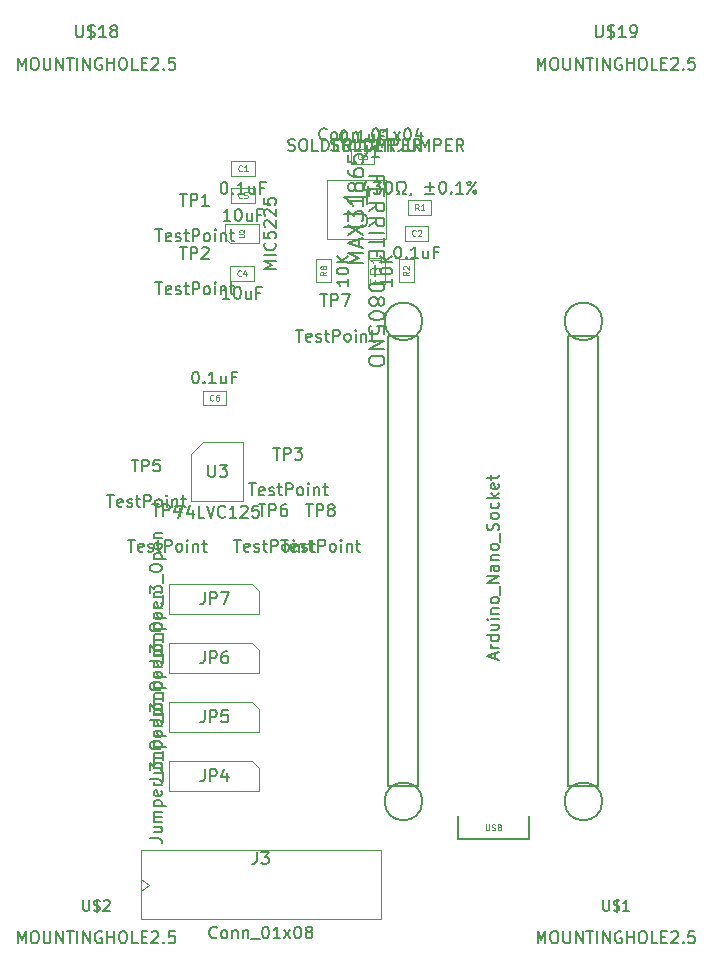
<source format=gbr>
%TF.GenerationSoftware,KiCad,Pcbnew,9.0.5*%
%TF.CreationDate,2025-10-13T11:36:34+02:00*%
%TF.ProjectId,MAX31865,4d415833-3138-4363-952e-6b696361645f,rev?*%
%TF.SameCoordinates,Original*%
%TF.FileFunction,AssemblyDrawing,Top*%
%FSLAX46Y46*%
G04 Gerber Fmt 4.6, Leading zero omitted, Abs format (unit mm)*
G04 Created by KiCad (PCBNEW 9.0.5) date 2025-10-13 11:36:34*
%MOMM*%
%LPD*%
G01*
G04 APERTURE LIST*
%ADD10C,0.150000*%
%ADD11C,0.080000*%
%ADD12C,0.130000*%
%ADD13C,0.100000*%
%ADD14C,0.200000*%
%ADD15C,0.075000*%
%ADD16C,0.060000*%
%ADD17C,0.120000*%
G04 APERTURE END LIST*
D10*
X140357143Y-76204819D02*
X140357143Y-75204819D01*
X140357143Y-75204819D02*
X140690476Y-75919104D01*
X140690476Y-75919104D02*
X141023809Y-75204819D01*
X141023809Y-75204819D02*
X141023809Y-76204819D01*
X141690476Y-75204819D02*
X141880952Y-75204819D01*
X141880952Y-75204819D02*
X141976190Y-75252438D01*
X141976190Y-75252438D02*
X142071428Y-75347676D01*
X142071428Y-75347676D02*
X142119047Y-75538152D01*
X142119047Y-75538152D02*
X142119047Y-75871485D01*
X142119047Y-75871485D02*
X142071428Y-76061961D01*
X142071428Y-76061961D02*
X141976190Y-76157200D01*
X141976190Y-76157200D02*
X141880952Y-76204819D01*
X141880952Y-76204819D02*
X141690476Y-76204819D01*
X141690476Y-76204819D02*
X141595238Y-76157200D01*
X141595238Y-76157200D02*
X141500000Y-76061961D01*
X141500000Y-76061961D02*
X141452381Y-75871485D01*
X141452381Y-75871485D02*
X141452381Y-75538152D01*
X141452381Y-75538152D02*
X141500000Y-75347676D01*
X141500000Y-75347676D02*
X141595238Y-75252438D01*
X141595238Y-75252438D02*
X141690476Y-75204819D01*
X142547619Y-75204819D02*
X142547619Y-76014342D01*
X142547619Y-76014342D02*
X142595238Y-76109580D01*
X142595238Y-76109580D02*
X142642857Y-76157200D01*
X142642857Y-76157200D02*
X142738095Y-76204819D01*
X142738095Y-76204819D02*
X142928571Y-76204819D01*
X142928571Y-76204819D02*
X143023809Y-76157200D01*
X143023809Y-76157200D02*
X143071428Y-76109580D01*
X143071428Y-76109580D02*
X143119047Y-76014342D01*
X143119047Y-76014342D02*
X143119047Y-75204819D01*
X143595238Y-76204819D02*
X143595238Y-75204819D01*
X143595238Y-75204819D02*
X144166666Y-76204819D01*
X144166666Y-76204819D02*
X144166666Y-75204819D01*
X144500000Y-75204819D02*
X145071428Y-75204819D01*
X144785714Y-76204819D02*
X144785714Y-75204819D01*
X145404762Y-76204819D02*
X145404762Y-75204819D01*
X145880952Y-76204819D02*
X145880952Y-75204819D01*
X145880952Y-75204819D02*
X146452380Y-76204819D01*
X146452380Y-76204819D02*
X146452380Y-75204819D01*
X147452380Y-75252438D02*
X147357142Y-75204819D01*
X147357142Y-75204819D02*
X147214285Y-75204819D01*
X147214285Y-75204819D02*
X147071428Y-75252438D01*
X147071428Y-75252438D02*
X146976190Y-75347676D01*
X146976190Y-75347676D02*
X146928571Y-75442914D01*
X146928571Y-75442914D02*
X146880952Y-75633390D01*
X146880952Y-75633390D02*
X146880952Y-75776247D01*
X146880952Y-75776247D02*
X146928571Y-75966723D01*
X146928571Y-75966723D02*
X146976190Y-76061961D01*
X146976190Y-76061961D02*
X147071428Y-76157200D01*
X147071428Y-76157200D02*
X147214285Y-76204819D01*
X147214285Y-76204819D02*
X147309523Y-76204819D01*
X147309523Y-76204819D02*
X147452380Y-76157200D01*
X147452380Y-76157200D02*
X147499999Y-76109580D01*
X147499999Y-76109580D02*
X147499999Y-75776247D01*
X147499999Y-75776247D02*
X147309523Y-75776247D01*
X147928571Y-76204819D02*
X147928571Y-75204819D01*
X147928571Y-75681009D02*
X148499999Y-75681009D01*
X148499999Y-76204819D02*
X148499999Y-75204819D01*
X149166666Y-75204819D02*
X149357142Y-75204819D01*
X149357142Y-75204819D02*
X149452380Y-75252438D01*
X149452380Y-75252438D02*
X149547618Y-75347676D01*
X149547618Y-75347676D02*
X149595237Y-75538152D01*
X149595237Y-75538152D02*
X149595237Y-75871485D01*
X149595237Y-75871485D02*
X149547618Y-76061961D01*
X149547618Y-76061961D02*
X149452380Y-76157200D01*
X149452380Y-76157200D02*
X149357142Y-76204819D01*
X149357142Y-76204819D02*
X149166666Y-76204819D01*
X149166666Y-76204819D02*
X149071428Y-76157200D01*
X149071428Y-76157200D02*
X148976190Y-76061961D01*
X148976190Y-76061961D02*
X148928571Y-75871485D01*
X148928571Y-75871485D02*
X148928571Y-75538152D01*
X148928571Y-75538152D02*
X148976190Y-75347676D01*
X148976190Y-75347676D02*
X149071428Y-75252438D01*
X149071428Y-75252438D02*
X149166666Y-75204819D01*
X150499999Y-76204819D02*
X150023809Y-76204819D01*
X150023809Y-76204819D02*
X150023809Y-75204819D01*
X150833333Y-75681009D02*
X151166666Y-75681009D01*
X151309523Y-76204819D02*
X150833333Y-76204819D01*
X150833333Y-76204819D02*
X150833333Y-75204819D01*
X150833333Y-75204819D02*
X151309523Y-75204819D01*
X151690476Y-75300057D02*
X151738095Y-75252438D01*
X151738095Y-75252438D02*
X151833333Y-75204819D01*
X151833333Y-75204819D02*
X152071428Y-75204819D01*
X152071428Y-75204819D02*
X152166666Y-75252438D01*
X152166666Y-75252438D02*
X152214285Y-75300057D01*
X152214285Y-75300057D02*
X152261904Y-75395295D01*
X152261904Y-75395295D02*
X152261904Y-75490533D01*
X152261904Y-75490533D02*
X152214285Y-75633390D01*
X152214285Y-75633390D02*
X151642857Y-76204819D01*
X151642857Y-76204819D02*
X152261904Y-76204819D01*
X152690476Y-76109580D02*
X152738095Y-76157200D01*
X152738095Y-76157200D02*
X152690476Y-76204819D01*
X152690476Y-76204819D02*
X152642857Y-76157200D01*
X152642857Y-76157200D02*
X152690476Y-76109580D01*
X152690476Y-76109580D02*
X152690476Y-76204819D01*
X153642856Y-75204819D02*
X153166666Y-75204819D01*
X153166666Y-75204819D02*
X153119047Y-75681009D01*
X153119047Y-75681009D02*
X153166666Y-75633390D01*
X153166666Y-75633390D02*
X153261904Y-75585771D01*
X153261904Y-75585771D02*
X153499999Y-75585771D01*
X153499999Y-75585771D02*
X153595237Y-75633390D01*
X153595237Y-75633390D02*
X153642856Y-75681009D01*
X153642856Y-75681009D02*
X153690475Y-75776247D01*
X153690475Y-75776247D02*
X153690475Y-76014342D01*
X153690475Y-76014342D02*
X153642856Y-76109580D01*
X153642856Y-76109580D02*
X153595237Y-76157200D01*
X153595237Y-76157200D02*
X153499999Y-76204819D01*
X153499999Y-76204819D02*
X153261904Y-76204819D01*
X153261904Y-76204819D02*
X153166666Y-76157200D01*
X153166666Y-76157200D02*
X153119047Y-76109580D01*
X145285714Y-72454819D02*
X145285714Y-73264342D01*
X145285714Y-73264342D02*
X145333333Y-73359580D01*
X145333333Y-73359580D02*
X145380952Y-73407200D01*
X145380952Y-73407200D02*
X145476190Y-73454819D01*
X145476190Y-73454819D02*
X145666666Y-73454819D01*
X145666666Y-73454819D02*
X145761904Y-73407200D01*
X145761904Y-73407200D02*
X145809523Y-73359580D01*
X145809523Y-73359580D02*
X145857142Y-73264342D01*
X145857142Y-73264342D02*
X145857142Y-72454819D01*
X146285714Y-73407200D02*
X146428571Y-73454819D01*
X146428571Y-73454819D02*
X146666666Y-73454819D01*
X146666666Y-73454819D02*
X146761904Y-73407200D01*
X146761904Y-73407200D02*
X146809523Y-73359580D01*
X146809523Y-73359580D02*
X146857142Y-73264342D01*
X146857142Y-73264342D02*
X146857142Y-73169104D01*
X146857142Y-73169104D02*
X146809523Y-73073866D01*
X146809523Y-73073866D02*
X146761904Y-73026247D01*
X146761904Y-73026247D02*
X146666666Y-72978628D01*
X146666666Y-72978628D02*
X146476190Y-72931009D01*
X146476190Y-72931009D02*
X146380952Y-72883390D01*
X146380952Y-72883390D02*
X146333333Y-72835771D01*
X146333333Y-72835771D02*
X146285714Y-72740533D01*
X146285714Y-72740533D02*
X146285714Y-72645295D01*
X146285714Y-72645295D02*
X146333333Y-72550057D01*
X146333333Y-72550057D02*
X146380952Y-72502438D01*
X146380952Y-72502438D02*
X146476190Y-72454819D01*
X146476190Y-72454819D02*
X146714285Y-72454819D01*
X146714285Y-72454819D02*
X146857142Y-72502438D01*
X146571428Y-72311961D02*
X146571428Y-73597676D01*
X147809523Y-73454819D02*
X147238095Y-73454819D01*
X147523809Y-73454819D02*
X147523809Y-72454819D01*
X147523809Y-72454819D02*
X147428571Y-72597676D01*
X147428571Y-72597676D02*
X147333333Y-72692914D01*
X147333333Y-72692914D02*
X147238095Y-72740533D01*
X148285714Y-73454819D02*
X148476190Y-73454819D01*
X148476190Y-73454819D02*
X148571428Y-73407200D01*
X148571428Y-73407200D02*
X148619047Y-73359580D01*
X148619047Y-73359580D02*
X148714285Y-73216723D01*
X148714285Y-73216723D02*
X148761904Y-73026247D01*
X148761904Y-73026247D02*
X148761904Y-72645295D01*
X148761904Y-72645295D02*
X148714285Y-72550057D01*
X148714285Y-72550057D02*
X148666666Y-72502438D01*
X148666666Y-72502438D02*
X148571428Y-72454819D01*
X148571428Y-72454819D02*
X148380952Y-72454819D01*
X148380952Y-72454819D02*
X148285714Y-72502438D01*
X148285714Y-72502438D02*
X148238095Y-72550057D01*
X148238095Y-72550057D02*
X148190476Y-72645295D01*
X148190476Y-72645295D02*
X148190476Y-72883390D01*
X148190476Y-72883390D02*
X148238095Y-72978628D01*
X148238095Y-72978628D02*
X148285714Y-73026247D01*
X148285714Y-73026247D02*
X148380952Y-73073866D01*
X148380952Y-73073866D02*
X148571428Y-73073866D01*
X148571428Y-73073866D02*
X148666666Y-73026247D01*
X148666666Y-73026247D02*
X148714285Y-72978628D01*
X148714285Y-72978628D02*
X148761904Y-72883390D01*
X122501904Y-82079580D02*
X122454285Y-82127200D01*
X122454285Y-82127200D02*
X122311428Y-82174819D01*
X122311428Y-82174819D02*
X122216190Y-82174819D01*
X122216190Y-82174819D02*
X122073333Y-82127200D01*
X122073333Y-82127200D02*
X121978095Y-82031961D01*
X121978095Y-82031961D02*
X121930476Y-81936723D01*
X121930476Y-81936723D02*
X121882857Y-81746247D01*
X121882857Y-81746247D02*
X121882857Y-81603390D01*
X121882857Y-81603390D02*
X121930476Y-81412914D01*
X121930476Y-81412914D02*
X121978095Y-81317676D01*
X121978095Y-81317676D02*
X122073333Y-81222438D01*
X122073333Y-81222438D02*
X122216190Y-81174819D01*
X122216190Y-81174819D02*
X122311428Y-81174819D01*
X122311428Y-81174819D02*
X122454285Y-81222438D01*
X122454285Y-81222438D02*
X122501904Y-81270057D01*
X123073333Y-82174819D02*
X122978095Y-82127200D01*
X122978095Y-82127200D02*
X122930476Y-82079580D01*
X122930476Y-82079580D02*
X122882857Y-81984342D01*
X122882857Y-81984342D02*
X122882857Y-81698628D01*
X122882857Y-81698628D02*
X122930476Y-81603390D01*
X122930476Y-81603390D02*
X122978095Y-81555771D01*
X122978095Y-81555771D02*
X123073333Y-81508152D01*
X123073333Y-81508152D02*
X123216190Y-81508152D01*
X123216190Y-81508152D02*
X123311428Y-81555771D01*
X123311428Y-81555771D02*
X123359047Y-81603390D01*
X123359047Y-81603390D02*
X123406666Y-81698628D01*
X123406666Y-81698628D02*
X123406666Y-81984342D01*
X123406666Y-81984342D02*
X123359047Y-82079580D01*
X123359047Y-82079580D02*
X123311428Y-82127200D01*
X123311428Y-82127200D02*
X123216190Y-82174819D01*
X123216190Y-82174819D02*
X123073333Y-82174819D01*
X123835238Y-81508152D02*
X123835238Y-82174819D01*
X123835238Y-81603390D02*
X123882857Y-81555771D01*
X123882857Y-81555771D02*
X123978095Y-81508152D01*
X123978095Y-81508152D02*
X124120952Y-81508152D01*
X124120952Y-81508152D02*
X124216190Y-81555771D01*
X124216190Y-81555771D02*
X124263809Y-81651009D01*
X124263809Y-81651009D02*
X124263809Y-82174819D01*
X124740000Y-81508152D02*
X124740000Y-82174819D01*
X124740000Y-81603390D02*
X124787619Y-81555771D01*
X124787619Y-81555771D02*
X124882857Y-81508152D01*
X124882857Y-81508152D02*
X125025714Y-81508152D01*
X125025714Y-81508152D02*
X125120952Y-81555771D01*
X125120952Y-81555771D02*
X125168571Y-81651009D01*
X125168571Y-81651009D02*
X125168571Y-82174819D01*
X125406667Y-82270057D02*
X126168571Y-82270057D01*
X126597143Y-81174819D02*
X126692381Y-81174819D01*
X126692381Y-81174819D02*
X126787619Y-81222438D01*
X126787619Y-81222438D02*
X126835238Y-81270057D01*
X126835238Y-81270057D02*
X126882857Y-81365295D01*
X126882857Y-81365295D02*
X126930476Y-81555771D01*
X126930476Y-81555771D02*
X126930476Y-81793866D01*
X126930476Y-81793866D02*
X126882857Y-81984342D01*
X126882857Y-81984342D02*
X126835238Y-82079580D01*
X126835238Y-82079580D02*
X126787619Y-82127200D01*
X126787619Y-82127200D02*
X126692381Y-82174819D01*
X126692381Y-82174819D02*
X126597143Y-82174819D01*
X126597143Y-82174819D02*
X126501905Y-82127200D01*
X126501905Y-82127200D02*
X126454286Y-82079580D01*
X126454286Y-82079580D02*
X126406667Y-81984342D01*
X126406667Y-81984342D02*
X126359048Y-81793866D01*
X126359048Y-81793866D02*
X126359048Y-81555771D01*
X126359048Y-81555771D02*
X126406667Y-81365295D01*
X126406667Y-81365295D02*
X126454286Y-81270057D01*
X126454286Y-81270057D02*
X126501905Y-81222438D01*
X126501905Y-81222438D02*
X126597143Y-81174819D01*
X127882857Y-82174819D02*
X127311429Y-82174819D01*
X127597143Y-82174819D02*
X127597143Y-81174819D01*
X127597143Y-81174819D02*
X127501905Y-81317676D01*
X127501905Y-81317676D02*
X127406667Y-81412914D01*
X127406667Y-81412914D02*
X127311429Y-81460533D01*
X128216191Y-82174819D02*
X128740000Y-81508152D01*
X128216191Y-81508152D02*
X128740000Y-82174819D01*
X129311429Y-81174819D02*
X129406667Y-81174819D01*
X129406667Y-81174819D02*
X129501905Y-81222438D01*
X129501905Y-81222438D02*
X129549524Y-81270057D01*
X129549524Y-81270057D02*
X129597143Y-81365295D01*
X129597143Y-81365295D02*
X129644762Y-81555771D01*
X129644762Y-81555771D02*
X129644762Y-81793866D01*
X129644762Y-81793866D02*
X129597143Y-81984342D01*
X129597143Y-81984342D02*
X129549524Y-82079580D01*
X129549524Y-82079580D02*
X129501905Y-82127200D01*
X129501905Y-82127200D02*
X129406667Y-82174819D01*
X129406667Y-82174819D02*
X129311429Y-82174819D01*
X129311429Y-82174819D02*
X129216191Y-82127200D01*
X129216191Y-82127200D02*
X129168572Y-82079580D01*
X129168572Y-82079580D02*
X129120953Y-81984342D01*
X129120953Y-81984342D02*
X129073334Y-81793866D01*
X129073334Y-81793866D02*
X129073334Y-81555771D01*
X129073334Y-81555771D02*
X129120953Y-81365295D01*
X129120953Y-81365295D02*
X129168572Y-81270057D01*
X129168572Y-81270057D02*
X129216191Y-81222438D01*
X129216191Y-81222438D02*
X129311429Y-81174819D01*
X130501905Y-81508152D02*
X130501905Y-82174819D01*
X130263810Y-81127200D02*
X130025715Y-81841485D01*
X130025715Y-81841485D02*
X130644762Y-81841485D01*
X125906666Y-82574819D02*
X125906666Y-83289104D01*
X125906666Y-83289104D02*
X125859047Y-83431961D01*
X125859047Y-83431961D02*
X125763809Y-83527200D01*
X125763809Y-83527200D02*
X125620952Y-83574819D01*
X125620952Y-83574819D02*
X125525714Y-83574819D01*
X126906666Y-83574819D02*
X126335238Y-83574819D01*
X126620952Y-83574819D02*
X126620952Y-82574819D01*
X126620952Y-82574819D02*
X126525714Y-82717676D01*
X126525714Y-82717676D02*
X126430476Y-82812914D01*
X126430476Y-82812914D02*
X126335238Y-82860533D01*
X114666666Y-116004819D02*
X115238094Y-116004819D01*
X114952380Y-117004819D02*
X114952380Y-116004819D01*
X115952380Y-116957200D02*
X115857142Y-117004819D01*
X115857142Y-117004819D02*
X115666666Y-117004819D01*
X115666666Y-117004819D02*
X115571428Y-116957200D01*
X115571428Y-116957200D02*
X115523809Y-116861961D01*
X115523809Y-116861961D02*
X115523809Y-116481009D01*
X115523809Y-116481009D02*
X115571428Y-116385771D01*
X115571428Y-116385771D02*
X115666666Y-116338152D01*
X115666666Y-116338152D02*
X115857142Y-116338152D01*
X115857142Y-116338152D02*
X115952380Y-116385771D01*
X115952380Y-116385771D02*
X115999999Y-116481009D01*
X115999999Y-116481009D02*
X115999999Y-116576247D01*
X115999999Y-116576247D02*
X115523809Y-116671485D01*
X116380952Y-116957200D02*
X116476190Y-117004819D01*
X116476190Y-117004819D02*
X116666666Y-117004819D01*
X116666666Y-117004819D02*
X116761904Y-116957200D01*
X116761904Y-116957200D02*
X116809523Y-116861961D01*
X116809523Y-116861961D02*
X116809523Y-116814342D01*
X116809523Y-116814342D02*
X116761904Y-116719104D01*
X116761904Y-116719104D02*
X116666666Y-116671485D01*
X116666666Y-116671485D02*
X116523809Y-116671485D01*
X116523809Y-116671485D02*
X116428571Y-116623866D01*
X116428571Y-116623866D02*
X116380952Y-116528628D01*
X116380952Y-116528628D02*
X116380952Y-116481009D01*
X116380952Y-116481009D02*
X116428571Y-116385771D01*
X116428571Y-116385771D02*
X116523809Y-116338152D01*
X116523809Y-116338152D02*
X116666666Y-116338152D01*
X116666666Y-116338152D02*
X116761904Y-116385771D01*
X117095238Y-116338152D02*
X117476190Y-116338152D01*
X117238095Y-116004819D02*
X117238095Y-116861961D01*
X117238095Y-116861961D02*
X117285714Y-116957200D01*
X117285714Y-116957200D02*
X117380952Y-117004819D01*
X117380952Y-117004819D02*
X117476190Y-117004819D01*
X117809524Y-117004819D02*
X117809524Y-116004819D01*
X117809524Y-116004819D02*
X118190476Y-116004819D01*
X118190476Y-116004819D02*
X118285714Y-116052438D01*
X118285714Y-116052438D02*
X118333333Y-116100057D01*
X118333333Y-116100057D02*
X118380952Y-116195295D01*
X118380952Y-116195295D02*
X118380952Y-116338152D01*
X118380952Y-116338152D02*
X118333333Y-116433390D01*
X118333333Y-116433390D02*
X118285714Y-116481009D01*
X118285714Y-116481009D02*
X118190476Y-116528628D01*
X118190476Y-116528628D02*
X117809524Y-116528628D01*
X118952381Y-117004819D02*
X118857143Y-116957200D01*
X118857143Y-116957200D02*
X118809524Y-116909580D01*
X118809524Y-116909580D02*
X118761905Y-116814342D01*
X118761905Y-116814342D02*
X118761905Y-116528628D01*
X118761905Y-116528628D02*
X118809524Y-116433390D01*
X118809524Y-116433390D02*
X118857143Y-116385771D01*
X118857143Y-116385771D02*
X118952381Y-116338152D01*
X118952381Y-116338152D02*
X119095238Y-116338152D01*
X119095238Y-116338152D02*
X119190476Y-116385771D01*
X119190476Y-116385771D02*
X119238095Y-116433390D01*
X119238095Y-116433390D02*
X119285714Y-116528628D01*
X119285714Y-116528628D02*
X119285714Y-116814342D01*
X119285714Y-116814342D02*
X119238095Y-116909580D01*
X119238095Y-116909580D02*
X119190476Y-116957200D01*
X119190476Y-116957200D02*
X119095238Y-117004819D01*
X119095238Y-117004819D02*
X118952381Y-117004819D01*
X119714286Y-117004819D02*
X119714286Y-116338152D01*
X119714286Y-116004819D02*
X119666667Y-116052438D01*
X119666667Y-116052438D02*
X119714286Y-116100057D01*
X119714286Y-116100057D02*
X119761905Y-116052438D01*
X119761905Y-116052438D02*
X119714286Y-116004819D01*
X119714286Y-116004819D02*
X119714286Y-116100057D01*
X120190476Y-116338152D02*
X120190476Y-117004819D01*
X120190476Y-116433390D02*
X120238095Y-116385771D01*
X120238095Y-116385771D02*
X120333333Y-116338152D01*
X120333333Y-116338152D02*
X120476190Y-116338152D01*
X120476190Y-116338152D02*
X120571428Y-116385771D01*
X120571428Y-116385771D02*
X120619047Y-116481009D01*
X120619047Y-116481009D02*
X120619047Y-117004819D01*
X120952381Y-116338152D02*
X121333333Y-116338152D01*
X121095238Y-116004819D02*
X121095238Y-116861961D01*
X121095238Y-116861961D02*
X121142857Y-116957200D01*
X121142857Y-116957200D02*
X121238095Y-117004819D01*
X121238095Y-117004819D02*
X121333333Y-117004819D01*
X116738095Y-113004819D02*
X117309523Y-113004819D01*
X117023809Y-114004819D02*
X117023809Y-113004819D01*
X117642857Y-114004819D02*
X117642857Y-113004819D01*
X117642857Y-113004819D02*
X118023809Y-113004819D01*
X118023809Y-113004819D02*
X118119047Y-113052438D01*
X118119047Y-113052438D02*
X118166666Y-113100057D01*
X118166666Y-113100057D02*
X118214285Y-113195295D01*
X118214285Y-113195295D02*
X118214285Y-113338152D01*
X118214285Y-113338152D02*
X118166666Y-113433390D01*
X118166666Y-113433390D02*
X118119047Y-113481009D01*
X118119047Y-113481009D02*
X118023809Y-113528628D01*
X118023809Y-113528628D02*
X117642857Y-113528628D01*
X119071428Y-113004819D02*
X118880952Y-113004819D01*
X118880952Y-113004819D02*
X118785714Y-113052438D01*
X118785714Y-113052438D02*
X118738095Y-113100057D01*
X118738095Y-113100057D02*
X118642857Y-113242914D01*
X118642857Y-113242914D02*
X118595238Y-113433390D01*
X118595238Y-113433390D02*
X118595238Y-113814342D01*
X118595238Y-113814342D02*
X118642857Y-113909580D01*
X118642857Y-113909580D02*
X118690476Y-113957200D01*
X118690476Y-113957200D02*
X118785714Y-114004819D01*
X118785714Y-114004819D02*
X118976190Y-114004819D01*
X118976190Y-114004819D02*
X119071428Y-113957200D01*
X119071428Y-113957200D02*
X119119047Y-113909580D01*
X119119047Y-113909580D02*
X119166666Y-113814342D01*
X119166666Y-113814342D02*
X119166666Y-113576247D01*
X119166666Y-113576247D02*
X119119047Y-113481009D01*
X119119047Y-113481009D02*
X119071428Y-113433390D01*
X119071428Y-113433390D02*
X118976190Y-113385771D01*
X118976190Y-113385771D02*
X118785714Y-113385771D01*
X118785714Y-113385771D02*
X118690476Y-113433390D01*
X118690476Y-113433390D02*
X118642857Y-113481009D01*
X118642857Y-113481009D02*
X118595238Y-113576247D01*
X113770243Y-85721919D02*
X113865481Y-85721919D01*
X113865481Y-85721919D02*
X113960719Y-85769538D01*
X113960719Y-85769538D02*
X114008338Y-85817157D01*
X114008338Y-85817157D02*
X114055957Y-85912395D01*
X114055957Y-85912395D02*
X114103576Y-86102871D01*
X114103576Y-86102871D02*
X114103576Y-86340966D01*
X114103576Y-86340966D02*
X114055957Y-86531442D01*
X114055957Y-86531442D02*
X114008338Y-86626680D01*
X114008338Y-86626680D02*
X113960719Y-86674300D01*
X113960719Y-86674300D02*
X113865481Y-86721919D01*
X113865481Y-86721919D02*
X113770243Y-86721919D01*
X113770243Y-86721919D02*
X113675005Y-86674300D01*
X113675005Y-86674300D02*
X113627386Y-86626680D01*
X113627386Y-86626680D02*
X113579767Y-86531442D01*
X113579767Y-86531442D02*
X113532148Y-86340966D01*
X113532148Y-86340966D02*
X113532148Y-86102871D01*
X113532148Y-86102871D02*
X113579767Y-85912395D01*
X113579767Y-85912395D02*
X113627386Y-85817157D01*
X113627386Y-85817157D02*
X113675005Y-85769538D01*
X113675005Y-85769538D02*
X113770243Y-85721919D01*
X114532148Y-86626680D02*
X114579767Y-86674300D01*
X114579767Y-86674300D02*
X114532148Y-86721919D01*
X114532148Y-86721919D02*
X114484529Y-86674300D01*
X114484529Y-86674300D02*
X114532148Y-86626680D01*
X114532148Y-86626680D02*
X114532148Y-86721919D01*
X115532147Y-86721919D02*
X114960719Y-86721919D01*
X115246433Y-86721919D02*
X115246433Y-85721919D01*
X115246433Y-85721919D02*
X115151195Y-85864776D01*
X115151195Y-85864776D02*
X115055957Y-85960014D01*
X115055957Y-85960014D02*
X114960719Y-86007633D01*
X116389290Y-86055252D02*
X116389290Y-86721919D01*
X115960719Y-86055252D02*
X115960719Y-86579061D01*
X115960719Y-86579061D02*
X116008338Y-86674300D01*
X116008338Y-86674300D02*
X116103576Y-86721919D01*
X116103576Y-86721919D02*
X116246433Y-86721919D01*
X116246433Y-86721919D02*
X116341671Y-86674300D01*
X116341671Y-86674300D02*
X116389290Y-86626680D01*
X117198814Y-86198109D02*
X116865481Y-86198109D01*
X116865481Y-86721919D02*
X116865481Y-85721919D01*
X116865481Y-85721919D02*
X117341671Y-85721919D01*
D11*
X115329766Y-84766630D02*
X115305957Y-84790440D01*
X115305957Y-84790440D02*
X115234528Y-84814249D01*
X115234528Y-84814249D02*
X115186909Y-84814249D01*
X115186909Y-84814249D02*
X115115481Y-84790440D01*
X115115481Y-84790440D02*
X115067862Y-84742820D01*
X115067862Y-84742820D02*
X115044052Y-84695201D01*
X115044052Y-84695201D02*
X115020243Y-84599963D01*
X115020243Y-84599963D02*
X115020243Y-84528535D01*
X115020243Y-84528535D02*
X115044052Y-84433297D01*
X115044052Y-84433297D02*
X115067862Y-84385678D01*
X115067862Y-84385678D02*
X115115481Y-84338059D01*
X115115481Y-84338059D02*
X115186909Y-84314249D01*
X115186909Y-84314249D02*
X115234528Y-84314249D01*
X115234528Y-84314249D02*
X115305957Y-84338059D01*
X115305957Y-84338059D02*
X115329766Y-84361868D01*
X115805957Y-84814249D02*
X115520243Y-84814249D01*
X115663100Y-84814249D02*
X115663100Y-84314249D01*
X115663100Y-84314249D02*
X115615481Y-84385678D01*
X115615481Y-84385678D02*
X115567862Y-84433297D01*
X115567862Y-84433297D02*
X115520243Y-84457106D01*
D10*
X108006666Y-94224819D02*
X108578094Y-94224819D01*
X108292380Y-95224819D02*
X108292380Y-94224819D01*
X109292380Y-95177200D02*
X109197142Y-95224819D01*
X109197142Y-95224819D02*
X109006666Y-95224819D01*
X109006666Y-95224819D02*
X108911428Y-95177200D01*
X108911428Y-95177200D02*
X108863809Y-95081961D01*
X108863809Y-95081961D02*
X108863809Y-94701009D01*
X108863809Y-94701009D02*
X108911428Y-94605771D01*
X108911428Y-94605771D02*
X109006666Y-94558152D01*
X109006666Y-94558152D02*
X109197142Y-94558152D01*
X109197142Y-94558152D02*
X109292380Y-94605771D01*
X109292380Y-94605771D02*
X109339999Y-94701009D01*
X109339999Y-94701009D02*
X109339999Y-94796247D01*
X109339999Y-94796247D02*
X108863809Y-94891485D01*
X109720952Y-95177200D02*
X109816190Y-95224819D01*
X109816190Y-95224819D02*
X110006666Y-95224819D01*
X110006666Y-95224819D02*
X110101904Y-95177200D01*
X110101904Y-95177200D02*
X110149523Y-95081961D01*
X110149523Y-95081961D02*
X110149523Y-95034342D01*
X110149523Y-95034342D02*
X110101904Y-94939104D01*
X110101904Y-94939104D02*
X110006666Y-94891485D01*
X110006666Y-94891485D02*
X109863809Y-94891485D01*
X109863809Y-94891485D02*
X109768571Y-94843866D01*
X109768571Y-94843866D02*
X109720952Y-94748628D01*
X109720952Y-94748628D02*
X109720952Y-94701009D01*
X109720952Y-94701009D02*
X109768571Y-94605771D01*
X109768571Y-94605771D02*
X109863809Y-94558152D01*
X109863809Y-94558152D02*
X110006666Y-94558152D01*
X110006666Y-94558152D02*
X110101904Y-94605771D01*
X110435238Y-94558152D02*
X110816190Y-94558152D01*
X110578095Y-94224819D02*
X110578095Y-95081961D01*
X110578095Y-95081961D02*
X110625714Y-95177200D01*
X110625714Y-95177200D02*
X110720952Y-95224819D01*
X110720952Y-95224819D02*
X110816190Y-95224819D01*
X111149524Y-95224819D02*
X111149524Y-94224819D01*
X111149524Y-94224819D02*
X111530476Y-94224819D01*
X111530476Y-94224819D02*
X111625714Y-94272438D01*
X111625714Y-94272438D02*
X111673333Y-94320057D01*
X111673333Y-94320057D02*
X111720952Y-94415295D01*
X111720952Y-94415295D02*
X111720952Y-94558152D01*
X111720952Y-94558152D02*
X111673333Y-94653390D01*
X111673333Y-94653390D02*
X111625714Y-94701009D01*
X111625714Y-94701009D02*
X111530476Y-94748628D01*
X111530476Y-94748628D02*
X111149524Y-94748628D01*
X112292381Y-95224819D02*
X112197143Y-95177200D01*
X112197143Y-95177200D02*
X112149524Y-95129580D01*
X112149524Y-95129580D02*
X112101905Y-95034342D01*
X112101905Y-95034342D02*
X112101905Y-94748628D01*
X112101905Y-94748628D02*
X112149524Y-94653390D01*
X112149524Y-94653390D02*
X112197143Y-94605771D01*
X112197143Y-94605771D02*
X112292381Y-94558152D01*
X112292381Y-94558152D02*
X112435238Y-94558152D01*
X112435238Y-94558152D02*
X112530476Y-94605771D01*
X112530476Y-94605771D02*
X112578095Y-94653390D01*
X112578095Y-94653390D02*
X112625714Y-94748628D01*
X112625714Y-94748628D02*
X112625714Y-95034342D01*
X112625714Y-95034342D02*
X112578095Y-95129580D01*
X112578095Y-95129580D02*
X112530476Y-95177200D01*
X112530476Y-95177200D02*
X112435238Y-95224819D01*
X112435238Y-95224819D02*
X112292381Y-95224819D01*
X113054286Y-95224819D02*
X113054286Y-94558152D01*
X113054286Y-94224819D02*
X113006667Y-94272438D01*
X113006667Y-94272438D02*
X113054286Y-94320057D01*
X113054286Y-94320057D02*
X113101905Y-94272438D01*
X113101905Y-94272438D02*
X113054286Y-94224819D01*
X113054286Y-94224819D02*
X113054286Y-94320057D01*
X113530476Y-94558152D02*
X113530476Y-95224819D01*
X113530476Y-94653390D02*
X113578095Y-94605771D01*
X113578095Y-94605771D02*
X113673333Y-94558152D01*
X113673333Y-94558152D02*
X113816190Y-94558152D01*
X113816190Y-94558152D02*
X113911428Y-94605771D01*
X113911428Y-94605771D02*
X113959047Y-94701009D01*
X113959047Y-94701009D02*
X113959047Y-95224819D01*
X114292381Y-94558152D02*
X114673333Y-94558152D01*
X114435238Y-94224819D02*
X114435238Y-95081961D01*
X114435238Y-95081961D02*
X114482857Y-95177200D01*
X114482857Y-95177200D02*
X114578095Y-95224819D01*
X114578095Y-95224819D02*
X114673333Y-95224819D01*
X110078095Y-91224819D02*
X110649523Y-91224819D01*
X110363809Y-92224819D02*
X110363809Y-91224819D01*
X110982857Y-92224819D02*
X110982857Y-91224819D01*
X110982857Y-91224819D02*
X111363809Y-91224819D01*
X111363809Y-91224819D02*
X111459047Y-91272438D01*
X111459047Y-91272438D02*
X111506666Y-91320057D01*
X111506666Y-91320057D02*
X111554285Y-91415295D01*
X111554285Y-91415295D02*
X111554285Y-91558152D01*
X111554285Y-91558152D02*
X111506666Y-91653390D01*
X111506666Y-91653390D02*
X111459047Y-91701009D01*
X111459047Y-91701009D02*
X111363809Y-91748628D01*
X111363809Y-91748628D02*
X110982857Y-91748628D01*
X111935238Y-91320057D02*
X111982857Y-91272438D01*
X111982857Y-91272438D02*
X112078095Y-91224819D01*
X112078095Y-91224819D02*
X112316190Y-91224819D01*
X112316190Y-91224819D02*
X112411428Y-91272438D01*
X112411428Y-91272438D02*
X112459047Y-91320057D01*
X112459047Y-91320057D02*
X112506666Y-91415295D01*
X112506666Y-91415295D02*
X112506666Y-91510533D01*
X112506666Y-91510533D02*
X112459047Y-91653390D01*
X112459047Y-91653390D02*
X111887619Y-92224819D01*
X111887619Y-92224819D02*
X112506666Y-92224819D01*
X118666666Y-116004819D02*
X119238094Y-116004819D01*
X118952380Y-117004819D02*
X118952380Y-116004819D01*
X119952380Y-116957200D02*
X119857142Y-117004819D01*
X119857142Y-117004819D02*
X119666666Y-117004819D01*
X119666666Y-117004819D02*
X119571428Y-116957200D01*
X119571428Y-116957200D02*
X119523809Y-116861961D01*
X119523809Y-116861961D02*
X119523809Y-116481009D01*
X119523809Y-116481009D02*
X119571428Y-116385771D01*
X119571428Y-116385771D02*
X119666666Y-116338152D01*
X119666666Y-116338152D02*
X119857142Y-116338152D01*
X119857142Y-116338152D02*
X119952380Y-116385771D01*
X119952380Y-116385771D02*
X119999999Y-116481009D01*
X119999999Y-116481009D02*
X119999999Y-116576247D01*
X119999999Y-116576247D02*
X119523809Y-116671485D01*
X120380952Y-116957200D02*
X120476190Y-117004819D01*
X120476190Y-117004819D02*
X120666666Y-117004819D01*
X120666666Y-117004819D02*
X120761904Y-116957200D01*
X120761904Y-116957200D02*
X120809523Y-116861961D01*
X120809523Y-116861961D02*
X120809523Y-116814342D01*
X120809523Y-116814342D02*
X120761904Y-116719104D01*
X120761904Y-116719104D02*
X120666666Y-116671485D01*
X120666666Y-116671485D02*
X120523809Y-116671485D01*
X120523809Y-116671485D02*
X120428571Y-116623866D01*
X120428571Y-116623866D02*
X120380952Y-116528628D01*
X120380952Y-116528628D02*
X120380952Y-116481009D01*
X120380952Y-116481009D02*
X120428571Y-116385771D01*
X120428571Y-116385771D02*
X120523809Y-116338152D01*
X120523809Y-116338152D02*
X120666666Y-116338152D01*
X120666666Y-116338152D02*
X120761904Y-116385771D01*
X121095238Y-116338152D02*
X121476190Y-116338152D01*
X121238095Y-116004819D02*
X121238095Y-116861961D01*
X121238095Y-116861961D02*
X121285714Y-116957200D01*
X121285714Y-116957200D02*
X121380952Y-117004819D01*
X121380952Y-117004819D02*
X121476190Y-117004819D01*
X121809524Y-117004819D02*
X121809524Y-116004819D01*
X121809524Y-116004819D02*
X122190476Y-116004819D01*
X122190476Y-116004819D02*
X122285714Y-116052438D01*
X122285714Y-116052438D02*
X122333333Y-116100057D01*
X122333333Y-116100057D02*
X122380952Y-116195295D01*
X122380952Y-116195295D02*
X122380952Y-116338152D01*
X122380952Y-116338152D02*
X122333333Y-116433390D01*
X122333333Y-116433390D02*
X122285714Y-116481009D01*
X122285714Y-116481009D02*
X122190476Y-116528628D01*
X122190476Y-116528628D02*
X121809524Y-116528628D01*
X122952381Y-117004819D02*
X122857143Y-116957200D01*
X122857143Y-116957200D02*
X122809524Y-116909580D01*
X122809524Y-116909580D02*
X122761905Y-116814342D01*
X122761905Y-116814342D02*
X122761905Y-116528628D01*
X122761905Y-116528628D02*
X122809524Y-116433390D01*
X122809524Y-116433390D02*
X122857143Y-116385771D01*
X122857143Y-116385771D02*
X122952381Y-116338152D01*
X122952381Y-116338152D02*
X123095238Y-116338152D01*
X123095238Y-116338152D02*
X123190476Y-116385771D01*
X123190476Y-116385771D02*
X123238095Y-116433390D01*
X123238095Y-116433390D02*
X123285714Y-116528628D01*
X123285714Y-116528628D02*
X123285714Y-116814342D01*
X123285714Y-116814342D02*
X123238095Y-116909580D01*
X123238095Y-116909580D02*
X123190476Y-116957200D01*
X123190476Y-116957200D02*
X123095238Y-117004819D01*
X123095238Y-117004819D02*
X122952381Y-117004819D01*
X123714286Y-117004819D02*
X123714286Y-116338152D01*
X123714286Y-116004819D02*
X123666667Y-116052438D01*
X123666667Y-116052438D02*
X123714286Y-116100057D01*
X123714286Y-116100057D02*
X123761905Y-116052438D01*
X123761905Y-116052438D02*
X123714286Y-116004819D01*
X123714286Y-116004819D02*
X123714286Y-116100057D01*
X124190476Y-116338152D02*
X124190476Y-117004819D01*
X124190476Y-116433390D02*
X124238095Y-116385771D01*
X124238095Y-116385771D02*
X124333333Y-116338152D01*
X124333333Y-116338152D02*
X124476190Y-116338152D01*
X124476190Y-116338152D02*
X124571428Y-116385771D01*
X124571428Y-116385771D02*
X124619047Y-116481009D01*
X124619047Y-116481009D02*
X124619047Y-117004819D01*
X124952381Y-116338152D02*
X125333333Y-116338152D01*
X125095238Y-116004819D02*
X125095238Y-116861961D01*
X125095238Y-116861961D02*
X125142857Y-116957200D01*
X125142857Y-116957200D02*
X125238095Y-117004819D01*
X125238095Y-117004819D02*
X125333333Y-117004819D01*
X120738095Y-113004819D02*
X121309523Y-113004819D01*
X121023809Y-114004819D02*
X121023809Y-113004819D01*
X121642857Y-114004819D02*
X121642857Y-113004819D01*
X121642857Y-113004819D02*
X122023809Y-113004819D01*
X122023809Y-113004819D02*
X122119047Y-113052438D01*
X122119047Y-113052438D02*
X122166666Y-113100057D01*
X122166666Y-113100057D02*
X122214285Y-113195295D01*
X122214285Y-113195295D02*
X122214285Y-113338152D01*
X122214285Y-113338152D02*
X122166666Y-113433390D01*
X122166666Y-113433390D02*
X122119047Y-113481009D01*
X122119047Y-113481009D02*
X122023809Y-113528628D01*
X122023809Y-113528628D02*
X121642857Y-113528628D01*
X122785714Y-113433390D02*
X122690476Y-113385771D01*
X122690476Y-113385771D02*
X122642857Y-113338152D01*
X122642857Y-113338152D02*
X122595238Y-113242914D01*
X122595238Y-113242914D02*
X122595238Y-113195295D01*
X122595238Y-113195295D02*
X122642857Y-113100057D01*
X122642857Y-113100057D02*
X122690476Y-113052438D01*
X122690476Y-113052438D02*
X122785714Y-113004819D01*
X122785714Y-113004819D02*
X122976190Y-113004819D01*
X122976190Y-113004819D02*
X123071428Y-113052438D01*
X123071428Y-113052438D02*
X123119047Y-113100057D01*
X123119047Y-113100057D02*
X123166666Y-113195295D01*
X123166666Y-113195295D02*
X123166666Y-113242914D01*
X123166666Y-113242914D02*
X123119047Y-113338152D01*
X123119047Y-113338152D02*
X123071428Y-113385771D01*
X123071428Y-113385771D02*
X122976190Y-113433390D01*
X122976190Y-113433390D02*
X122785714Y-113433390D01*
X122785714Y-113433390D02*
X122690476Y-113481009D01*
X122690476Y-113481009D02*
X122642857Y-113528628D01*
X122642857Y-113528628D02*
X122595238Y-113623866D01*
X122595238Y-113623866D02*
X122595238Y-113814342D01*
X122595238Y-113814342D02*
X122642857Y-113909580D01*
X122642857Y-113909580D02*
X122690476Y-113957200D01*
X122690476Y-113957200D02*
X122785714Y-114004819D01*
X122785714Y-114004819D02*
X122976190Y-114004819D01*
X122976190Y-114004819D02*
X123071428Y-113957200D01*
X123071428Y-113957200D02*
X123119047Y-113909580D01*
X123119047Y-113909580D02*
X123166666Y-113814342D01*
X123166666Y-113814342D02*
X123166666Y-113623866D01*
X123166666Y-113623866D02*
X123119047Y-113528628D01*
X123119047Y-113528628D02*
X123071428Y-113481009D01*
X123071428Y-113481009D02*
X122976190Y-113433390D01*
X107534819Y-126261905D02*
X108249104Y-126261905D01*
X108249104Y-126261905D02*
X108391961Y-126309524D01*
X108391961Y-126309524D02*
X108487200Y-126404762D01*
X108487200Y-126404762D02*
X108534819Y-126547619D01*
X108534819Y-126547619D02*
X108534819Y-126642857D01*
X107868152Y-125357143D02*
X108534819Y-125357143D01*
X107868152Y-125785714D02*
X108391961Y-125785714D01*
X108391961Y-125785714D02*
X108487200Y-125738095D01*
X108487200Y-125738095D02*
X108534819Y-125642857D01*
X108534819Y-125642857D02*
X108534819Y-125500000D01*
X108534819Y-125500000D02*
X108487200Y-125404762D01*
X108487200Y-125404762D02*
X108439580Y-125357143D01*
X108534819Y-124880952D02*
X107868152Y-124880952D01*
X107963390Y-124880952D02*
X107915771Y-124833333D01*
X107915771Y-124833333D02*
X107868152Y-124738095D01*
X107868152Y-124738095D02*
X107868152Y-124595238D01*
X107868152Y-124595238D02*
X107915771Y-124500000D01*
X107915771Y-124500000D02*
X108011009Y-124452381D01*
X108011009Y-124452381D02*
X108534819Y-124452381D01*
X108011009Y-124452381D02*
X107915771Y-124404762D01*
X107915771Y-124404762D02*
X107868152Y-124309524D01*
X107868152Y-124309524D02*
X107868152Y-124166667D01*
X107868152Y-124166667D02*
X107915771Y-124071428D01*
X107915771Y-124071428D02*
X108011009Y-124023809D01*
X108011009Y-124023809D02*
X108534819Y-124023809D01*
X107868152Y-123547619D02*
X108868152Y-123547619D01*
X107915771Y-123547619D02*
X107868152Y-123452381D01*
X107868152Y-123452381D02*
X107868152Y-123261905D01*
X107868152Y-123261905D02*
X107915771Y-123166667D01*
X107915771Y-123166667D02*
X107963390Y-123119048D01*
X107963390Y-123119048D02*
X108058628Y-123071429D01*
X108058628Y-123071429D02*
X108344342Y-123071429D01*
X108344342Y-123071429D02*
X108439580Y-123119048D01*
X108439580Y-123119048D02*
X108487200Y-123166667D01*
X108487200Y-123166667D02*
X108534819Y-123261905D01*
X108534819Y-123261905D02*
X108534819Y-123452381D01*
X108534819Y-123452381D02*
X108487200Y-123547619D01*
X108487200Y-122261905D02*
X108534819Y-122357143D01*
X108534819Y-122357143D02*
X108534819Y-122547619D01*
X108534819Y-122547619D02*
X108487200Y-122642857D01*
X108487200Y-122642857D02*
X108391961Y-122690476D01*
X108391961Y-122690476D02*
X108011009Y-122690476D01*
X108011009Y-122690476D02*
X107915771Y-122642857D01*
X107915771Y-122642857D02*
X107868152Y-122547619D01*
X107868152Y-122547619D02*
X107868152Y-122357143D01*
X107868152Y-122357143D02*
X107915771Y-122261905D01*
X107915771Y-122261905D02*
X108011009Y-122214286D01*
X108011009Y-122214286D02*
X108106247Y-122214286D01*
X108106247Y-122214286D02*
X108201485Y-122690476D01*
X108534819Y-121785714D02*
X107868152Y-121785714D01*
X108058628Y-121785714D02*
X107963390Y-121738095D01*
X107963390Y-121738095D02*
X107915771Y-121690476D01*
X107915771Y-121690476D02*
X107868152Y-121595238D01*
X107868152Y-121595238D02*
X107868152Y-121500000D01*
X108630057Y-121404762D02*
X108630057Y-120642857D01*
X107534819Y-120499999D02*
X107534819Y-119880952D01*
X107534819Y-119880952D02*
X107915771Y-120214285D01*
X107915771Y-120214285D02*
X107915771Y-120071428D01*
X107915771Y-120071428D02*
X107963390Y-119976190D01*
X107963390Y-119976190D02*
X108011009Y-119928571D01*
X108011009Y-119928571D02*
X108106247Y-119880952D01*
X108106247Y-119880952D02*
X108344342Y-119880952D01*
X108344342Y-119880952D02*
X108439580Y-119928571D01*
X108439580Y-119928571D02*
X108487200Y-119976190D01*
X108487200Y-119976190D02*
X108534819Y-120071428D01*
X108534819Y-120071428D02*
X108534819Y-120357142D01*
X108534819Y-120357142D02*
X108487200Y-120452380D01*
X108487200Y-120452380D02*
X108439580Y-120499999D01*
X108630057Y-119690476D02*
X108630057Y-118928571D01*
X107534819Y-118499999D02*
X107534819Y-118309523D01*
X107534819Y-118309523D02*
X107582438Y-118214285D01*
X107582438Y-118214285D02*
X107677676Y-118119047D01*
X107677676Y-118119047D02*
X107868152Y-118071428D01*
X107868152Y-118071428D02*
X108201485Y-118071428D01*
X108201485Y-118071428D02*
X108391961Y-118119047D01*
X108391961Y-118119047D02*
X108487200Y-118214285D01*
X108487200Y-118214285D02*
X108534819Y-118309523D01*
X108534819Y-118309523D02*
X108534819Y-118499999D01*
X108534819Y-118499999D02*
X108487200Y-118595237D01*
X108487200Y-118595237D02*
X108391961Y-118690475D01*
X108391961Y-118690475D02*
X108201485Y-118738094D01*
X108201485Y-118738094D02*
X107868152Y-118738094D01*
X107868152Y-118738094D02*
X107677676Y-118690475D01*
X107677676Y-118690475D02*
X107582438Y-118595237D01*
X107582438Y-118595237D02*
X107534819Y-118499999D01*
X107868152Y-117642856D02*
X108868152Y-117642856D01*
X107915771Y-117642856D02*
X107868152Y-117547618D01*
X107868152Y-117547618D02*
X107868152Y-117357142D01*
X107868152Y-117357142D02*
X107915771Y-117261904D01*
X107915771Y-117261904D02*
X107963390Y-117214285D01*
X107963390Y-117214285D02*
X108058628Y-117166666D01*
X108058628Y-117166666D02*
X108344342Y-117166666D01*
X108344342Y-117166666D02*
X108439580Y-117214285D01*
X108439580Y-117214285D02*
X108487200Y-117261904D01*
X108487200Y-117261904D02*
X108534819Y-117357142D01*
X108534819Y-117357142D02*
X108534819Y-117547618D01*
X108534819Y-117547618D02*
X108487200Y-117642856D01*
X108487200Y-116357142D02*
X108534819Y-116452380D01*
X108534819Y-116452380D02*
X108534819Y-116642856D01*
X108534819Y-116642856D02*
X108487200Y-116738094D01*
X108487200Y-116738094D02*
X108391961Y-116785713D01*
X108391961Y-116785713D02*
X108011009Y-116785713D01*
X108011009Y-116785713D02*
X107915771Y-116738094D01*
X107915771Y-116738094D02*
X107868152Y-116642856D01*
X107868152Y-116642856D02*
X107868152Y-116452380D01*
X107868152Y-116452380D02*
X107915771Y-116357142D01*
X107915771Y-116357142D02*
X108011009Y-116309523D01*
X108011009Y-116309523D02*
X108106247Y-116309523D01*
X108106247Y-116309523D02*
X108201485Y-116785713D01*
X107868152Y-115880951D02*
X108534819Y-115880951D01*
X107963390Y-115880951D02*
X107915771Y-115833332D01*
X107915771Y-115833332D02*
X107868152Y-115738094D01*
X107868152Y-115738094D02*
X107868152Y-115595237D01*
X107868152Y-115595237D02*
X107915771Y-115499999D01*
X107915771Y-115499999D02*
X108011009Y-115452380D01*
X108011009Y-115452380D02*
X108534819Y-115452380D01*
X112166666Y-120454819D02*
X112166666Y-121169104D01*
X112166666Y-121169104D02*
X112119047Y-121311961D01*
X112119047Y-121311961D02*
X112023809Y-121407200D01*
X112023809Y-121407200D02*
X111880952Y-121454819D01*
X111880952Y-121454819D02*
X111785714Y-121454819D01*
X112642857Y-121454819D02*
X112642857Y-120454819D01*
X112642857Y-120454819D02*
X113023809Y-120454819D01*
X113023809Y-120454819D02*
X113119047Y-120502438D01*
X113119047Y-120502438D02*
X113166666Y-120550057D01*
X113166666Y-120550057D02*
X113214285Y-120645295D01*
X113214285Y-120645295D02*
X113214285Y-120788152D01*
X113214285Y-120788152D02*
X113166666Y-120883390D01*
X113166666Y-120883390D02*
X113119047Y-120931009D01*
X113119047Y-120931009D02*
X113023809Y-120978628D01*
X113023809Y-120978628D02*
X112642857Y-120978628D01*
X113547619Y-120454819D02*
X114214285Y-120454819D01*
X114214285Y-120454819D02*
X113785714Y-121454819D01*
X107534819Y-131261905D02*
X108249104Y-131261905D01*
X108249104Y-131261905D02*
X108391961Y-131309524D01*
X108391961Y-131309524D02*
X108487200Y-131404762D01*
X108487200Y-131404762D02*
X108534819Y-131547619D01*
X108534819Y-131547619D02*
X108534819Y-131642857D01*
X107868152Y-130357143D02*
X108534819Y-130357143D01*
X107868152Y-130785714D02*
X108391961Y-130785714D01*
X108391961Y-130785714D02*
X108487200Y-130738095D01*
X108487200Y-130738095D02*
X108534819Y-130642857D01*
X108534819Y-130642857D02*
X108534819Y-130500000D01*
X108534819Y-130500000D02*
X108487200Y-130404762D01*
X108487200Y-130404762D02*
X108439580Y-130357143D01*
X108534819Y-129880952D02*
X107868152Y-129880952D01*
X107963390Y-129880952D02*
X107915771Y-129833333D01*
X107915771Y-129833333D02*
X107868152Y-129738095D01*
X107868152Y-129738095D02*
X107868152Y-129595238D01*
X107868152Y-129595238D02*
X107915771Y-129500000D01*
X107915771Y-129500000D02*
X108011009Y-129452381D01*
X108011009Y-129452381D02*
X108534819Y-129452381D01*
X108011009Y-129452381D02*
X107915771Y-129404762D01*
X107915771Y-129404762D02*
X107868152Y-129309524D01*
X107868152Y-129309524D02*
X107868152Y-129166667D01*
X107868152Y-129166667D02*
X107915771Y-129071428D01*
X107915771Y-129071428D02*
X108011009Y-129023809D01*
X108011009Y-129023809D02*
X108534819Y-129023809D01*
X107868152Y-128547619D02*
X108868152Y-128547619D01*
X107915771Y-128547619D02*
X107868152Y-128452381D01*
X107868152Y-128452381D02*
X107868152Y-128261905D01*
X107868152Y-128261905D02*
X107915771Y-128166667D01*
X107915771Y-128166667D02*
X107963390Y-128119048D01*
X107963390Y-128119048D02*
X108058628Y-128071429D01*
X108058628Y-128071429D02*
X108344342Y-128071429D01*
X108344342Y-128071429D02*
X108439580Y-128119048D01*
X108439580Y-128119048D02*
X108487200Y-128166667D01*
X108487200Y-128166667D02*
X108534819Y-128261905D01*
X108534819Y-128261905D02*
X108534819Y-128452381D01*
X108534819Y-128452381D02*
X108487200Y-128547619D01*
X108487200Y-127261905D02*
X108534819Y-127357143D01*
X108534819Y-127357143D02*
X108534819Y-127547619D01*
X108534819Y-127547619D02*
X108487200Y-127642857D01*
X108487200Y-127642857D02*
X108391961Y-127690476D01*
X108391961Y-127690476D02*
X108011009Y-127690476D01*
X108011009Y-127690476D02*
X107915771Y-127642857D01*
X107915771Y-127642857D02*
X107868152Y-127547619D01*
X107868152Y-127547619D02*
X107868152Y-127357143D01*
X107868152Y-127357143D02*
X107915771Y-127261905D01*
X107915771Y-127261905D02*
X108011009Y-127214286D01*
X108011009Y-127214286D02*
X108106247Y-127214286D01*
X108106247Y-127214286D02*
X108201485Y-127690476D01*
X108534819Y-126785714D02*
X107868152Y-126785714D01*
X108058628Y-126785714D02*
X107963390Y-126738095D01*
X107963390Y-126738095D02*
X107915771Y-126690476D01*
X107915771Y-126690476D02*
X107868152Y-126595238D01*
X107868152Y-126595238D02*
X107868152Y-126500000D01*
X108630057Y-126404762D02*
X108630057Y-125642857D01*
X107534819Y-125499999D02*
X107534819Y-124880952D01*
X107534819Y-124880952D02*
X107915771Y-125214285D01*
X107915771Y-125214285D02*
X107915771Y-125071428D01*
X107915771Y-125071428D02*
X107963390Y-124976190D01*
X107963390Y-124976190D02*
X108011009Y-124928571D01*
X108011009Y-124928571D02*
X108106247Y-124880952D01*
X108106247Y-124880952D02*
X108344342Y-124880952D01*
X108344342Y-124880952D02*
X108439580Y-124928571D01*
X108439580Y-124928571D02*
X108487200Y-124976190D01*
X108487200Y-124976190D02*
X108534819Y-125071428D01*
X108534819Y-125071428D02*
X108534819Y-125357142D01*
X108534819Y-125357142D02*
X108487200Y-125452380D01*
X108487200Y-125452380D02*
X108439580Y-125499999D01*
X108630057Y-124690476D02*
X108630057Y-123928571D01*
X107534819Y-123499999D02*
X107534819Y-123309523D01*
X107534819Y-123309523D02*
X107582438Y-123214285D01*
X107582438Y-123214285D02*
X107677676Y-123119047D01*
X107677676Y-123119047D02*
X107868152Y-123071428D01*
X107868152Y-123071428D02*
X108201485Y-123071428D01*
X108201485Y-123071428D02*
X108391961Y-123119047D01*
X108391961Y-123119047D02*
X108487200Y-123214285D01*
X108487200Y-123214285D02*
X108534819Y-123309523D01*
X108534819Y-123309523D02*
X108534819Y-123499999D01*
X108534819Y-123499999D02*
X108487200Y-123595237D01*
X108487200Y-123595237D02*
X108391961Y-123690475D01*
X108391961Y-123690475D02*
X108201485Y-123738094D01*
X108201485Y-123738094D02*
X107868152Y-123738094D01*
X107868152Y-123738094D02*
X107677676Y-123690475D01*
X107677676Y-123690475D02*
X107582438Y-123595237D01*
X107582438Y-123595237D02*
X107534819Y-123499999D01*
X107868152Y-122642856D02*
X108868152Y-122642856D01*
X107915771Y-122642856D02*
X107868152Y-122547618D01*
X107868152Y-122547618D02*
X107868152Y-122357142D01*
X107868152Y-122357142D02*
X107915771Y-122261904D01*
X107915771Y-122261904D02*
X107963390Y-122214285D01*
X107963390Y-122214285D02*
X108058628Y-122166666D01*
X108058628Y-122166666D02*
X108344342Y-122166666D01*
X108344342Y-122166666D02*
X108439580Y-122214285D01*
X108439580Y-122214285D02*
X108487200Y-122261904D01*
X108487200Y-122261904D02*
X108534819Y-122357142D01*
X108534819Y-122357142D02*
X108534819Y-122547618D01*
X108534819Y-122547618D02*
X108487200Y-122642856D01*
X108487200Y-121357142D02*
X108534819Y-121452380D01*
X108534819Y-121452380D02*
X108534819Y-121642856D01*
X108534819Y-121642856D02*
X108487200Y-121738094D01*
X108487200Y-121738094D02*
X108391961Y-121785713D01*
X108391961Y-121785713D02*
X108011009Y-121785713D01*
X108011009Y-121785713D02*
X107915771Y-121738094D01*
X107915771Y-121738094D02*
X107868152Y-121642856D01*
X107868152Y-121642856D02*
X107868152Y-121452380D01*
X107868152Y-121452380D02*
X107915771Y-121357142D01*
X107915771Y-121357142D02*
X108011009Y-121309523D01*
X108011009Y-121309523D02*
X108106247Y-121309523D01*
X108106247Y-121309523D02*
X108201485Y-121785713D01*
X107868152Y-120880951D02*
X108534819Y-120880951D01*
X107963390Y-120880951D02*
X107915771Y-120833332D01*
X107915771Y-120833332D02*
X107868152Y-120738094D01*
X107868152Y-120738094D02*
X107868152Y-120595237D01*
X107868152Y-120595237D02*
X107915771Y-120499999D01*
X107915771Y-120499999D02*
X108011009Y-120452380D01*
X108011009Y-120452380D02*
X108534819Y-120452380D01*
X112166666Y-125454819D02*
X112166666Y-126169104D01*
X112166666Y-126169104D02*
X112119047Y-126311961D01*
X112119047Y-126311961D02*
X112023809Y-126407200D01*
X112023809Y-126407200D02*
X111880952Y-126454819D01*
X111880952Y-126454819D02*
X111785714Y-126454819D01*
X112642857Y-126454819D02*
X112642857Y-125454819D01*
X112642857Y-125454819D02*
X113023809Y-125454819D01*
X113023809Y-125454819D02*
X113119047Y-125502438D01*
X113119047Y-125502438D02*
X113166666Y-125550057D01*
X113166666Y-125550057D02*
X113214285Y-125645295D01*
X113214285Y-125645295D02*
X113214285Y-125788152D01*
X113214285Y-125788152D02*
X113166666Y-125883390D01*
X113166666Y-125883390D02*
X113119047Y-125931009D01*
X113119047Y-125931009D02*
X113023809Y-125978628D01*
X113023809Y-125978628D02*
X112642857Y-125978628D01*
X114071428Y-125454819D02*
X113880952Y-125454819D01*
X113880952Y-125454819D02*
X113785714Y-125502438D01*
X113785714Y-125502438D02*
X113738095Y-125550057D01*
X113738095Y-125550057D02*
X113642857Y-125692914D01*
X113642857Y-125692914D02*
X113595238Y-125883390D01*
X113595238Y-125883390D02*
X113595238Y-126264342D01*
X113595238Y-126264342D02*
X113642857Y-126359580D01*
X113642857Y-126359580D02*
X113690476Y-126407200D01*
X113690476Y-126407200D02*
X113785714Y-126454819D01*
X113785714Y-126454819D02*
X113976190Y-126454819D01*
X113976190Y-126454819D02*
X114071428Y-126407200D01*
X114071428Y-126407200D02*
X114119047Y-126359580D01*
X114119047Y-126359580D02*
X114166666Y-126264342D01*
X114166666Y-126264342D02*
X114166666Y-126026247D01*
X114166666Y-126026247D02*
X114119047Y-125931009D01*
X114119047Y-125931009D02*
X114071428Y-125883390D01*
X114071428Y-125883390D02*
X113976190Y-125835771D01*
X113976190Y-125835771D02*
X113785714Y-125835771D01*
X113785714Y-125835771D02*
X113690476Y-125883390D01*
X113690476Y-125883390D02*
X113642857Y-125931009D01*
X113642857Y-125931009D02*
X113595238Y-126026247D01*
X96357143Y-150154819D02*
X96357143Y-149154819D01*
X96357143Y-149154819D02*
X96690476Y-149869104D01*
X96690476Y-149869104D02*
X97023809Y-149154819D01*
X97023809Y-149154819D02*
X97023809Y-150154819D01*
X97690476Y-149154819D02*
X97880952Y-149154819D01*
X97880952Y-149154819D02*
X97976190Y-149202438D01*
X97976190Y-149202438D02*
X98071428Y-149297676D01*
X98071428Y-149297676D02*
X98119047Y-149488152D01*
X98119047Y-149488152D02*
X98119047Y-149821485D01*
X98119047Y-149821485D02*
X98071428Y-150011961D01*
X98071428Y-150011961D02*
X97976190Y-150107200D01*
X97976190Y-150107200D02*
X97880952Y-150154819D01*
X97880952Y-150154819D02*
X97690476Y-150154819D01*
X97690476Y-150154819D02*
X97595238Y-150107200D01*
X97595238Y-150107200D02*
X97500000Y-150011961D01*
X97500000Y-150011961D02*
X97452381Y-149821485D01*
X97452381Y-149821485D02*
X97452381Y-149488152D01*
X97452381Y-149488152D02*
X97500000Y-149297676D01*
X97500000Y-149297676D02*
X97595238Y-149202438D01*
X97595238Y-149202438D02*
X97690476Y-149154819D01*
X98547619Y-149154819D02*
X98547619Y-149964342D01*
X98547619Y-149964342D02*
X98595238Y-150059580D01*
X98595238Y-150059580D02*
X98642857Y-150107200D01*
X98642857Y-150107200D02*
X98738095Y-150154819D01*
X98738095Y-150154819D02*
X98928571Y-150154819D01*
X98928571Y-150154819D02*
X99023809Y-150107200D01*
X99023809Y-150107200D02*
X99071428Y-150059580D01*
X99071428Y-150059580D02*
X99119047Y-149964342D01*
X99119047Y-149964342D02*
X99119047Y-149154819D01*
X99595238Y-150154819D02*
X99595238Y-149154819D01*
X99595238Y-149154819D02*
X100166666Y-150154819D01*
X100166666Y-150154819D02*
X100166666Y-149154819D01*
X100500000Y-149154819D02*
X101071428Y-149154819D01*
X100785714Y-150154819D02*
X100785714Y-149154819D01*
X101404762Y-150154819D02*
X101404762Y-149154819D01*
X101880952Y-150154819D02*
X101880952Y-149154819D01*
X101880952Y-149154819D02*
X102452380Y-150154819D01*
X102452380Y-150154819D02*
X102452380Y-149154819D01*
X103452380Y-149202438D02*
X103357142Y-149154819D01*
X103357142Y-149154819D02*
X103214285Y-149154819D01*
X103214285Y-149154819D02*
X103071428Y-149202438D01*
X103071428Y-149202438D02*
X102976190Y-149297676D01*
X102976190Y-149297676D02*
X102928571Y-149392914D01*
X102928571Y-149392914D02*
X102880952Y-149583390D01*
X102880952Y-149583390D02*
X102880952Y-149726247D01*
X102880952Y-149726247D02*
X102928571Y-149916723D01*
X102928571Y-149916723D02*
X102976190Y-150011961D01*
X102976190Y-150011961D02*
X103071428Y-150107200D01*
X103071428Y-150107200D02*
X103214285Y-150154819D01*
X103214285Y-150154819D02*
X103309523Y-150154819D01*
X103309523Y-150154819D02*
X103452380Y-150107200D01*
X103452380Y-150107200D02*
X103499999Y-150059580D01*
X103499999Y-150059580D02*
X103499999Y-149726247D01*
X103499999Y-149726247D02*
X103309523Y-149726247D01*
X103928571Y-150154819D02*
X103928571Y-149154819D01*
X103928571Y-149631009D02*
X104499999Y-149631009D01*
X104499999Y-150154819D02*
X104499999Y-149154819D01*
X105166666Y-149154819D02*
X105357142Y-149154819D01*
X105357142Y-149154819D02*
X105452380Y-149202438D01*
X105452380Y-149202438D02*
X105547618Y-149297676D01*
X105547618Y-149297676D02*
X105595237Y-149488152D01*
X105595237Y-149488152D02*
X105595237Y-149821485D01*
X105595237Y-149821485D02*
X105547618Y-150011961D01*
X105547618Y-150011961D02*
X105452380Y-150107200D01*
X105452380Y-150107200D02*
X105357142Y-150154819D01*
X105357142Y-150154819D02*
X105166666Y-150154819D01*
X105166666Y-150154819D02*
X105071428Y-150107200D01*
X105071428Y-150107200D02*
X104976190Y-150011961D01*
X104976190Y-150011961D02*
X104928571Y-149821485D01*
X104928571Y-149821485D02*
X104928571Y-149488152D01*
X104928571Y-149488152D02*
X104976190Y-149297676D01*
X104976190Y-149297676D02*
X105071428Y-149202438D01*
X105071428Y-149202438D02*
X105166666Y-149154819D01*
X106499999Y-150154819D02*
X106023809Y-150154819D01*
X106023809Y-150154819D02*
X106023809Y-149154819D01*
X106833333Y-149631009D02*
X107166666Y-149631009D01*
X107309523Y-150154819D02*
X106833333Y-150154819D01*
X106833333Y-150154819D02*
X106833333Y-149154819D01*
X106833333Y-149154819D02*
X107309523Y-149154819D01*
X107690476Y-149250057D02*
X107738095Y-149202438D01*
X107738095Y-149202438D02*
X107833333Y-149154819D01*
X107833333Y-149154819D02*
X108071428Y-149154819D01*
X108071428Y-149154819D02*
X108166666Y-149202438D01*
X108166666Y-149202438D02*
X108214285Y-149250057D01*
X108214285Y-149250057D02*
X108261904Y-149345295D01*
X108261904Y-149345295D02*
X108261904Y-149440533D01*
X108261904Y-149440533D02*
X108214285Y-149583390D01*
X108214285Y-149583390D02*
X107642857Y-150154819D01*
X107642857Y-150154819D02*
X108261904Y-150154819D01*
X108690476Y-150059580D02*
X108738095Y-150107200D01*
X108738095Y-150107200D02*
X108690476Y-150154819D01*
X108690476Y-150154819D02*
X108642857Y-150107200D01*
X108642857Y-150107200D02*
X108690476Y-150059580D01*
X108690476Y-150059580D02*
X108690476Y-150154819D01*
X109642856Y-149154819D02*
X109166666Y-149154819D01*
X109166666Y-149154819D02*
X109119047Y-149631009D01*
X109119047Y-149631009D02*
X109166666Y-149583390D01*
X109166666Y-149583390D02*
X109261904Y-149535771D01*
X109261904Y-149535771D02*
X109499999Y-149535771D01*
X109499999Y-149535771D02*
X109595237Y-149583390D01*
X109595237Y-149583390D02*
X109642856Y-149631009D01*
X109642856Y-149631009D02*
X109690475Y-149726247D01*
X109690475Y-149726247D02*
X109690475Y-149964342D01*
X109690475Y-149964342D02*
X109642856Y-150059580D01*
X109642856Y-150059580D02*
X109595237Y-150107200D01*
X109595237Y-150107200D02*
X109499999Y-150154819D01*
X109499999Y-150154819D02*
X109261904Y-150154819D01*
X109261904Y-150154819D02*
X109166666Y-150107200D01*
X109166666Y-150107200D02*
X109119047Y-150059580D01*
D12*
X101910476Y-146520345D02*
X101910476Y-147232726D01*
X101910476Y-147232726D02*
X101952381Y-147316536D01*
X101952381Y-147316536D02*
X101994286Y-147358441D01*
X101994286Y-147358441D02*
X102078095Y-147400345D01*
X102078095Y-147400345D02*
X102245714Y-147400345D01*
X102245714Y-147400345D02*
X102329524Y-147358441D01*
X102329524Y-147358441D02*
X102371429Y-147316536D01*
X102371429Y-147316536D02*
X102413333Y-147232726D01*
X102413333Y-147232726D02*
X102413333Y-146520345D01*
X102790477Y-147358441D02*
X102916191Y-147400345D01*
X102916191Y-147400345D02*
X103125715Y-147400345D01*
X103125715Y-147400345D02*
X103209524Y-147358441D01*
X103209524Y-147358441D02*
X103251429Y-147316536D01*
X103251429Y-147316536D02*
X103293334Y-147232726D01*
X103293334Y-147232726D02*
X103293334Y-147148917D01*
X103293334Y-147148917D02*
X103251429Y-147065107D01*
X103251429Y-147065107D02*
X103209524Y-147023202D01*
X103209524Y-147023202D02*
X103125715Y-146981298D01*
X103125715Y-146981298D02*
X102958096Y-146939393D01*
X102958096Y-146939393D02*
X102874286Y-146897488D01*
X102874286Y-146897488D02*
X102832381Y-146855583D01*
X102832381Y-146855583D02*
X102790477Y-146771774D01*
X102790477Y-146771774D02*
X102790477Y-146687964D01*
X102790477Y-146687964D02*
X102832381Y-146604155D01*
X102832381Y-146604155D02*
X102874286Y-146562250D01*
X102874286Y-146562250D02*
X102958096Y-146520345D01*
X102958096Y-146520345D02*
X103167619Y-146520345D01*
X103167619Y-146520345D02*
X103293334Y-146562250D01*
X103041905Y-146394631D02*
X103041905Y-147526060D01*
X103628572Y-146604155D02*
X103670476Y-146562250D01*
X103670476Y-146562250D02*
X103754286Y-146520345D01*
X103754286Y-146520345D02*
X103963810Y-146520345D01*
X103963810Y-146520345D02*
X104047619Y-146562250D01*
X104047619Y-146562250D02*
X104089524Y-146604155D01*
X104089524Y-146604155D02*
X104131429Y-146687964D01*
X104131429Y-146687964D02*
X104131429Y-146771774D01*
X104131429Y-146771774D02*
X104089524Y-146897488D01*
X104089524Y-146897488D02*
X103586667Y-147400345D01*
X103586667Y-147400345D02*
X104131429Y-147400345D01*
D10*
X103906666Y-112224819D02*
X104478094Y-112224819D01*
X104192380Y-113224819D02*
X104192380Y-112224819D01*
X105192380Y-113177200D02*
X105097142Y-113224819D01*
X105097142Y-113224819D02*
X104906666Y-113224819D01*
X104906666Y-113224819D02*
X104811428Y-113177200D01*
X104811428Y-113177200D02*
X104763809Y-113081961D01*
X104763809Y-113081961D02*
X104763809Y-112701009D01*
X104763809Y-112701009D02*
X104811428Y-112605771D01*
X104811428Y-112605771D02*
X104906666Y-112558152D01*
X104906666Y-112558152D02*
X105097142Y-112558152D01*
X105097142Y-112558152D02*
X105192380Y-112605771D01*
X105192380Y-112605771D02*
X105239999Y-112701009D01*
X105239999Y-112701009D02*
X105239999Y-112796247D01*
X105239999Y-112796247D02*
X104763809Y-112891485D01*
X105620952Y-113177200D02*
X105716190Y-113224819D01*
X105716190Y-113224819D02*
X105906666Y-113224819D01*
X105906666Y-113224819D02*
X106001904Y-113177200D01*
X106001904Y-113177200D02*
X106049523Y-113081961D01*
X106049523Y-113081961D02*
X106049523Y-113034342D01*
X106049523Y-113034342D02*
X106001904Y-112939104D01*
X106001904Y-112939104D02*
X105906666Y-112891485D01*
X105906666Y-112891485D02*
X105763809Y-112891485D01*
X105763809Y-112891485D02*
X105668571Y-112843866D01*
X105668571Y-112843866D02*
X105620952Y-112748628D01*
X105620952Y-112748628D02*
X105620952Y-112701009D01*
X105620952Y-112701009D02*
X105668571Y-112605771D01*
X105668571Y-112605771D02*
X105763809Y-112558152D01*
X105763809Y-112558152D02*
X105906666Y-112558152D01*
X105906666Y-112558152D02*
X106001904Y-112605771D01*
X106335238Y-112558152D02*
X106716190Y-112558152D01*
X106478095Y-112224819D02*
X106478095Y-113081961D01*
X106478095Y-113081961D02*
X106525714Y-113177200D01*
X106525714Y-113177200D02*
X106620952Y-113224819D01*
X106620952Y-113224819D02*
X106716190Y-113224819D01*
X107049524Y-113224819D02*
X107049524Y-112224819D01*
X107049524Y-112224819D02*
X107430476Y-112224819D01*
X107430476Y-112224819D02*
X107525714Y-112272438D01*
X107525714Y-112272438D02*
X107573333Y-112320057D01*
X107573333Y-112320057D02*
X107620952Y-112415295D01*
X107620952Y-112415295D02*
X107620952Y-112558152D01*
X107620952Y-112558152D02*
X107573333Y-112653390D01*
X107573333Y-112653390D02*
X107525714Y-112701009D01*
X107525714Y-112701009D02*
X107430476Y-112748628D01*
X107430476Y-112748628D02*
X107049524Y-112748628D01*
X108192381Y-113224819D02*
X108097143Y-113177200D01*
X108097143Y-113177200D02*
X108049524Y-113129580D01*
X108049524Y-113129580D02*
X108001905Y-113034342D01*
X108001905Y-113034342D02*
X108001905Y-112748628D01*
X108001905Y-112748628D02*
X108049524Y-112653390D01*
X108049524Y-112653390D02*
X108097143Y-112605771D01*
X108097143Y-112605771D02*
X108192381Y-112558152D01*
X108192381Y-112558152D02*
X108335238Y-112558152D01*
X108335238Y-112558152D02*
X108430476Y-112605771D01*
X108430476Y-112605771D02*
X108478095Y-112653390D01*
X108478095Y-112653390D02*
X108525714Y-112748628D01*
X108525714Y-112748628D02*
X108525714Y-113034342D01*
X108525714Y-113034342D02*
X108478095Y-113129580D01*
X108478095Y-113129580D02*
X108430476Y-113177200D01*
X108430476Y-113177200D02*
X108335238Y-113224819D01*
X108335238Y-113224819D02*
X108192381Y-113224819D01*
X108954286Y-113224819D02*
X108954286Y-112558152D01*
X108954286Y-112224819D02*
X108906667Y-112272438D01*
X108906667Y-112272438D02*
X108954286Y-112320057D01*
X108954286Y-112320057D02*
X109001905Y-112272438D01*
X109001905Y-112272438D02*
X108954286Y-112224819D01*
X108954286Y-112224819D02*
X108954286Y-112320057D01*
X109430476Y-112558152D02*
X109430476Y-113224819D01*
X109430476Y-112653390D02*
X109478095Y-112605771D01*
X109478095Y-112605771D02*
X109573333Y-112558152D01*
X109573333Y-112558152D02*
X109716190Y-112558152D01*
X109716190Y-112558152D02*
X109811428Y-112605771D01*
X109811428Y-112605771D02*
X109859047Y-112701009D01*
X109859047Y-112701009D02*
X109859047Y-113224819D01*
X110192381Y-112558152D02*
X110573333Y-112558152D01*
X110335238Y-112224819D02*
X110335238Y-113081961D01*
X110335238Y-113081961D02*
X110382857Y-113177200D01*
X110382857Y-113177200D02*
X110478095Y-113224819D01*
X110478095Y-113224819D02*
X110573333Y-113224819D01*
X105978095Y-109224819D02*
X106549523Y-109224819D01*
X106263809Y-110224819D02*
X106263809Y-109224819D01*
X106882857Y-110224819D02*
X106882857Y-109224819D01*
X106882857Y-109224819D02*
X107263809Y-109224819D01*
X107263809Y-109224819D02*
X107359047Y-109272438D01*
X107359047Y-109272438D02*
X107406666Y-109320057D01*
X107406666Y-109320057D02*
X107454285Y-109415295D01*
X107454285Y-109415295D02*
X107454285Y-109558152D01*
X107454285Y-109558152D02*
X107406666Y-109653390D01*
X107406666Y-109653390D02*
X107359047Y-109701009D01*
X107359047Y-109701009D02*
X107263809Y-109748628D01*
X107263809Y-109748628D02*
X106882857Y-109748628D01*
X108359047Y-109224819D02*
X107882857Y-109224819D01*
X107882857Y-109224819D02*
X107835238Y-109701009D01*
X107835238Y-109701009D02*
X107882857Y-109653390D01*
X107882857Y-109653390D02*
X107978095Y-109605771D01*
X107978095Y-109605771D02*
X108216190Y-109605771D01*
X108216190Y-109605771D02*
X108311428Y-109653390D01*
X108311428Y-109653390D02*
X108359047Y-109701009D01*
X108359047Y-109701009D02*
X108406666Y-109796247D01*
X108406666Y-109796247D02*
X108406666Y-110034342D01*
X108406666Y-110034342D02*
X108359047Y-110129580D01*
X108359047Y-110129580D02*
X108311428Y-110177200D01*
X108311428Y-110177200D02*
X108216190Y-110224819D01*
X108216190Y-110224819D02*
X107978095Y-110224819D01*
X107978095Y-110224819D02*
X107882857Y-110177200D01*
X107882857Y-110177200D02*
X107835238Y-110129580D01*
X109668571Y-113124819D02*
X110335237Y-113124819D01*
X110335237Y-113124819D02*
X109906666Y-114124819D01*
X111144761Y-113458152D02*
X111144761Y-114124819D01*
X110906666Y-113077200D02*
X110668571Y-113791485D01*
X110668571Y-113791485D02*
X111287618Y-113791485D01*
X112144761Y-114124819D02*
X111668571Y-114124819D01*
X111668571Y-114124819D02*
X111668571Y-113124819D01*
X112335238Y-113124819D02*
X112668571Y-114124819D01*
X112668571Y-114124819D02*
X113001904Y-113124819D01*
X113906666Y-114029580D02*
X113859047Y-114077200D01*
X113859047Y-114077200D02*
X113716190Y-114124819D01*
X113716190Y-114124819D02*
X113620952Y-114124819D01*
X113620952Y-114124819D02*
X113478095Y-114077200D01*
X113478095Y-114077200D02*
X113382857Y-113981961D01*
X113382857Y-113981961D02*
X113335238Y-113886723D01*
X113335238Y-113886723D02*
X113287619Y-113696247D01*
X113287619Y-113696247D02*
X113287619Y-113553390D01*
X113287619Y-113553390D02*
X113335238Y-113362914D01*
X113335238Y-113362914D02*
X113382857Y-113267676D01*
X113382857Y-113267676D02*
X113478095Y-113172438D01*
X113478095Y-113172438D02*
X113620952Y-113124819D01*
X113620952Y-113124819D02*
X113716190Y-113124819D01*
X113716190Y-113124819D02*
X113859047Y-113172438D01*
X113859047Y-113172438D02*
X113906666Y-113220057D01*
X114859047Y-114124819D02*
X114287619Y-114124819D01*
X114573333Y-114124819D02*
X114573333Y-113124819D01*
X114573333Y-113124819D02*
X114478095Y-113267676D01*
X114478095Y-113267676D02*
X114382857Y-113362914D01*
X114382857Y-113362914D02*
X114287619Y-113410533D01*
X115240000Y-113220057D02*
X115287619Y-113172438D01*
X115287619Y-113172438D02*
X115382857Y-113124819D01*
X115382857Y-113124819D02*
X115620952Y-113124819D01*
X115620952Y-113124819D02*
X115716190Y-113172438D01*
X115716190Y-113172438D02*
X115763809Y-113220057D01*
X115763809Y-113220057D02*
X115811428Y-113315295D01*
X115811428Y-113315295D02*
X115811428Y-113410533D01*
X115811428Y-113410533D02*
X115763809Y-113553390D01*
X115763809Y-113553390D02*
X115192381Y-114124819D01*
X115192381Y-114124819D02*
X115811428Y-114124819D01*
X116716190Y-113124819D02*
X116240000Y-113124819D01*
X116240000Y-113124819D02*
X116192381Y-113601009D01*
X116192381Y-113601009D02*
X116240000Y-113553390D01*
X116240000Y-113553390D02*
X116335238Y-113505771D01*
X116335238Y-113505771D02*
X116573333Y-113505771D01*
X116573333Y-113505771D02*
X116668571Y-113553390D01*
X116668571Y-113553390D02*
X116716190Y-113601009D01*
X116716190Y-113601009D02*
X116763809Y-113696247D01*
X116763809Y-113696247D02*
X116763809Y-113934342D01*
X116763809Y-113934342D02*
X116716190Y-114029580D01*
X116716190Y-114029580D02*
X116668571Y-114077200D01*
X116668571Y-114077200D02*
X116573333Y-114124819D01*
X116573333Y-114124819D02*
X116335238Y-114124819D01*
X116335238Y-114124819D02*
X116240000Y-114077200D01*
X116240000Y-114077200D02*
X116192381Y-114029580D01*
X112478095Y-109674819D02*
X112478095Y-110484342D01*
X112478095Y-110484342D02*
X112525714Y-110579580D01*
X112525714Y-110579580D02*
X112573333Y-110627200D01*
X112573333Y-110627200D02*
X112668571Y-110674819D01*
X112668571Y-110674819D02*
X112859047Y-110674819D01*
X112859047Y-110674819D02*
X112954285Y-110627200D01*
X112954285Y-110627200D02*
X113001904Y-110579580D01*
X113001904Y-110579580D02*
X113049523Y-110484342D01*
X113049523Y-110484342D02*
X113049523Y-109674819D01*
X113430476Y-109674819D02*
X114049523Y-109674819D01*
X114049523Y-109674819D02*
X113716190Y-110055771D01*
X113716190Y-110055771D02*
X113859047Y-110055771D01*
X113859047Y-110055771D02*
X113954285Y-110103390D01*
X113954285Y-110103390D02*
X114001904Y-110151009D01*
X114001904Y-110151009D02*
X114049523Y-110246247D01*
X114049523Y-110246247D02*
X114049523Y-110484342D01*
X114049523Y-110484342D02*
X114001904Y-110579580D01*
X114001904Y-110579580D02*
X113954285Y-110627200D01*
X113954285Y-110627200D02*
X113859047Y-110674819D01*
X113859047Y-110674819D02*
X113573333Y-110674819D01*
X113573333Y-110674819D02*
X113478095Y-110627200D01*
X113478095Y-110627200D02*
X113430476Y-110579580D01*
X126776511Y-85667476D02*
X126776511Y-85244142D01*
X126111273Y-85244142D02*
X127381273Y-85244142D01*
X127381273Y-85244142D02*
X127381273Y-85848904D01*
X126776511Y-86332713D02*
X126776511Y-86756047D01*
X126111273Y-86937475D02*
X126111273Y-86332713D01*
X126111273Y-86332713D02*
X127381273Y-86332713D01*
X127381273Y-86332713D02*
X127381273Y-86937475D01*
X126111273Y-88207476D02*
X126716035Y-87784142D01*
X126111273Y-87481761D02*
X127381273Y-87481761D01*
X127381273Y-87481761D02*
X127381273Y-87965571D01*
X127381273Y-87965571D02*
X127320797Y-88086523D01*
X127320797Y-88086523D02*
X127260321Y-88147000D01*
X127260321Y-88147000D02*
X127139369Y-88207476D01*
X127139369Y-88207476D02*
X126957940Y-88207476D01*
X126957940Y-88207476D02*
X126836988Y-88147000D01*
X126836988Y-88147000D02*
X126776511Y-88086523D01*
X126776511Y-88086523D02*
X126716035Y-87965571D01*
X126716035Y-87965571D02*
X126716035Y-87481761D01*
X126111273Y-89477476D02*
X126716035Y-89054142D01*
X126111273Y-88751761D02*
X127381273Y-88751761D01*
X127381273Y-88751761D02*
X127381273Y-89235571D01*
X127381273Y-89235571D02*
X127320797Y-89356523D01*
X127320797Y-89356523D02*
X127260321Y-89417000D01*
X127260321Y-89417000D02*
X127139369Y-89477476D01*
X127139369Y-89477476D02*
X126957940Y-89477476D01*
X126957940Y-89477476D02*
X126836988Y-89417000D01*
X126836988Y-89417000D02*
X126776511Y-89356523D01*
X126776511Y-89356523D02*
X126716035Y-89235571D01*
X126716035Y-89235571D02*
X126716035Y-88751761D01*
X126111273Y-90021761D02*
X127381273Y-90021761D01*
X127381273Y-90445095D02*
X127381273Y-91170809D01*
X126111273Y-90807952D02*
X127381273Y-90807952D01*
X126776511Y-91594142D02*
X126776511Y-92017476D01*
X126111273Y-92198904D02*
X126111273Y-91594142D01*
X126111273Y-91594142D02*
X127381273Y-91594142D01*
X127381273Y-91594142D02*
X127381273Y-92198904D01*
X126595083Y-92743190D02*
X126595083Y-93710810D01*
X127381273Y-94557476D02*
X127381273Y-94678429D01*
X127381273Y-94678429D02*
X127320797Y-94799381D01*
X127320797Y-94799381D02*
X127260321Y-94859857D01*
X127260321Y-94859857D02*
X127139369Y-94920333D01*
X127139369Y-94920333D02*
X126897464Y-94980810D01*
X126897464Y-94980810D02*
X126595083Y-94980810D01*
X126595083Y-94980810D02*
X126353178Y-94920333D01*
X126353178Y-94920333D02*
X126232226Y-94859857D01*
X126232226Y-94859857D02*
X126171750Y-94799381D01*
X126171750Y-94799381D02*
X126111273Y-94678429D01*
X126111273Y-94678429D02*
X126111273Y-94557476D01*
X126111273Y-94557476D02*
X126171750Y-94436524D01*
X126171750Y-94436524D02*
X126232226Y-94376048D01*
X126232226Y-94376048D02*
X126353178Y-94315571D01*
X126353178Y-94315571D02*
X126595083Y-94255095D01*
X126595083Y-94255095D02*
X126897464Y-94255095D01*
X126897464Y-94255095D02*
X127139369Y-94315571D01*
X127139369Y-94315571D02*
X127260321Y-94376048D01*
X127260321Y-94376048D02*
X127320797Y-94436524D01*
X127320797Y-94436524D02*
X127381273Y-94557476D01*
X126836988Y-95706524D02*
X126897464Y-95585572D01*
X126897464Y-95585572D02*
X126957940Y-95525095D01*
X126957940Y-95525095D02*
X127078892Y-95464619D01*
X127078892Y-95464619D02*
X127139369Y-95464619D01*
X127139369Y-95464619D02*
X127260321Y-95525095D01*
X127260321Y-95525095D02*
X127320797Y-95585572D01*
X127320797Y-95585572D02*
X127381273Y-95706524D01*
X127381273Y-95706524D02*
X127381273Y-95948429D01*
X127381273Y-95948429D02*
X127320797Y-96069381D01*
X127320797Y-96069381D02*
X127260321Y-96129857D01*
X127260321Y-96129857D02*
X127139369Y-96190334D01*
X127139369Y-96190334D02*
X127078892Y-96190334D01*
X127078892Y-96190334D02*
X126957940Y-96129857D01*
X126957940Y-96129857D02*
X126897464Y-96069381D01*
X126897464Y-96069381D02*
X126836988Y-95948429D01*
X126836988Y-95948429D02*
X126836988Y-95706524D01*
X126836988Y-95706524D02*
X126776511Y-95585572D01*
X126776511Y-95585572D02*
X126716035Y-95525095D01*
X126716035Y-95525095D02*
X126595083Y-95464619D01*
X126595083Y-95464619D02*
X126353178Y-95464619D01*
X126353178Y-95464619D02*
X126232226Y-95525095D01*
X126232226Y-95525095D02*
X126171750Y-95585572D01*
X126171750Y-95585572D02*
X126111273Y-95706524D01*
X126111273Y-95706524D02*
X126111273Y-95948429D01*
X126111273Y-95948429D02*
X126171750Y-96069381D01*
X126171750Y-96069381D02*
X126232226Y-96129857D01*
X126232226Y-96129857D02*
X126353178Y-96190334D01*
X126353178Y-96190334D02*
X126595083Y-96190334D01*
X126595083Y-96190334D02*
X126716035Y-96129857D01*
X126716035Y-96129857D02*
X126776511Y-96069381D01*
X126776511Y-96069381D02*
X126836988Y-95948429D01*
X127381273Y-96976524D02*
X127381273Y-97097477D01*
X127381273Y-97097477D02*
X127320797Y-97218429D01*
X127320797Y-97218429D02*
X127260321Y-97278905D01*
X127260321Y-97278905D02*
X127139369Y-97339381D01*
X127139369Y-97339381D02*
X126897464Y-97399858D01*
X126897464Y-97399858D02*
X126595083Y-97399858D01*
X126595083Y-97399858D02*
X126353178Y-97339381D01*
X126353178Y-97339381D02*
X126232226Y-97278905D01*
X126232226Y-97278905D02*
X126171750Y-97218429D01*
X126171750Y-97218429D02*
X126111273Y-97097477D01*
X126111273Y-97097477D02*
X126111273Y-96976524D01*
X126111273Y-96976524D02*
X126171750Y-96855572D01*
X126171750Y-96855572D02*
X126232226Y-96795096D01*
X126232226Y-96795096D02*
X126353178Y-96734619D01*
X126353178Y-96734619D02*
X126595083Y-96674143D01*
X126595083Y-96674143D02*
X126897464Y-96674143D01*
X126897464Y-96674143D02*
X127139369Y-96734619D01*
X127139369Y-96734619D02*
X127260321Y-96795096D01*
X127260321Y-96795096D02*
X127320797Y-96855572D01*
X127320797Y-96855572D02*
X127381273Y-96976524D01*
X127381273Y-98548905D02*
X127381273Y-97944143D01*
X127381273Y-97944143D02*
X126776511Y-97883667D01*
X126776511Y-97883667D02*
X126836988Y-97944143D01*
X126836988Y-97944143D02*
X126897464Y-98065096D01*
X126897464Y-98065096D02*
X126897464Y-98367477D01*
X126897464Y-98367477D02*
X126836988Y-98488429D01*
X126836988Y-98488429D02*
X126776511Y-98548905D01*
X126776511Y-98548905D02*
X126655559Y-98609382D01*
X126655559Y-98609382D02*
X126353178Y-98609382D01*
X126353178Y-98609382D02*
X126232226Y-98548905D01*
X126232226Y-98548905D02*
X126171750Y-98488429D01*
X126171750Y-98488429D02*
X126111273Y-98367477D01*
X126111273Y-98367477D02*
X126111273Y-98065096D01*
X126111273Y-98065096D02*
X126171750Y-97944143D01*
X126171750Y-97944143D02*
X126232226Y-97883667D01*
X126111273Y-99153667D02*
X127381273Y-99153667D01*
X127381273Y-99153667D02*
X126111273Y-99879382D01*
X126111273Y-99879382D02*
X127381273Y-99879382D01*
X127381273Y-100726048D02*
X127381273Y-100967953D01*
X127381273Y-100967953D02*
X127320797Y-101088905D01*
X127320797Y-101088905D02*
X127199845Y-101209858D01*
X127199845Y-101209858D02*
X126957940Y-101270334D01*
X126957940Y-101270334D02*
X126534607Y-101270334D01*
X126534607Y-101270334D02*
X126292702Y-101209858D01*
X126292702Y-101209858D02*
X126171750Y-101088905D01*
X126171750Y-101088905D02*
X126111273Y-100967953D01*
X126111273Y-100967953D02*
X126111273Y-100726048D01*
X126111273Y-100726048D02*
X126171750Y-100605096D01*
X126171750Y-100605096D02*
X126292702Y-100484143D01*
X126292702Y-100484143D02*
X126534607Y-100423667D01*
X126534607Y-100423667D02*
X126957940Y-100423667D01*
X126957940Y-100423667D02*
X127199845Y-100484143D01*
X127199845Y-100484143D02*
X127320797Y-100605096D01*
X127320797Y-100605096D02*
X127381273Y-100726048D01*
D13*
X126626445Y-94035333D02*
X126626445Y-94358666D01*
X127134540Y-94358666D02*
X126164540Y-94358666D01*
X126164540Y-94358666D02*
X126164540Y-93896761D01*
X126626445Y-93203904D02*
X126672635Y-93065332D01*
X126672635Y-93065332D02*
X126718826Y-93019142D01*
X126718826Y-93019142D02*
X126811207Y-92972951D01*
X126811207Y-92972951D02*
X126949778Y-92972951D01*
X126949778Y-92972951D02*
X127042159Y-93019142D01*
X127042159Y-93019142D02*
X127088350Y-93065332D01*
X127088350Y-93065332D02*
X127134540Y-93157713D01*
X127134540Y-93157713D02*
X127134540Y-93527237D01*
X127134540Y-93527237D02*
X126164540Y-93527237D01*
X126164540Y-93527237D02*
X126164540Y-93203904D01*
X126164540Y-93203904D02*
X126210730Y-93111523D01*
X126210730Y-93111523D02*
X126256921Y-93065332D01*
X126256921Y-93065332D02*
X126349302Y-93019142D01*
X126349302Y-93019142D02*
X126441683Y-93019142D01*
X126441683Y-93019142D02*
X126534064Y-93065332D01*
X126534064Y-93065332D02*
X126580254Y-93111523D01*
X126580254Y-93111523D02*
X126626445Y-93203904D01*
X126626445Y-93203904D02*
X126626445Y-93527237D01*
X127134540Y-92049142D02*
X127134540Y-92603428D01*
X127134540Y-92326285D02*
X126164540Y-92326285D01*
X126164540Y-92326285D02*
X126303111Y-92418666D01*
X126303111Y-92418666D02*
X126395492Y-92511047D01*
X126395492Y-92511047D02*
X126441683Y-92603428D01*
D10*
X107534819Y-136261905D02*
X108249104Y-136261905D01*
X108249104Y-136261905D02*
X108391961Y-136309524D01*
X108391961Y-136309524D02*
X108487200Y-136404762D01*
X108487200Y-136404762D02*
X108534819Y-136547619D01*
X108534819Y-136547619D02*
X108534819Y-136642857D01*
X107868152Y-135357143D02*
X108534819Y-135357143D01*
X107868152Y-135785714D02*
X108391961Y-135785714D01*
X108391961Y-135785714D02*
X108487200Y-135738095D01*
X108487200Y-135738095D02*
X108534819Y-135642857D01*
X108534819Y-135642857D02*
X108534819Y-135500000D01*
X108534819Y-135500000D02*
X108487200Y-135404762D01*
X108487200Y-135404762D02*
X108439580Y-135357143D01*
X108534819Y-134880952D02*
X107868152Y-134880952D01*
X107963390Y-134880952D02*
X107915771Y-134833333D01*
X107915771Y-134833333D02*
X107868152Y-134738095D01*
X107868152Y-134738095D02*
X107868152Y-134595238D01*
X107868152Y-134595238D02*
X107915771Y-134500000D01*
X107915771Y-134500000D02*
X108011009Y-134452381D01*
X108011009Y-134452381D02*
X108534819Y-134452381D01*
X108011009Y-134452381D02*
X107915771Y-134404762D01*
X107915771Y-134404762D02*
X107868152Y-134309524D01*
X107868152Y-134309524D02*
X107868152Y-134166667D01*
X107868152Y-134166667D02*
X107915771Y-134071428D01*
X107915771Y-134071428D02*
X108011009Y-134023809D01*
X108011009Y-134023809D02*
X108534819Y-134023809D01*
X107868152Y-133547619D02*
X108868152Y-133547619D01*
X107915771Y-133547619D02*
X107868152Y-133452381D01*
X107868152Y-133452381D02*
X107868152Y-133261905D01*
X107868152Y-133261905D02*
X107915771Y-133166667D01*
X107915771Y-133166667D02*
X107963390Y-133119048D01*
X107963390Y-133119048D02*
X108058628Y-133071429D01*
X108058628Y-133071429D02*
X108344342Y-133071429D01*
X108344342Y-133071429D02*
X108439580Y-133119048D01*
X108439580Y-133119048D02*
X108487200Y-133166667D01*
X108487200Y-133166667D02*
X108534819Y-133261905D01*
X108534819Y-133261905D02*
X108534819Y-133452381D01*
X108534819Y-133452381D02*
X108487200Y-133547619D01*
X108487200Y-132261905D02*
X108534819Y-132357143D01*
X108534819Y-132357143D02*
X108534819Y-132547619D01*
X108534819Y-132547619D02*
X108487200Y-132642857D01*
X108487200Y-132642857D02*
X108391961Y-132690476D01*
X108391961Y-132690476D02*
X108011009Y-132690476D01*
X108011009Y-132690476D02*
X107915771Y-132642857D01*
X107915771Y-132642857D02*
X107868152Y-132547619D01*
X107868152Y-132547619D02*
X107868152Y-132357143D01*
X107868152Y-132357143D02*
X107915771Y-132261905D01*
X107915771Y-132261905D02*
X108011009Y-132214286D01*
X108011009Y-132214286D02*
X108106247Y-132214286D01*
X108106247Y-132214286D02*
X108201485Y-132690476D01*
X108534819Y-131785714D02*
X107868152Y-131785714D01*
X108058628Y-131785714D02*
X107963390Y-131738095D01*
X107963390Y-131738095D02*
X107915771Y-131690476D01*
X107915771Y-131690476D02*
X107868152Y-131595238D01*
X107868152Y-131595238D02*
X107868152Y-131500000D01*
X108630057Y-131404762D02*
X108630057Y-130642857D01*
X107534819Y-130499999D02*
X107534819Y-129880952D01*
X107534819Y-129880952D02*
X107915771Y-130214285D01*
X107915771Y-130214285D02*
X107915771Y-130071428D01*
X107915771Y-130071428D02*
X107963390Y-129976190D01*
X107963390Y-129976190D02*
X108011009Y-129928571D01*
X108011009Y-129928571D02*
X108106247Y-129880952D01*
X108106247Y-129880952D02*
X108344342Y-129880952D01*
X108344342Y-129880952D02*
X108439580Y-129928571D01*
X108439580Y-129928571D02*
X108487200Y-129976190D01*
X108487200Y-129976190D02*
X108534819Y-130071428D01*
X108534819Y-130071428D02*
X108534819Y-130357142D01*
X108534819Y-130357142D02*
X108487200Y-130452380D01*
X108487200Y-130452380D02*
X108439580Y-130499999D01*
X108630057Y-129690476D02*
X108630057Y-128928571D01*
X107534819Y-128499999D02*
X107534819Y-128309523D01*
X107534819Y-128309523D02*
X107582438Y-128214285D01*
X107582438Y-128214285D02*
X107677676Y-128119047D01*
X107677676Y-128119047D02*
X107868152Y-128071428D01*
X107868152Y-128071428D02*
X108201485Y-128071428D01*
X108201485Y-128071428D02*
X108391961Y-128119047D01*
X108391961Y-128119047D02*
X108487200Y-128214285D01*
X108487200Y-128214285D02*
X108534819Y-128309523D01*
X108534819Y-128309523D02*
X108534819Y-128499999D01*
X108534819Y-128499999D02*
X108487200Y-128595237D01*
X108487200Y-128595237D02*
X108391961Y-128690475D01*
X108391961Y-128690475D02*
X108201485Y-128738094D01*
X108201485Y-128738094D02*
X107868152Y-128738094D01*
X107868152Y-128738094D02*
X107677676Y-128690475D01*
X107677676Y-128690475D02*
X107582438Y-128595237D01*
X107582438Y-128595237D02*
X107534819Y-128499999D01*
X107868152Y-127642856D02*
X108868152Y-127642856D01*
X107915771Y-127642856D02*
X107868152Y-127547618D01*
X107868152Y-127547618D02*
X107868152Y-127357142D01*
X107868152Y-127357142D02*
X107915771Y-127261904D01*
X107915771Y-127261904D02*
X107963390Y-127214285D01*
X107963390Y-127214285D02*
X108058628Y-127166666D01*
X108058628Y-127166666D02*
X108344342Y-127166666D01*
X108344342Y-127166666D02*
X108439580Y-127214285D01*
X108439580Y-127214285D02*
X108487200Y-127261904D01*
X108487200Y-127261904D02*
X108534819Y-127357142D01*
X108534819Y-127357142D02*
X108534819Y-127547618D01*
X108534819Y-127547618D02*
X108487200Y-127642856D01*
X108487200Y-126357142D02*
X108534819Y-126452380D01*
X108534819Y-126452380D02*
X108534819Y-126642856D01*
X108534819Y-126642856D02*
X108487200Y-126738094D01*
X108487200Y-126738094D02*
X108391961Y-126785713D01*
X108391961Y-126785713D02*
X108011009Y-126785713D01*
X108011009Y-126785713D02*
X107915771Y-126738094D01*
X107915771Y-126738094D02*
X107868152Y-126642856D01*
X107868152Y-126642856D02*
X107868152Y-126452380D01*
X107868152Y-126452380D02*
X107915771Y-126357142D01*
X107915771Y-126357142D02*
X108011009Y-126309523D01*
X108011009Y-126309523D02*
X108106247Y-126309523D01*
X108106247Y-126309523D02*
X108201485Y-126785713D01*
X107868152Y-125880951D02*
X108534819Y-125880951D01*
X107963390Y-125880951D02*
X107915771Y-125833332D01*
X107915771Y-125833332D02*
X107868152Y-125738094D01*
X107868152Y-125738094D02*
X107868152Y-125595237D01*
X107868152Y-125595237D02*
X107915771Y-125499999D01*
X107915771Y-125499999D02*
X108011009Y-125452380D01*
X108011009Y-125452380D02*
X108534819Y-125452380D01*
X112166666Y-130454819D02*
X112166666Y-131169104D01*
X112166666Y-131169104D02*
X112119047Y-131311961D01*
X112119047Y-131311961D02*
X112023809Y-131407200D01*
X112023809Y-131407200D02*
X111880952Y-131454819D01*
X111880952Y-131454819D02*
X111785714Y-131454819D01*
X112642857Y-131454819D02*
X112642857Y-130454819D01*
X112642857Y-130454819D02*
X113023809Y-130454819D01*
X113023809Y-130454819D02*
X113119047Y-130502438D01*
X113119047Y-130502438D02*
X113166666Y-130550057D01*
X113166666Y-130550057D02*
X113214285Y-130645295D01*
X113214285Y-130645295D02*
X113214285Y-130788152D01*
X113214285Y-130788152D02*
X113166666Y-130883390D01*
X113166666Y-130883390D02*
X113119047Y-130931009D01*
X113119047Y-130931009D02*
X113023809Y-130978628D01*
X113023809Y-130978628D02*
X112642857Y-130978628D01*
X114119047Y-130454819D02*
X113642857Y-130454819D01*
X113642857Y-130454819D02*
X113595238Y-130931009D01*
X113595238Y-130931009D02*
X113642857Y-130883390D01*
X113642857Y-130883390D02*
X113738095Y-130835771D01*
X113738095Y-130835771D02*
X113976190Y-130835771D01*
X113976190Y-130835771D02*
X114071428Y-130883390D01*
X114071428Y-130883390D02*
X114119047Y-130931009D01*
X114119047Y-130931009D02*
X114166666Y-131026247D01*
X114166666Y-131026247D02*
X114166666Y-131264342D01*
X114166666Y-131264342D02*
X114119047Y-131359580D01*
X114119047Y-131359580D02*
X114071428Y-131407200D01*
X114071428Y-131407200D02*
X113976190Y-131454819D01*
X113976190Y-131454819D02*
X113738095Y-131454819D01*
X113738095Y-131454819D02*
X113642857Y-131407200D01*
X113642857Y-131407200D02*
X113595238Y-131359580D01*
X113191904Y-149659580D02*
X113144285Y-149707200D01*
X113144285Y-149707200D02*
X113001428Y-149754819D01*
X113001428Y-149754819D02*
X112906190Y-149754819D01*
X112906190Y-149754819D02*
X112763333Y-149707200D01*
X112763333Y-149707200D02*
X112668095Y-149611961D01*
X112668095Y-149611961D02*
X112620476Y-149516723D01*
X112620476Y-149516723D02*
X112572857Y-149326247D01*
X112572857Y-149326247D02*
X112572857Y-149183390D01*
X112572857Y-149183390D02*
X112620476Y-148992914D01*
X112620476Y-148992914D02*
X112668095Y-148897676D01*
X112668095Y-148897676D02*
X112763333Y-148802438D01*
X112763333Y-148802438D02*
X112906190Y-148754819D01*
X112906190Y-148754819D02*
X113001428Y-148754819D01*
X113001428Y-148754819D02*
X113144285Y-148802438D01*
X113144285Y-148802438D02*
X113191904Y-148850057D01*
X113763333Y-149754819D02*
X113668095Y-149707200D01*
X113668095Y-149707200D02*
X113620476Y-149659580D01*
X113620476Y-149659580D02*
X113572857Y-149564342D01*
X113572857Y-149564342D02*
X113572857Y-149278628D01*
X113572857Y-149278628D02*
X113620476Y-149183390D01*
X113620476Y-149183390D02*
X113668095Y-149135771D01*
X113668095Y-149135771D02*
X113763333Y-149088152D01*
X113763333Y-149088152D02*
X113906190Y-149088152D01*
X113906190Y-149088152D02*
X114001428Y-149135771D01*
X114001428Y-149135771D02*
X114049047Y-149183390D01*
X114049047Y-149183390D02*
X114096666Y-149278628D01*
X114096666Y-149278628D02*
X114096666Y-149564342D01*
X114096666Y-149564342D02*
X114049047Y-149659580D01*
X114049047Y-149659580D02*
X114001428Y-149707200D01*
X114001428Y-149707200D02*
X113906190Y-149754819D01*
X113906190Y-149754819D02*
X113763333Y-149754819D01*
X114525238Y-149088152D02*
X114525238Y-149754819D01*
X114525238Y-149183390D02*
X114572857Y-149135771D01*
X114572857Y-149135771D02*
X114668095Y-149088152D01*
X114668095Y-149088152D02*
X114810952Y-149088152D01*
X114810952Y-149088152D02*
X114906190Y-149135771D01*
X114906190Y-149135771D02*
X114953809Y-149231009D01*
X114953809Y-149231009D02*
X114953809Y-149754819D01*
X115430000Y-149088152D02*
X115430000Y-149754819D01*
X115430000Y-149183390D02*
X115477619Y-149135771D01*
X115477619Y-149135771D02*
X115572857Y-149088152D01*
X115572857Y-149088152D02*
X115715714Y-149088152D01*
X115715714Y-149088152D02*
X115810952Y-149135771D01*
X115810952Y-149135771D02*
X115858571Y-149231009D01*
X115858571Y-149231009D02*
X115858571Y-149754819D01*
X116096667Y-149850057D02*
X116858571Y-149850057D01*
X117287143Y-148754819D02*
X117382381Y-148754819D01*
X117382381Y-148754819D02*
X117477619Y-148802438D01*
X117477619Y-148802438D02*
X117525238Y-148850057D01*
X117525238Y-148850057D02*
X117572857Y-148945295D01*
X117572857Y-148945295D02*
X117620476Y-149135771D01*
X117620476Y-149135771D02*
X117620476Y-149373866D01*
X117620476Y-149373866D02*
X117572857Y-149564342D01*
X117572857Y-149564342D02*
X117525238Y-149659580D01*
X117525238Y-149659580D02*
X117477619Y-149707200D01*
X117477619Y-149707200D02*
X117382381Y-149754819D01*
X117382381Y-149754819D02*
X117287143Y-149754819D01*
X117287143Y-149754819D02*
X117191905Y-149707200D01*
X117191905Y-149707200D02*
X117144286Y-149659580D01*
X117144286Y-149659580D02*
X117096667Y-149564342D01*
X117096667Y-149564342D02*
X117049048Y-149373866D01*
X117049048Y-149373866D02*
X117049048Y-149135771D01*
X117049048Y-149135771D02*
X117096667Y-148945295D01*
X117096667Y-148945295D02*
X117144286Y-148850057D01*
X117144286Y-148850057D02*
X117191905Y-148802438D01*
X117191905Y-148802438D02*
X117287143Y-148754819D01*
X118572857Y-149754819D02*
X118001429Y-149754819D01*
X118287143Y-149754819D02*
X118287143Y-148754819D01*
X118287143Y-148754819D02*
X118191905Y-148897676D01*
X118191905Y-148897676D02*
X118096667Y-148992914D01*
X118096667Y-148992914D02*
X118001429Y-149040533D01*
X118906191Y-149754819D02*
X119430000Y-149088152D01*
X118906191Y-149088152D02*
X119430000Y-149754819D01*
X120001429Y-148754819D02*
X120096667Y-148754819D01*
X120096667Y-148754819D02*
X120191905Y-148802438D01*
X120191905Y-148802438D02*
X120239524Y-148850057D01*
X120239524Y-148850057D02*
X120287143Y-148945295D01*
X120287143Y-148945295D02*
X120334762Y-149135771D01*
X120334762Y-149135771D02*
X120334762Y-149373866D01*
X120334762Y-149373866D02*
X120287143Y-149564342D01*
X120287143Y-149564342D02*
X120239524Y-149659580D01*
X120239524Y-149659580D02*
X120191905Y-149707200D01*
X120191905Y-149707200D02*
X120096667Y-149754819D01*
X120096667Y-149754819D02*
X120001429Y-149754819D01*
X120001429Y-149754819D02*
X119906191Y-149707200D01*
X119906191Y-149707200D02*
X119858572Y-149659580D01*
X119858572Y-149659580D02*
X119810953Y-149564342D01*
X119810953Y-149564342D02*
X119763334Y-149373866D01*
X119763334Y-149373866D02*
X119763334Y-149135771D01*
X119763334Y-149135771D02*
X119810953Y-148945295D01*
X119810953Y-148945295D02*
X119858572Y-148850057D01*
X119858572Y-148850057D02*
X119906191Y-148802438D01*
X119906191Y-148802438D02*
X120001429Y-148754819D01*
X120906191Y-149183390D02*
X120810953Y-149135771D01*
X120810953Y-149135771D02*
X120763334Y-149088152D01*
X120763334Y-149088152D02*
X120715715Y-148992914D01*
X120715715Y-148992914D02*
X120715715Y-148945295D01*
X120715715Y-148945295D02*
X120763334Y-148850057D01*
X120763334Y-148850057D02*
X120810953Y-148802438D01*
X120810953Y-148802438D02*
X120906191Y-148754819D01*
X120906191Y-148754819D02*
X121096667Y-148754819D01*
X121096667Y-148754819D02*
X121191905Y-148802438D01*
X121191905Y-148802438D02*
X121239524Y-148850057D01*
X121239524Y-148850057D02*
X121287143Y-148945295D01*
X121287143Y-148945295D02*
X121287143Y-148992914D01*
X121287143Y-148992914D02*
X121239524Y-149088152D01*
X121239524Y-149088152D02*
X121191905Y-149135771D01*
X121191905Y-149135771D02*
X121096667Y-149183390D01*
X121096667Y-149183390D02*
X120906191Y-149183390D01*
X120906191Y-149183390D02*
X120810953Y-149231009D01*
X120810953Y-149231009D02*
X120763334Y-149278628D01*
X120763334Y-149278628D02*
X120715715Y-149373866D01*
X120715715Y-149373866D02*
X120715715Y-149564342D01*
X120715715Y-149564342D02*
X120763334Y-149659580D01*
X120763334Y-149659580D02*
X120810953Y-149707200D01*
X120810953Y-149707200D02*
X120906191Y-149754819D01*
X120906191Y-149754819D02*
X121096667Y-149754819D01*
X121096667Y-149754819D02*
X121191905Y-149707200D01*
X121191905Y-149707200D02*
X121239524Y-149659580D01*
X121239524Y-149659580D02*
X121287143Y-149564342D01*
X121287143Y-149564342D02*
X121287143Y-149373866D01*
X121287143Y-149373866D02*
X121239524Y-149278628D01*
X121239524Y-149278628D02*
X121191905Y-149231009D01*
X121191905Y-149231009D02*
X121096667Y-149183390D01*
X116596666Y-142454819D02*
X116596666Y-143169104D01*
X116596666Y-143169104D02*
X116549047Y-143311961D01*
X116549047Y-143311961D02*
X116453809Y-143407200D01*
X116453809Y-143407200D02*
X116310952Y-143454819D01*
X116310952Y-143454819D02*
X116215714Y-143454819D01*
X116977619Y-142454819D02*
X117596666Y-142454819D01*
X117596666Y-142454819D02*
X117263333Y-142835771D01*
X117263333Y-142835771D02*
X117406190Y-142835771D01*
X117406190Y-142835771D02*
X117501428Y-142883390D01*
X117501428Y-142883390D02*
X117549047Y-142931009D01*
X117549047Y-142931009D02*
X117596666Y-143026247D01*
X117596666Y-143026247D02*
X117596666Y-143264342D01*
X117596666Y-143264342D02*
X117549047Y-143359580D01*
X117549047Y-143359580D02*
X117501428Y-143407200D01*
X117501428Y-143407200D02*
X117406190Y-143454819D01*
X117406190Y-143454819D02*
X117120476Y-143454819D01*
X117120476Y-143454819D02*
X117025238Y-143407200D01*
X117025238Y-143407200D02*
X116977619Y-143359580D01*
X96357143Y-76204819D02*
X96357143Y-75204819D01*
X96357143Y-75204819D02*
X96690476Y-75919104D01*
X96690476Y-75919104D02*
X97023809Y-75204819D01*
X97023809Y-75204819D02*
X97023809Y-76204819D01*
X97690476Y-75204819D02*
X97880952Y-75204819D01*
X97880952Y-75204819D02*
X97976190Y-75252438D01*
X97976190Y-75252438D02*
X98071428Y-75347676D01*
X98071428Y-75347676D02*
X98119047Y-75538152D01*
X98119047Y-75538152D02*
X98119047Y-75871485D01*
X98119047Y-75871485D02*
X98071428Y-76061961D01*
X98071428Y-76061961D02*
X97976190Y-76157200D01*
X97976190Y-76157200D02*
X97880952Y-76204819D01*
X97880952Y-76204819D02*
X97690476Y-76204819D01*
X97690476Y-76204819D02*
X97595238Y-76157200D01*
X97595238Y-76157200D02*
X97500000Y-76061961D01*
X97500000Y-76061961D02*
X97452381Y-75871485D01*
X97452381Y-75871485D02*
X97452381Y-75538152D01*
X97452381Y-75538152D02*
X97500000Y-75347676D01*
X97500000Y-75347676D02*
X97595238Y-75252438D01*
X97595238Y-75252438D02*
X97690476Y-75204819D01*
X98547619Y-75204819D02*
X98547619Y-76014342D01*
X98547619Y-76014342D02*
X98595238Y-76109580D01*
X98595238Y-76109580D02*
X98642857Y-76157200D01*
X98642857Y-76157200D02*
X98738095Y-76204819D01*
X98738095Y-76204819D02*
X98928571Y-76204819D01*
X98928571Y-76204819D02*
X99023809Y-76157200D01*
X99023809Y-76157200D02*
X99071428Y-76109580D01*
X99071428Y-76109580D02*
X99119047Y-76014342D01*
X99119047Y-76014342D02*
X99119047Y-75204819D01*
X99595238Y-76204819D02*
X99595238Y-75204819D01*
X99595238Y-75204819D02*
X100166666Y-76204819D01*
X100166666Y-76204819D02*
X100166666Y-75204819D01*
X100500000Y-75204819D02*
X101071428Y-75204819D01*
X100785714Y-76204819D02*
X100785714Y-75204819D01*
X101404762Y-76204819D02*
X101404762Y-75204819D01*
X101880952Y-76204819D02*
X101880952Y-75204819D01*
X101880952Y-75204819D02*
X102452380Y-76204819D01*
X102452380Y-76204819D02*
X102452380Y-75204819D01*
X103452380Y-75252438D02*
X103357142Y-75204819D01*
X103357142Y-75204819D02*
X103214285Y-75204819D01*
X103214285Y-75204819D02*
X103071428Y-75252438D01*
X103071428Y-75252438D02*
X102976190Y-75347676D01*
X102976190Y-75347676D02*
X102928571Y-75442914D01*
X102928571Y-75442914D02*
X102880952Y-75633390D01*
X102880952Y-75633390D02*
X102880952Y-75776247D01*
X102880952Y-75776247D02*
X102928571Y-75966723D01*
X102928571Y-75966723D02*
X102976190Y-76061961D01*
X102976190Y-76061961D02*
X103071428Y-76157200D01*
X103071428Y-76157200D02*
X103214285Y-76204819D01*
X103214285Y-76204819D02*
X103309523Y-76204819D01*
X103309523Y-76204819D02*
X103452380Y-76157200D01*
X103452380Y-76157200D02*
X103499999Y-76109580D01*
X103499999Y-76109580D02*
X103499999Y-75776247D01*
X103499999Y-75776247D02*
X103309523Y-75776247D01*
X103928571Y-76204819D02*
X103928571Y-75204819D01*
X103928571Y-75681009D02*
X104499999Y-75681009D01*
X104499999Y-76204819D02*
X104499999Y-75204819D01*
X105166666Y-75204819D02*
X105357142Y-75204819D01*
X105357142Y-75204819D02*
X105452380Y-75252438D01*
X105452380Y-75252438D02*
X105547618Y-75347676D01*
X105547618Y-75347676D02*
X105595237Y-75538152D01*
X105595237Y-75538152D02*
X105595237Y-75871485D01*
X105595237Y-75871485D02*
X105547618Y-76061961D01*
X105547618Y-76061961D02*
X105452380Y-76157200D01*
X105452380Y-76157200D02*
X105357142Y-76204819D01*
X105357142Y-76204819D02*
X105166666Y-76204819D01*
X105166666Y-76204819D02*
X105071428Y-76157200D01*
X105071428Y-76157200D02*
X104976190Y-76061961D01*
X104976190Y-76061961D02*
X104928571Y-75871485D01*
X104928571Y-75871485D02*
X104928571Y-75538152D01*
X104928571Y-75538152D02*
X104976190Y-75347676D01*
X104976190Y-75347676D02*
X105071428Y-75252438D01*
X105071428Y-75252438D02*
X105166666Y-75204819D01*
X106499999Y-76204819D02*
X106023809Y-76204819D01*
X106023809Y-76204819D02*
X106023809Y-75204819D01*
X106833333Y-75681009D02*
X107166666Y-75681009D01*
X107309523Y-76204819D02*
X106833333Y-76204819D01*
X106833333Y-76204819D02*
X106833333Y-75204819D01*
X106833333Y-75204819D02*
X107309523Y-75204819D01*
X107690476Y-75300057D02*
X107738095Y-75252438D01*
X107738095Y-75252438D02*
X107833333Y-75204819D01*
X107833333Y-75204819D02*
X108071428Y-75204819D01*
X108071428Y-75204819D02*
X108166666Y-75252438D01*
X108166666Y-75252438D02*
X108214285Y-75300057D01*
X108214285Y-75300057D02*
X108261904Y-75395295D01*
X108261904Y-75395295D02*
X108261904Y-75490533D01*
X108261904Y-75490533D02*
X108214285Y-75633390D01*
X108214285Y-75633390D02*
X107642857Y-76204819D01*
X107642857Y-76204819D02*
X108261904Y-76204819D01*
X108690476Y-76109580D02*
X108738095Y-76157200D01*
X108738095Y-76157200D02*
X108690476Y-76204819D01*
X108690476Y-76204819D02*
X108642857Y-76157200D01*
X108642857Y-76157200D02*
X108690476Y-76109580D01*
X108690476Y-76109580D02*
X108690476Y-76204819D01*
X109642856Y-75204819D02*
X109166666Y-75204819D01*
X109166666Y-75204819D02*
X109119047Y-75681009D01*
X109119047Y-75681009D02*
X109166666Y-75633390D01*
X109166666Y-75633390D02*
X109261904Y-75585771D01*
X109261904Y-75585771D02*
X109499999Y-75585771D01*
X109499999Y-75585771D02*
X109595237Y-75633390D01*
X109595237Y-75633390D02*
X109642856Y-75681009D01*
X109642856Y-75681009D02*
X109690475Y-75776247D01*
X109690475Y-75776247D02*
X109690475Y-76014342D01*
X109690475Y-76014342D02*
X109642856Y-76109580D01*
X109642856Y-76109580D02*
X109595237Y-76157200D01*
X109595237Y-76157200D02*
X109499999Y-76204819D01*
X109499999Y-76204819D02*
X109261904Y-76204819D01*
X109261904Y-76204819D02*
X109166666Y-76157200D01*
X109166666Y-76157200D02*
X109119047Y-76109580D01*
X101285714Y-72454819D02*
X101285714Y-73264342D01*
X101285714Y-73264342D02*
X101333333Y-73359580D01*
X101333333Y-73359580D02*
X101380952Y-73407200D01*
X101380952Y-73407200D02*
X101476190Y-73454819D01*
X101476190Y-73454819D02*
X101666666Y-73454819D01*
X101666666Y-73454819D02*
X101761904Y-73407200D01*
X101761904Y-73407200D02*
X101809523Y-73359580D01*
X101809523Y-73359580D02*
X101857142Y-73264342D01*
X101857142Y-73264342D02*
X101857142Y-72454819D01*
X102285714Y-73407200D02*
X102428571Y-73454819D01*
X102428571Y-73454819D02*
X102666666Y-73454819D01*
X102666666Y-73454819D02*
X102761904Y-73407200D01*
X102761904Y-73407200D02*
X102809523Y-73359580D01*
X102809523Y-73359580D02*
X102857142Y-73264342D01*
X102857142Y-73264342D02*
X102857142Y-73169104D01*
X102857142Y-73169104D02*
X102809523Y-73073866D01*
X102809523Y-73073866D02*
X102761904Y-73026247D01*
X102761904Y-73026247D02*
X102666666Y-72978628D01*
X102666666Y-72978628D02*
X102476190Y-72931009D01*
X102476190Y-72931009D02*
X102380952Y-72883390D01*
X102380952Y-72883390D02*
X102333333Y-72835771D01*
X102333333Y-72835771D02*
X102285714Y-72740533D01*
X102285714Y-72740533D02*
X102285714Y-72645295D01*
X102285714Y-72645295D02*
X102333333Y-72550057D01*
X102333333Y-72550057D02*
X102380952Y-72502438D01*
X102380952Y-72502438D02*
X102476190Y-72454819D01*
X102476190Y-72454819D02*
X102714285Y-72454819D01*
X102714285Y-72454819D02*
X102857142Y-72502438D01*
X102571428Y-72311961D02*
X102571428Y-73597676D01*
X103809523Y-73454819D02*
X103238095Y-73454819D01*
X103523809Y-73454819D02*
X103523809Y-72454819D01*
X103523809Y-72454819D02*
X103428571Y-72597676D01*
X103428571Y-72597676D02*
X103333333Y-72692914D01*
X103333333Y-72692914D02*
X103238095Y-72740533D01*
X104380952Y-72883390D02*
X104285714Y-72835771D01*
X104285714Y-72835771D02*
X104238095Y-72788152D01*
X104238095Y-72788152D02*
X104190476Y-72692914D01*
X104190476Y-72692914D02*
X104190476Y-72645295D01*
X104190476Y-72645295D02*
X104238095Y-72550057D01*
X104238095Y-72550057D02*
X104285714Y-72502438D01*
X104285714Y-72502438D02*
X104380952Y-72454819D01*
X104380952Y-72454819D02*
X104571428Y-72454819D01*
X104571428Y-72454819D02*
X104666666Y-72502438D01*
X104666666Y-72502438D02*
X104714285Y-72550057D01*
X104714285Y-72550057D02*
X104761904Y-72645295D01*
X104761904Y-72645295D02*
X104761904Y-72692914D01*
X104761904Y-72692914D02*
X104714285Y-72788152D01*
X104714285Y-72788152D02*
X104666666Y-72835771D01*
X104666666Y-72835771D02*
X104571428Y-72883390D01*
X104571428Y-72883390D02*
X104380952Y-72883390D01*
X104380952Y-72883390D02*
X104285714Y-72931009D01*
X104285714Y-72931009D02*
X104238095Y-72978628D01*
X104238095Y-72978628D02*
X104190476Y-73073866D01*
X104190476Y-73073866D02*
X104190476Y-73264342D01*
X104190476Y-73264342D02*
X104238095Y-73359580D01*
X104238095Y-73359580D02*
X104285714Y-73407200D01*
X104285714Y-73407200D02*
X104380952Y-73454819D01*
X104380952Y-73454819D02*
X104571428Y-73454819D01*
X104571428Y-73454819D02*
X104666666Y-73407200D01*
X104666666Y-73407200D02*
X104714285Y-73359580D01*
X104714285Y-73359580D02*
X104761904Y-73264342D01*
X104761904Y-73264342D02*
X104761904Y-73073866D01*
X104761904Y-73073866D02*
X104714285Y-72978628D01*
X104714285Y-72978628D02*
X104666666Y-72931009D01*
X104666666Y-72931009D02*
X104571428Y-72883390D01*
X115906666Y-111224819D02*
X116478094Y-111224819D01*
X116192380Y-112224819D02*
X116192380Y-111224819D01*
X117192380Y-112177200D02*
X117097142Y-112224819D01*
X117097142Y-112224819D02*
X116906666Y-112224819D01*
X116906666Y-112224819D02*
X116811428Y-112177200D01*
X116811428Y-112177200D02*
X116763809Y-112081961D01*
X116763809Y-112081961D02*
X116763809Y-111701009D01*
X116763809Y-111701009D02*
X116811428Y-111605771D01*
X116811428Y-111605771D02*
X116906666Y-111558152D01*
X116906666Y-111558152D02*
X117097142Y-111558152D01*
X117097142Y-111558152D02*
X117192380Y-111605771D01*
X117192380Y-111605771D02*
X117239999Y-111701009D01*
X117239999Y-111701009D02*
X117239999Y-111796247D01*
X117239999Y-111796247D02*
X116763809Y-111891485D01*
X117620952Y-112177200D02*
X117716190Y-112224819D01*
X117716190Y-112224819D02*
X117906666Y-112224819D01*
X117906666Y-112224819D02*
X118001904Y-112177200D01*
X118001904Y-112177200D02*
X118049523Y-112081961D01*
X118049523Y-112081961D02*
X118049523Y-112034342D01*
X118049523Y-112034342D02*
X118001904Y-111939104D01*
X118001904Y-111939104D02*
X117906666Y-111891485D01*
X117906666Y-111891485D02*
X117763809Y-111891485D01*
X117763809Y-111891485D02*
X117668571Y-111843866D01*
X117668571Y-111843866D02*
X117620952Y-111748628D01*
X117620952Y-111748628D02*
X117620952Y-111701009D01*
X117620952Y-111701009D02*
X117668571Y-111605771D01*
X117668571Y-111605771D02*
X117763809Y-111558152D01*
X117763809Y-111558152D02*
X117906666Y-111558152D01*
X117906666Y-111558152D02*
X118001904Y-111605771D01*
X118335238Y-111558152D02*
X118716190Y-111558152D01*
X118478095Y-111224819D02*
X118478095Y-112081961D01*
X118478095Y-112081961D02*
X118525714Y-112177200D01*
X118525714Y-112177200D02*
X118620952Y-112224819D01*
X118620952Y-112224819D02*
X118716190Y-112224819D01*
X119049524Y-112224819D02*
X119049524Y-111224819D01*
X119049524Y-111224819D02*
X119430476Y-111224819D01*
X119430476Y-111224819D02*
X119525714Y-111272438D01*
X119525714Y-111272438D02*
X119573333Y-111320057D01*
X119573333Y-111320057D02*
X119620952Y-111415295D01*
X119620952Y-111415295D02*
X119620952Y-111558152D01*
X119620952Y-111558152D02*
X119573333Y-111653390D01*
X119573333Y-111653390D02*
X119525714Y-111701009D01*
X119525714Y-111701009D02*
X119430476Y-111748628D01*
X119430476Y-111748628D02*
X119049524Y-111748628D01*
X120192381Y-112224819D02*
X120097143Y-112177200D01*
X120097143Y-112177200D02*
X120049524Y-112129580D01*
X120049524Y-112129580D02*
X120001905Y-112034342D01*
X120001905Y-112034342D02*
X120001905Y-111748628D01*
X120001905Y-111748628D02*
X120049524Y-111653390D01*
X120049524Y-111653390D02*
X120097143Y-111605771D01*
X120097143Y-111605771D02*
X120192381Y-111558152D01*
X120192381Y-111558152D02*
X120335238Y-111558152D01*
X120335238Y-111558152D02*
X120430476Y-111605771D01*
X120430476Y-111605771D02*
X120478095Y-111653390D01*
X120478095Y-111653390D02*
X120525714Y-111748628D01*
X120525714Y-111748628D02*
X120525714Y-112034342D01*
X120525714Y-112034342D02*
X120478095Y-112129580D01*
X120478095Y-112129580D02*
X120430476Y-112177200D01*
X120430476Y-112177200D02*
X120335238Y-112224819D01*
X120335238Y-112224819D02*
X120192381Y-112224819D01*
X120954286Y-112224819D02*
X120954286Y-111558152D01*
X120954286Y-111224819D02*
X120906667Y-111272438D01*
X120906667Y-111272438D02*
X120954286Y-111320057D01*
X120954286Y-111320057D02*
X121001905Y-111272438D01*
X121001905Y-111272438D02*
X120954286Y-111224819D01*
X120954286Y-111224819D02*
X120954286Y-111320057D01*
X121430476Y-111558152D02*
X121430476Y-112224819D01*
X121430476Y-111653390D02*
X121478095Y-111605771D01*
X121478095Y-111605771D02*
X121573333Y-111558152D01*
X121573333Y-111558152D02*
X121716190Y-111558152D01*
X121716190Y-111558152D02*
X121811428Y-111605771D01*
X121811428Y-111605771D02*
X121859047Y-111701009D01*
X121859047Y-111701009D02*
X121859047Y-112224819D01*
X122192381Y-111558152D02*
X122573333Y-111558152D01*
X122335238Y-111224819D02*
X122335238Y-112081961D01*
X122335238Y-112081961D02*
X122382857Y-112177200D01*
X122382857Y-112177200D02*
X122478095Y-112224819D01*
X122478095Y-112224819D02*
X122573333Y-112224819D01*
X117978095Y-108224819D02*
X118549523Y-108224819D01*
X118263809Y-109224819D02*
X118263809Y-108224819D01*
X118882857Y-109224819D02*
X118882857Y-108224819D01*
X118882857Y-108224819D02*
X119263809Y-108224819D01*
X119263809Y-108224819D02*
X119359047Y-108272438D01*
X119359047Y-108272438D02*
X119406666Y-108320057D01*
X119406666Y-108320057D02*
X119454285Y-108415295D01*
X119454285Y-108415295D02*
X119454285Y-108558152D01*
X119454285Y-108558152D02*
X119406666Y-108653390D01*
X119406666Y-108653390D02*
X119359047Y-108701009D01*
X119359047Y-108701009D02*
X119263809Y-108748628D01*
X119263809Y-108748628D02*
X118882857Y-108748628D01*
X119787619Y-108224819D02*
X120406666Y-108224819D01*
X120406666Y-108224819D02*
X120073333Y-108605771D01*
X120073333Y-108605771D02*
X120216190Y-108605771D01*
X120216190Y-108605771D02*
X120311428Y-108653390D01*
X120311428Y-108653390D02*
X120359047Y-108701009D01*
X120359047Y-108701009D02*
X120406666Y-108796247D01*
X120406666Y-108796247D02*
X120406666Y-109034342D01*
X120406666Y-109034342D02*
X120359047Y-109129580D01*
X120359047Y-109129580D02*
X120311428Y-109177200D01*
X120311428Y-109177200D02*
X120216190Y-109224819D01*
X120216190Y-109224819D02*
X119930476Y-109224819D01*
X119930476Y-109224819D02*
X119835238Y-109177200D01*
X119835238Y-109177200D02*
X119787619Y-109129580D01*
X128044819Y-93910476D02*
X128044819Y-94481904D01*
X128044819Y-94196190D02*
X127044819Y-94196190D01*
X127044819Y-94196190D02*
X127187676Y-94291428D01*
X127187676Y-94291428D02*
X127282914Y-94386666D01*
X127282914Y-94386666D02*
X127330533Y-94481904D01*
X127044819Y-93291428D02*
X127044819Y-93196190D01*
X127044819Y-93196190D02*
X127092438Y-93100952D01*
X127092438Y-93100952D02*
X127140057Y-93053333D01*
X127140057Y-93053333D02*
X127235295Y-93005714D01*
X127235295Y-93005714D02*
X127425771Y-92958095D01*
X127425771Y-92958095D02*
X127663866Y-92958095D01*
X127663866Y-92958095D02*
X127854342Y-93005714D01*
X127854342Y-93005714D02*
X127949580Y-93053333D01*
X127949580Y-93053333D02*
X127997200Y-93100952D01*
X127997200Y-93100952D02*
X128044819Y-93196190D01*
X128044819Y-93196190D02*
X128044819Y-93291428D01*
X128044819Y-93291428D02*
X127997200Y-93386666D01*
X127997200Y-93386666D02*
X127949580Y-93434285D01*
X127949580Y-93434285D02*
X127854342Y-93481904D01*
X127854342Y-93481904D02*
X127663866Y-93529523D01*
X127663866Y-93529523D02*
X127425771Y-93529523D01*
X127425771Y-93529523D02*
X127235295Y-93481904D01*
X127235295Y-93481904D02*
X127140057Y-93434285D01*
X127140057Y-93434285D02*
X127092438Y-93386666D01*
X127092438Y-93386666D02*
X127044819Y-93291428D01*
X128044819Y-92529523D02*
X127044819Y-92529523D01*
X128044819Y-91958095D02*
X127473390Y-92386666D01*
X127044819Y-91958095D02*
X127616247Y-92529523D01*
D11*
X129467149Y-93303333D02*
X129229054Y-93469999D01*
X129467149Y-93589047D02*
X128967149Y-93589047D01*
X128967149Y-93589047D02*
X128967149Y-93398571D01*
X128967149Y-93398571D02*
X128990959Y-93350952D01*
X128990959Y-93350952D02*
X129014768Y-93327142D01*
X129014768Y-93327142D02*
X129062387Y-93303333D01*
X129062387Y-93303333D02*
X129133816Y-93303333D01*
X129133816Y-93303333D02*
X129181435Y-93327142D01*
X129181435Y-93327142D02*
X129205244Y-93350952D01*
X129205244Y-93350952D02*
X129229054Y-93398571D01*
X129229054Y-93398571D02*
X129229054Y-93589047D01*
X129014768Y-93112856D02*
X128990959Y-93089047D01*
X128990959Y-93089047D02*
X128967149Y-93041428D01*
X128967149Y-93041428D02*
X128967149Y-92922380D01*
X128967149Y-92922380D02*
X128990959Y-92874761D01*
X128990959Y-92874761D02*
X129014768Y-92850952D01*
X129014768Y-92850952D02*
X129062387Y-92827142D01*
X129062387Y-92827142D02*
X129110006Y-92827142D01*
X129110006Y-92827142D02*
X129181435Y-92850952D01*
X129181435Y-92850952D02*
X129467149Y-93136666D01*
X129467149Y-93136666D02*
X129467149Y-92827142D01*
D10*
X140357143Y-150154819D02*
X140357143Y-149154819D01*
X140357143Y-149154819D02*
X140690476Y-149869104D01*
X140690476Y-149869104D02*
X141023809Y-149154819D01*
X141023809Y-149154819D02*
X141023809Y-150154819D01*
X141690476Y-149154819D02*
X141880952Y-149154819D01*
X141880952Y-149154819D02*
X141976190Y-149202438D01*
X141976190Y-149202438D02*
X142071428Y-149297676D01*
X142071428Y-149297676D02*
X142119047Y-149488152D01*
X142119047Y-149488152D02*
X142119047Y-149821485D01*
X142119047Y-149821485D02*
X142071428Y-150011961D01*
X142071428Y-150011961D02*
X141976190Y-150107200D01*
X141976190Y-150107200D02*
X141880952Y-150154819D01*
X141880952Y-150154819D02*
X141690476Y-150154819D01*
X141690476Y-150154819D02*
X141595238Y-150107200D01*
X141595238Y-150107200D02*
X141500000Y-150011961D01*
X141500000Y-150011961D02*
X141452381Y-149821485D01*
X141452381Y-149821485D02*
X141452381Y-149488152D01*
X141452381Y-149488152D02*
X141500000Y-149297676D01*
X141500000Y-149297676D02*
X141595238Y-149202438D01*
X141595238Y-149202438D02*
X141690476Y-149154819D01*
X142547619Y-149154819D02*
X142547619Y-149964342D01*
X142547619Y-149964342D02*
X142595238Y-150059580D01*
X142595238Y-150059580D02*
X142642857Y-150107200D01*
X142642857Y-150107200D02*
X142738095Y-150154819D01*
X142738095Y-150154819D02*
X142928571Y-150154819D01*
X142928571Y-150154819D02*
X143023809Y-150107200D01*
X143023809Y-150107200D02*
X143071428Y-150059580D01*
X143071428Y-150059580D02*
X143119047Y-149964342D01*
X143119047Y-149964342D02*
X143119047Y-149154819D01*
X143595238Y-150154819D02*
X143595238Y-149154819D01*
X143595238Y-149154819D02*
X144166666Y-150154819D01*
X144166666Y-150154819D02*
X144166666Y-149154819D01*
X144500000Y-149154819D02*
X145071428Y-149154819D01*
X144785714Y-150154819D02*
X144785714Y-149154819D01*
X145404762Y-150154819D02*
X145404762Y-149154819D01*
X145880952Y-150154819D02*
X145880952Y-149154819D01*
X145880952Y-149154819D02*
X146452380Y-150154819D01*
X146452380Y-150154819D02*
X146452380Y-149154819D01*
X147452380Y-149202438D02*
X147357142Y-149154819D01*
X147357142Y-149154819D02*
X147214285Y-149154819D01*
X147214285Y-149154819D02*
X147071428Y-149202438D01*
X147071428Y-149202438D02*
X146976190Y-149297676D01*
X146976190Y-149297676D02*
X146928571Y-149392914D01*
X146928571Y-149392914D02*
X146880952Y-149583390D01*
X146880952Y-149583390D02*
X146880952Y-149726247D01*
X146880952Y-149726247D02*
X146928571Y-149916723D01*
X146928571Y-149916723D02*
X146976190Y-150011961D01*
X146976190Y-150011961D02*
X147071428Y-150107200D01*
X147071428Y-150107200D02*
X147214285Y-150154819D01*
X147214285Y-150154819D02*
X147309523Y-150154819D01*
X147309523Y-150154819D02*
X147452380Y-150107200D01*
X147452380Y-150107200D02*
X147499999Y-150059580D01*
X147499999Y-150059580D02*
X147499999Y-149726247D01*
X147499999Y-149726247D02*
X147309523Y-149726247D01*
X147928571Y-150154819D02*
X147928571Y-149154819D01*
X147928571Y-149631009D02*
X148499999Y-149631009D01*
X148499999Y-150154819D02*
X148499999Y-149154819D01*
X149166666Y-149154819D02*
X149357142Y-149154819D01*
X149357142Y-149154819D02*
X149452380Y-149202438D01*
X149452380Y-149202438D02*
X149547618Y-149297676D01*
X149547618Y-149297676D02*
X149595237Y-149488152D01*
X149595237Y-149488152D02*
X149595237Y-149821485D01*
X149595237Y-149821485D02*
X149547618Y-150011961D01*
X149547618Y-150011961D02*
X149452380Y-150107200D01*
X149452380Y-150107200D02*
X149357142Y-150154819D01*
X149357142Y-150154819D02*
X149166666Y-150154819D01*
X149166666Y-150154819D02*
X149071428Y-150107200D01*
X149071428Y-150107200D02*
X148976190Y-150011961D01*
X148976190Y-150011961D02*
X148928571Y-149821485D01*
X148928571Y-149821485D02*
X148928571Y-149488152D01*
X148928571Y-149488152D02*
X148976190Y-149297676D01*
X148976190Y-149297676D02*
X149071428Y-149202438D01*
X149071428Y-149202438D02*
X149166666Y-149154819D01*
X150499999Y-150154819D02*
X150023809Y-150154819D01*
X150023809Y-150154819D02*
X150023809Y-149154819D01*
X150833333Y-149631009D02*
X151166666Y-149631009D01*
X151309523Y-150154819D02*
X150833333Y-150154819D01*
X150833333Y-150154819D02*
X150833333Y-149154819D01*
X150833333Y-149154819D02*
X151309523Y-149154819D01*
X151690476Y-149250057D02*
X151738095Y-149202438D01*
X151738095Y-149202438D02*
X151833333Y-149154819D01*
X151833333Y-149154819D02*
X152071428Y-149154819D01*
X152071428Y-149154819D02*
X152166666Y-149202438D01*
X152166666Y-149202438D02*
X152214285Y-149250057D01*
X152214285Y-149250057D02*
X152261904Y-149345295D01*
X152261904Y-149345295D02*
X152261904Y-149440533D01*
X152261904Y-149440533D02*
X152214285Y-149583390D01*
X152214285Y-149583390D02*
X151642857Y-150154819D01*
X151642857Y-150154819D02*
X152261904Y-150154819D01*
X152690476Y-150059580D02*
X152738095Y-150107200D01*
X152738095Y-150107200D02*
X152690476Y-150154819D01*
X152690476Y-150154819D02*
X152642857Y-150107200D01*
X152642857Y-150107200D02*
X152690476Y-150059580D01*
X152690476Y-150059580D02*
X152690476Y-150154819D01*
X153642856Y-149154819D02*
X153166666Y-149154819D01*
X153166666Y-149154819D02*
X153119047Y-149631009D01*
X153119047Y-149631009D02*
X153166666Y-149583390D01*
X153166666Y-149583390D02*
X153261904Y-149535771D01*
X153261904Y-149535771D02*
X153499999Y-149535771D01*
X153499999Y-149535771D02*
X153595237Y-149583390D01*
X153595237Y-149583390D02*
X153642856Y-149631009D01*
X153642856Y-149631009D02*
X153690475Y-149726247D01*
X153690475Y-149726247D02*
X153690475Y-149964342D01*
X153690475Y-149964342D02*
X153642856Y-150059580D01*
X153642856Y-150059580D02*
X153595237Y-150107200D01*
X153595237Y-150107200D02*
X153499999Y-150154819D01*
X153499999Y-150154819D02*
X153261904Y-150154819D01*
X153261904Y-150154819D02*
X153166666Y-150107200D01*
X153166666Y-150107200D02*
X153119047Y-150059580D01*
D12*
X145910476Y-146520345D02*
X145910476Y-147232726D01*
X145910476Y-147232726D02*
X145952381Y-147316536D01*
X145952381Y-147316536D02*
X145994286Y-147358441D01*
X145994286Y-147358441D02*
X146078095Y-147400345D01*
X146078095Y-147400345D02*
X146245714Y-147400345D01*
X146245714Y-147400345D02*
X146329524Y-147358441D01*
X146329524Y-147358441D02*
X146371429Y-147316536D01*
X146371429Y-147316536D02*
X146413333Y-147232726D01*
X146413333Y-147232726D02*
X146413333Y-146520345D01*
X146790477Y-147358441D02*
X146916191Y-147400345D01*
X146916191Y-147400345D02*
X147125715Y-147400345D01*
X147125715Y-147400345D02*
X147209524Y-147358441D01*
X147209524Y-147358441D02*
X147251429Y-147316536D01*
X147251429Y-147316536D02*
X147293334Y-147232726D01*
X147293334Y-147232726D02*
X147293334Y-147148917D01*
X147293334Y-147148917D02*
X147251429Y-147065107D01*
X147251429Y-147065107D02*
X147209524Y-147023202D01*
X147209524Y-147023202D02*
X147125715Y-146981298D01*
X147125715Y-146981298D02*
X146958096Y-146939393D01*
X146958096Y-146939393D02*
X146874286Y-146897488D01*
X146874286Y-146897488D02*
X146832381Y-146855583D01*
X146832381Y-146855583D02*
X146790477Y-146771774D01*
X146790477Y-146771774D02*
X146790477Y-146687964D01*
X146790477Y-146687964D02*
X146832381Y-146604155D01*
X146832381Y-146604155D02*
X146874286Y-146562250D01*
X146874286Y-146562250D02*
X146958096Y-146520345D01*
X146958096Y-146520345D02*
X147167619Y-146520345D01*
X147167619Y-146520345D02*
X147293334Y-146562250D01*
X147041905Y-146394631D02*
X147041905Y-147526060D01*
X148131429Y-147400345D02*
X147628572Y-147400345D01*
X147880000Y-147400345D02*
X147880000Y-146520345D01*
X147880000Y-146520345D02*
X147796191Y-146646060D01*
X147796191Y-146646060D02*
X147712381Y-146729869D01*
X147712381Y-146729869D02*
X147628572Y-146771774D01*
D10*
X108006666Y-89724819D02*
X108578094Y-89724819D01*
X108292380Y-90724819D02*
X108292380Y-89724819D01*
X109292380Y-90677200D02*
X109197142Y-90724819D01*
X109197142Y-90724819D02*
X109006666Y-90724819D01*
X109006666Y-90724819D02*
X108911428Y-90677200D01*
X108911428Y-90677200D02*
X108863809Y-90581961D01*
X108863809Y-90581961D02*
X108863809Y-90201009D01*
X108863809Y-90201009D02*
X108911428Y-90105771D01*
X108911428Y-90105771D02*
X109006666Y-90058152D01*
X109006666Y-90058152D02*
X109197142Y-90058152D01*
X109197142Y-90058152D02*
X109292380Y-90105771D01*
X109292380Y-90105771D02*
X109339999Y-90201009D01*
X109339999Y-90201009D02*
X109339999Y-90296247D01*
X109339999Y-90296247D02*
X108863809Y-90391485D01*
X109720952Y-90677200D02*
X109816190Y-90724819D01*
X109816190Y-90724819D02*
X110006666Y-90724819D01*
X110006666Y-90724819D02*
X110101904Y-90677200D01*
X110101904Y-90677200D02*
X110149523Y-90581961D01*
X110149523Y-90581961D02*
X110149523Y-90534342D01*
X110149523Y-90534342D02*
X110101904Y-90439104D01*
X110101904Y-90439104D02*
X110006666Y-90391485D01*
X110006666Y-90391485D02*
X109863809Y-90391485D01*
X109863809Y-90391485D02*
X109768571Y-90343866D01*
X109768571Y-90343866D02*
X109720952Y-90248628D01*
X109720952Y-90248628D02*
X109720952Y-90201009D01*
X109720952Y-90201009D02*
X109768571Y-90105771D01*
X109768571Y-90105771D02*
X109863809Y-90058152D01*
X109863809Y-90058152D02*
X110006666Y-90058152D01*
X110006666Y-90058152D02*
X110101904Y-90105771D01*
X110435238Y-90058152D02*
X110816190Y-90058152D01*
X110578095Y-89724819D02*
X110578095Y-90581961D01*
X110578095Y-90581961D02*
X110625714Y-90677200D01*
X110625714Y-90677200D02*
X110720952Y-90724819D01*
X110720952Y-90724819D02*
X110816190Y-90724819D01*
X111149524Y-90724819D02*
X111149524Y-89724819D01*
X111149524Y-89724819D02*
X111530476Y-89724819D01*
X111530476Y-89724819D02*
X111625714Y-89772438D01*
X111625714Y-89772438D02*
X111673333Y-89820057D01*
X111673333Y-89820057D02*
X111720952Y-89915295D01*
X111720952Y-89915295D02*
X111720952Y-90058152D01*
X111720952Y-90058152D02*
X111673333Y-90153390D01*
X111673333Y-90153390D02*
X111625714Y-90201009D01*
X111625714Y-90201009D02*
X111530476Y-90248628D01*
X111530476Y-90248628D02*
X111149524Y-90248628D01*
X112292381Y-90724819D02*
X112197143Y-90677200D01*
X112197143Y-90677200D02*
X112149524Y-90629580D01*
X112149524Y-90629580D02*
X112101905Y-90534342D01*
X112101905Y-90534342D02*
X112101905Y-90248628D01*
X112101905Y-90248628D02*
X112149524Y-90153390D01*
X112149524Y-90153390D02*
X112197143Y-90105771D01*
X112197143Y-90105771D02*
X112292381Y-90058152D01*
X112292381Y-90058152D02*
X112435238Y-90058152D01*
X112435238Y-90058152D02*
X112530476Y-90105771D01*
X112530476Y-90105771D02*
X112578095Y-90153390D01*
X112578095Y-90153390D02*
X112625714Y-90248628D01*
X112625714Y-90248628D02*
X112625714Y-90534342D01*
X112625714Y-90534342D02*
X112578095Y-90629580D01*
X112578095Y-90629580D02*
X112530476Y-90677200D01*
X112530476Y-90677200D02*
X112435238Y-90724819D01*
X112435238Y-90724819D02*
X112292381Y-90724819D01*
X113054286Y-90724819D02*
X113054286Y-90058152D01*
X113054286Y-89724819D02*
X113006667Y-89772438D01*
X113006667Y-89772438D02*
X113054286Y-89820057D01*
X113054286Y-89820057D02*
X113101905Y-89772438D01*
X113101905Y-89772438D02*
X113054286Y-89724819D01*
X113054286Y-89724819D02*
X113054286Y-89820057D01*
X113530476Y-90058152D02*
X113530476Y-90724819D01*
X113530476Y-90153390D02*
X113578095Y-90105771D01*
X113578095Y-90105771D02*
X113673333Y-90058152D01*
X113673333Y-90058152D02*
X113816190Y-90058152D01*
X113816190Y-90058152D02*
X113911428Y-90105771D01*
X113911428Y-90105771D02*
X113959047Y-90201009D01*
X113959047Y-90201009D02*
X113959047Y-90724819D01*
X114292381Y-90058152D02*
X114673333Y-90058152D01*
X114435238Y-89724819D02*
X114435238Y-90581961D01*
X114435238Y-90581961D02*
X114482857Y-90677200D01*
X114482857Y-90677200D02*
X114578095Y-90724819D01*
X114578095Y-90724819D02*
X114673333Y-90724819D01*
X110078095Y-86724819D02*
X110649523Y-86724819D01*
X110363809Y-87724819D02*
X110363809Y-86724819D01*
X110982857Y-87724819D02*
X110982857Y-86724819D01*
X110982857Y-86724819D02*
X111363809Y-86724819D01*
X111363809Y-86724819D02*
X111459047Y-86772438D01*
X111459047Y-86772438D02*
X111506666Y-86820057D01*
X111506666Y-86820057D02*
X111554285Y-86915295D01*
X111554285Y-86915295D02*
X111554285Y-87058152D01*
X111554285Y-87058152D02*
X111506666Y-87153390D01*
X111506666Y-87153390D02*
X111459047Y-87201009D01*
X111459047Y-87201009D02*
X111363809Y-87248628D01*
X111363809Y-87248628D02*
X110982857Y-87248628D01*
X112506666Y-87724819D02*
X111935238Y-87724819D01*
X112220952Y-87724819D02*
X112220952Y-86724819D01*
X112220952Y-86724819D02*
X112125714Y-86867676D01*
X112125714Y-86867676D02*
X112030476Y-86962914D01*
X112030476Y-86962914D02*
X111935238Y-87010533D01*
X126040667Y-86031152D02*
X126040667Y-86697819D01*
X125802572Y-85650200D02*
X125564477Y-86364485D01*
X125564477Y-86364485D02*
X126183524Y-86364485D01*
X126469239Y-85697819D02*
X127088286Y-85697819D01*
X127088286Y-85697819D02*
X126754953Y-86078771D01*
X126754953Y-86078771D02*
X126897810Y-86078771D01*
X126897810Y-86078771D02*
X126993048Y-86126390D01*
X126993048Y-86126390D02*
X127040667Y-86174009D01*
X127040667Y-86174009D02*
X127088286Y-86269247D01*
X127088286Y-86269247D02*
X127088286Y-86507342D01*
X127088286Y-86507342D02*
X127040667Y-86602580D01*
X127040667Y-86602580D02*
X126993048Y-86650200D01*
X126993048Y-86650200D02*
X126897810Y-86697819D01*
X126897810Y-86697819D02*
X126612096Y-86697819D01*
X126612096Y-86697819D02*
X126516858Y-86650200D01*
X126516858Y-86650200D02*
X126469239Y-86602580D01*
X127707334Y-85697819D02*
X127802572Y-85697819D01*
X127802572Y-85697819D02*
X127897810Y-85745438D01*
X127897810Y-85745438D02*
X127945429Y-85793057D01*
X127945429Y-85793057D02*
X127993048Y-85888295D01*
X127993048Y-85888295D02*
X128040667Y-86078771D01*
X128040667Y-86078771D02*
X128040667Y-86316866D01*
X128040667Y-86316866D02*
X127993048Y-86507342D01*
X127993048Y-86507342D02*
X127945429Y-86602580D01*
X127945429Y-86602580D02*
X127897810Y-86650200D01*
X127897810Y-86650200D02*
X127802572Y-86697819D01*
X127802572Y-86697819D02*
X127707334Y-86697819D01*
X127707334Y-86697819D02*
X127612096Y-86650200D01*
X127612096Y-86650200D02*
X127564477Y-86602580D01*
X127564477Y-86602580D02*
X127516858Y-86507342D01*
X127516858Y-86507342D02*
X127469239Y-86316866D01*
X127469239Y-86316866D02*
X127469239Y-86078771D01*
X127469239Y-86078771D02*
X127516858Y-85888295D01*
X127516858Y-85888295D02*
X127564477Y-85793057D01*
X127564477Y-85793057D02*
X127612096Y-85745438D01*
X127612096Y-85745438D02*
X127707334Y-85697819D01*
X128421620Y-86697819D02*
X128659715Y-86697819D01*
X128659715Y-86697819D02*
X128659715Y-86507342D01*
X128659715Y-86507342D02*
X128564477Y-86459723D01*
X128564477Y-86459723D02*
X128469239Y-86364485D01*
X128469239Y-86364485D02*
X128421620Y-86221628D01*
X128421620Y-86221628D02*
X128421620Y-85983533D01*
X128421620Y-85983533D02*
X128469239Y-85840676D01*
X128469239Y-85840676D02*
X128564477Y-85745438D01*
X128564477Y-85745438D02*
X128707334Y-85697819D01*
X128707334Y-85697819D02*
X128897810Y-85697819D01*
X128897810Y-85697819D02*
X129040667Y-85745438D01*
X129040667Y-85745438D02*
X129135905Y-85840676D01*
X129135905Y-85840676D02*
X129183524Y-85983533D01*
X129183524Y-85983533D02*
X129183524Y-86221628D01*
X129183524Y-86221628D02*
X129135905Y-86364485D01*
X129135905Y-86364485D02*
X129040667Y-86459723D01*
X129040667Y-86459723D02*
X128945429Y-86507342D01*
X128945429Y-86507342D02*
X128945429Y-86697819D01*
X128945429Y-86697819D02*
X129183524Y-86697819D01*
X129659715Y-86650200D02*
X129659715Y-86697819D01*
X129659715Y-86697819D02*
X129612096Y-86793057D01*
X129612096Y-86793057D02*
X129564477Y-86840676D01*
X130850191Y-86126390D02*
X131612096Y-86126390D01*
X131231143Y-86507342D02*
X131231143Y-85745438D01*
X131612096Y-86697819D02*
X130850191Y-86697819D01*
X132278762Y-85697819D02*
X132374000Y-85697819D01*
X132374000Y-85697819D02*
X132469238Y-85745438D01*
X132469238Y-85745438D02*
X132516857Y-85793057D01*
X132516857Y-85793057D02*
X132564476Y-85888295D01*
X132564476Y-85888295D02*
X132612095Y-86078771D01*
X132612095Y-86078771D02*
X132612095Y-86316866D01*
X132612095Y-86316866D02*
X132564476Y-86507342D01*
X132564476Y-86507342D02*
X132516857Y-86602580D01*
X132516857Y-86602580D02*
X132469238Y-86650200D01*
X132469238Y-86650200D02*
X132374000Y-86697819D01*
X132374000Y-86697819D02*
X132278762Y-86697819D01*
X132278762Y-86697819D02*
X132183524Y-86650200D01*
X132183524Y-86650200D02*
X132135905Y-86602580D01*
X132135905Y-86602580D02*
X132088286Y-86507342D01*
X132088286Y-86507342D02*
X132040667Y-86316866D01*
X132040667Y-86316866D02*
X132040667Y-86078771D01*
X132040667Y-86078771D02*
X132088286Y-85888295D01*
X132088286Y-85888295D02*
X132135905Y-85793057D01*
X132135905Y-85793057D02*
X132183524Y-85745438D01*
X132183524Y-85745438D02*
X132278762Y-85697819D01*
X133040667Y-86602580D02*
X133088286Y-86650200D01*
X133088286Y-86650200D02*
X133040667Y-86697819D01*
X133040667Y-86697819D02*
X132993048Y-86650200D01*
X132993048Y-86650200D02*
X133040667Y-86602580D01*
X133040667Y-86602580D02*
X133040667Y-86697819D01*
X134040666Y-86697819D02*
X133469238Y-86697819D01*
X133754952Y-86697819D02*
X133754952Y-85697819D01*
X133754952Y-85697819D02*
X133659714Y-85840676D01*
X133659714Y-85840676D02*
X133564476Y-85935914D01*
X133564476Y-85935914D02*
X133469238Y-85983533D01*
X134421619Y-86697819D02*
X135183523Y-85697819D01*
X134564476Y-85697819D02*
X134659714Y-85745438D01*
X134659714Y-85745438D02*
X134707333Y-85840676D01*
X134707333Y-85840676D02*
X134659714Y-85935914D01*
X134659714Y-85935914D02*
X134564476Y-85983533D01*
X134564476Y-85983533D02*
X134469238Y-85935914D01*
X134469238Y-85935914D02*
X134421619Y-85840676D01*
X134421619Y-85840676D02*
X134469238Y-85745438D01*
X134469238Y-85745438D02*
X134564476Y-85697819D01*
X135135904Y-86650200D02*
X135183523Y-86554961D01*
X135183523Y-86554961D02*
X135135904Y-86459723D01*
X135135904Y-86459723D02*
X135040666Y-86412104D01*
X135040666Y-86412104D02*
X134945428Y-86459723D01*
X134945428Y-86459723D02*
X134897809Y-86554961D01*
X134897809Y-86554961D02*
X134945428Y-86650200D01*
X134945428Y-86650200D02*
X135040666Y-86697819D01*
X135040666Y-86697819D02*
X135135904Y-86650200D01*
D11*
X130290666Y-88120149D02*
X130124000Y-87882054D01*
X130004952Y-88120149D02*
X130004952Y-87620149D01*
X130004952Y-87620149D02*
X130195428Y-87620149D01*
X130195428Y-87620149D02*
X130243047Y-87643959D01*
X130243047Y-87643959D02*
X130266857Y-87667768D01*
X130266857Y-87667768D02*
X130290666Y-87715387D01*
X130290666Y-87715387D02*
X130290666Y-87786816D01*
X130290666Y-87786816D02*
X130266857Y-87834435D01*
X130266857Y-87834435D02*
X130243047Y-87858244D01*
X130243047Y-87858244D02*
X130195428Y-87882054D01*
X130195428Y-87882054D02*
X130004952Y-87882054D01*
X130766857Y-88120149D02*
X130481143Y-88120149D01*
X130624000Y-88120149D02*
X130624000Y-87620149D01*
X130624000Y-87620149D02*
X130576381Y-87691578D01*
X130576381Y-87691578D02*
X130528762Y-87739197D01*
X130528762Y-87739197D02*
X130481143Y-87763006D01*
D10*
X125619726Y-92616191D02*
X124349726Y-92616191D01*
X124349726Y-92616191D02*
X125256869Y-92192857D01*
X125256869Y-92192857D02*
X124349726Y-91769524D01*
X124349726Y-91769524D02*
X125619726Y-91769524D01*
X125256869Y-91225238D02*
X125256869Y-90620476D01*
X125619726Y-91346190D02*
X124349726Y-90922857D01*
X124349726Y-90922857D02*
X125619726Y-90499523D01*
X124349726Y-90197143D02*
X125619726Y-89350476D01*
X124349726Y-89350476D02*
X125619726Y-90197143D01*
X124349726Y-88987619D02*
X124349726Y-88201428D01*
X124349726Y-88201428D02*
X124833535Y-88624762D01*
X124833535Y-88624762D02*
X124833535Y-88443333D01*
X124833535Y-88443333D02*
X124894011Y-88322381D01*
X124894011Y-88322381D02*
X124954488Y-88261905D01*
X124954488Y-88261905D02*
X125075440Y-88201428D01*
X125075440Y-88201428D02*
X125377821Y-88201428D01*
X125377821Y-88201428D02*
X125498773Y-88261905D01*
X125498773Y-88261905D02*
X125559250Y-88322381D01*
X125559250Y-88322381D02*
X125619726Y-88443333D01*
X125619726Y-88443333D02*
X125619726Y-88806190D01*
X125619726Y-88806190D02*
X125559250Y-88927143D01*
X125559250Y-88927143D02*
X125498773Y-88987619D01*
X125619726Y-86991904D02*
X125619726Y-87717619D01*
X125619726Y-87354762D02*
X124349726Y-87354762D01*
X124349726Y-87354762D02*
X124531154Y-87475714D01*
X124531154Y-87475714D02*
X124652107Y-87596666D01*
X124652107Y-87596666D02*
X124712583Y-87717619D01*
X124894011Y-86266190D02*
X124833535Y-86387142D01*
X124833535Y-86387142D02*
X124773059Y-86447619D01*
X124773059Y-86447619D02*
X124652107Y-86508095D01*
X124652107Y-86508095D02*
X124591630Y-86508095D01*
X124591630Y-86508095D02*
X124470678Y-86447619D01*
X124470678Y-86447619D02*
X124410202Y-86387142D01*
X124410202Y-86387142D02*
X124349726Y-86266190D01*
X124349726Y-86266190D02*
X124349726Y-86024285D01*
X124349726Y-86024285D02*
X124410202Y-85903333D01*
X124410202Y-85903333D02*
X124470678Y-85842857D01*
X124470678Y-85842857D02*
X124591630Y-85782380D01*
X124591630Y-85782380D02*
X124652107Y-85782380D01*
X124652107Y-85782380D02*
X124773059Y-85842857D01*
X124773059Y-85842857D02*
X124833535Y-85903333D01*
X124833535Y-85903333D02*
X124894011Y-86024285D01*
X124894011Y-86024285D02*
X124894011Y-86266190D01*
X124894011Y-86266190D02*
X124954488Y-86387142D01*
X124954488Y-86387142D02*
X125014964Y-86447619D01*
X125014964Y-86447619D02*
X125135916Y-86508095D01*
X125135916Y-86508095D02*
X125377821Y-86508095D01*
X125377821Y-86508095D02*
X125498773Y-86447619D01*
X125498773Y-86447619D02*
X125559250Y-86387142D01*
X125559250Y-86387142D02*
X125619726Y-86266190D01*
X125619726Y-86266190D02*
X125619726Y-86024285D01*
X125619726Y-86024285D02*
X125559250Y-85903333D01*
X125559250Y-85903333D02*
X125498773Y-85842857D01*
X125498773Y-85842857D02*
X125377821Y-85782380D01*
X125377821Y-85782380D02*
X125135916Y-85782380D01*
X125135916Y-85782380D02*
X125014964Y-85842857D01*
X125014964Y-85842857D02*
X124954488Y-85903333D01*
X124954488Y-85903333D02*
X124894011Y-86024285D01*
X124349726Y-84693809D02*
X124349726Y-84935714D01*
X124349726Y-84935714D02*
X124410202Y-85056666D01*
X124410202Y-85056666D02*
X124470678Y-85117142D01*
X124470678Y-85117142D02*
X124652107Y-85238095D01*
X124652107Y-85238095D02*
X124894011Y-85298571D01*
X124894011Y-85298571D02*
X125377821Y-85298571D01*
X125377821Y-85298571D02*
X125498773Y-85238095D01*
X125498773Y-85238095D02*
X125559250Y-85177618D01*
X125559250Y-85177618D02*
X125619726Y-85056666D01*
X125619726Y-85056666D02*
X125619726Y-84814761D01*
X125619726Y-84814761D02*
X125559250Y-84693809D01*
X125559250Y-84693809D02*
X125498773Y-84633333D01*
X125498773Y-84633333D02*
X125377821Y-84572856D01*
X125377821Y-84572856D02*
X125075440Y-84572856D01*
X125075440Y-84572856D02*
X124954488Y-84633333D01*
X124954488Y-84633333D02*
X124894011Y-84693809D01*
X124894011Y-84693809D02*
X124833535Y-84814761D01*
X124833535Y-84814761D02*
X124833535Y-85056666D01*
X124833535Y-85056666D02*
X124894011Y-85177618D01*
X124894011Y-85177618D02*
X124954488Y-85238095D01*
X124954488Y-85238095D02*
X125075440Y-85298571D01*
X124349726Y-83423809D02*
X124349726Y-84028571D01*
X124349726Y-84028571D02*
X124954488Y-84089047D01*
X124954488Y-84089047D02*
X124894011Y-84028571D01*
X124894011Y-84028571D02*
X124833535Y-83907618D01*
X124833535Y-83907618D02*
X124833535Y-83605237D01*
X124833535Y-83605237D02*
X124894011Y-83484285D01*
X124894011Y-83484285D02*
X124954488Y-83423809D01*
X124954488Y-83423809D02*
X125075440Y-83363332D01*
X125075440Y-83363332D02*
X125377821Y-83363332D01*
X125377821Y-83363332D02*
X125498773Y-83423809D01*
X125498773Y-83423809D02*
X125559250Y-83484285D01*
X125559250Y-83484285D02*
X125619726Y-83605237D01*
X125619726Y-83605237D02*
X125619726Y-83907618D01*
X125619726Y-83907618D02*
X125559250Y-84028571D01*
X125559250Y-84028571D02*
X125498773Y-84089047D01*
D14*
X123954838Y-89543809D02*
X125573885Y-89543809D01*
X125573885Y-89543809D02*
X125764361Y-89448571D01*
X125764361Y-89448571D02*
X125859600Y-89353333D01*
X125859600Y-89353333D02*
X125954838Y-89162857D01*
X125954838Y-89162857D02*
X125954838Y-88781904D01*
X125954838Y-88781904D02*
X125859600Y-88591428D01*
X125859600Y-88591428D02*
X125764361Y-88496190D01*
X125764361Y-88496190D02*
X125573885Y-88400952D01*
X125573885Y-88400952D02*
X123954838Y-88400952D01*
X125954838Y-86400952D02*
X125954838Y-87543809D01*
X125954838Y-86972381D02*
X123954838Y-86972381D01*
X123954838Y-86972381D02*
X124240552Y-87162857D01*
X124240552Y-87162857D02*
X124431028Y-87353333D01*
X124431028Y-87353333D02*
X124526266Y-87543809D01*
D10*
X105666666Y-116004819D02*
X106238094Y-116004819D01*
X105952380Y-117004819D02*
X105952380Y-116004819D01*
X106952380Y-116957200D02*
X106857142Y-117004819D01*
X106857142Y-117004819D02*
X106666666Y-117004819D01*
X106666666Y-117004819D02*
X106571428Y-116957200D01*
X106571428Y-116957200D02*
X106523809Y-116861961D01*
X106523809Y-116861961D02*
X106523809Y-116481009D01*
X106523809Y-116481009D02*
X106571428Y-116385771D01*
X106571428Y-116385771D02*
X106666666Y-116338152D01*
X106666666Y-116338152D02*
X106857142Y-116338152D01*
X106857142Y-116338152D02*
X106952380Y-116385771D01*
X106952380Y-116385771D02*
X106999999Y-116481009D01*
X106999999Y-116481009D02*
X106999999Y-116576247D01*
X106999999Y-116576247D02*
X106523809Y-116671485D01*
X107380952Y-116957200D02*
X107476190Y-117004819D01*
X107476190Y-117004819D02*
X107666666Y-117004819D01*
X107666666Y-117004819D02*
X107761904Y-116957200D01*
X107761904Y-116957200D02*
X107809523Y-116861961D01*
X107809523Y-116861961D02*
X107809523Y-116814342D01*
X107809523Y-116814342D02*
X107761904Y-116719104D01*
X107761904Y-116719104D02*
X107666666Y-116671485D01*
X107666666Y-116671485D02*
X107523809Y-116671485D01*
X107523809Y-116671485D02*
X107428571Y-116623866D01*
X107428571Y-116623866D02*
X107380952Y-116528628D01*
X107380952Y-116528628D02*
X107380952Y-116481009D01*
X107380952Y-116481009D02*
X107428571Y-116385771D01*
X107428571Y-116385771D02*
X107523809Y-116338152D01*
X107523809Y-116338152D02*
X107666666Y-116338152D01*
X107666666Y-116338152D02*
X107761904Y-116385771D01*
X108095238Y-116338152D02*
X108476190Y-116338152D01*
X108238095Y-116004819D02*
X108238095Y-116861961D01*
X108238095Y-116861961D02*
X108285714Y-116957200D01*
X108285714Y-116957200D02*
X108380952Y-117004819D01*
X108380952Y-117004819D02*
X108476190Y-117004819D01*
X108809524Y-117004819D02*
X108809524Y-116004819D01*
X108809524Y-116004819D02*
X109190476Y-116004819D01*
X109190476Y-116004819D02*
X109285714Y-116052438D01*
X109285714Y-116052438D02*
X109333333Y-116100057D01*
X109333333Y-116100057D02*
X109380952Y-116195295D01*
X109380952Y-116195295D02*
X109380952Y-116338152D01*
X109380952Y-116338152D02*
X109333333Y-116433390D01*
X109333333Y-116433390D02*
X109285714Y-116481009D01*
X109285714Y-116481009D02*
X109190476Y-116528628D01*
X109190476Y-116528628D02*
X108809524Y-116528628D01*
X109952381Y-117004819D02*
X109857143Y-116957200D01*
X109857143Y-116957200D02*
X109809524Y-116909580D01*
X109809524Y-116909580D02*
X109761905Y-116814342D01*
X109761905Y-116814342D02*
X109761905Y-116528628D01*
X109761905Y-116528628D02*
X109809524Y-116433390D01*
X109809524Y-116433390D02*
X109857143Y-116385771D01*
X109857143Y-116385771D02*
X109952381Y-116338152D01*
X109952381Y-116338152D02*
X110095238Y-116338152D01*
X110095238Y-116338152D02*
X110190476Y-116385771D01*
X110190476Y-116385771D02*
X110238095Y-116433390D01*
X110238095Y-116433390D02*
X110285714Y-116528628D01*
X110285714Y-116528628D02*
X110285714Y-116814342D01*
X110285714Y-116814342D02*
X110238095Y-116909580D01*
X110238095Y-116909580D02*
X110190476Y-116957200D01*
X110190476Y-116957200D02*
X110095238Y-117004819D01*
X110095238Y-117004819D02*
X109952381Y-117004819D01*
X110714286Y-117004819D02*
X110714286Y-116338152D01*
X110714286Y-116004819D02*
X110666667Y-116052438D01*
X110666667Y-116052438D02*
X110714286Y-116100057D01*
X110714286Y-116100057D02*
X110761905Y-116052438D01*
X110761905Y-116052438D02*
X110714286Y-116004819D01*
X110714286Y-116004819D02*
X110714286Y-116100057D01*
X111190476Y-116338152D02*
X111190476Y-117004819D01*
X111190476Y-116433390D02*
X111238095Y-116385771D01*
X111238095Y-116385771D02*
X111333333Y-116338152D01*
X111333333Y-116338152D02*
X111476190Y-116338152D01*
X111476190Y-116338152D02*
X111571428Y-116385771D01*
X111571428Y-116385771D02*
X111619047Y-116481009D01*
X111619047Y-116481009D02*
X111619047Y-117004819D01*
X111952381Y-116338152D02*
X112333333Y-116338152D01*
X112095238Y-116004819D02*
X112095238Y-116861961D01*
X112095238Y-116861961D02*
X112142857Y-116957200D01*
X112142857Y-116957200D02*
X112238095Y-117004819D01*
X112238095Y-117004819D02*
X112333333Y-117004819D01*
X107738095Y-113004819D02*
X108309523Y-113004819D01*
X108023809Y-114004819D02*
X108023809Y-113004819D01*
X108642857Y-114004819D02*
X108642857Y-113004819D01*
X108642857Y-113004819D02*
X109023809Y-113004819D01*
X109023809Y-113004819D02*
X109119047Y-113052438D01*
X109119047Y-113052438D02*
X109166666Y-113100057D01*
X109166666Y-113100057D02*
X109214285Y-113195295D01*
X109214285Y-113195295D02*
X109214285Y-113338152D01*
X109214285Y-113338152D02*
X109166666Y-113433390D01*
X109166666Y-113433390D02*
X109119047Y-113481009D01*
X109119047Y-113481009D02*
X109023809Y-113528628D01*
X109023809Y-113528628D02*
X108642857Y-113528628D01*
X110071428Y-113338152D02*
X110071428Y-114004819D01*
X109833333Y-112957200D02*
X109595238Y-113671485D01*
X109595238Y-113671485D02*
X110214285Y-113671485D01*
X107534819Y-141261905D02*
X108249104Y-141261905D01*
X108249104Y-141261905D02*
X108391961Y-141309524D01*
X108391961Y-141309524D02*
X108487200Y-141404762D01*
X108487200Y-141404762D02*
X108534819Y-141547619D01*
X108534819Y-141547619D02*
X108534819Y-141642857D01*
X107868152Y-140357143D02*
X108534819Y-140357143D01*
X107868152Y-140785714D02*
X108391961Y-140785714D01*
X108391961Y-140785714D02*
X108487200Y-140738095D01*
X108487200Y-140738095D02*
X108534819Y-140642857D01*
X108534819Y-140642857D02*
X108534819Y-140500000D01*
X108534819Y-140500000D02*
X108487200Y-140404762D01*
X108487200Y-140404762D02*
X108439580Y-140357143D01*
X108534819Y-139880952D02*
X107868152Y-139880952D01*
X107963390Y-139880952D02*
X107915771Y-139833333D01*
X107915771Y-139833333D02*
X107868152Y-139738095D01*
X107868152Y-139738095D02*
X107868152Y-139595238D01*
X107868152Y-139595238D02*
X107915771Y-139500000D01*
X107915771Y-139500000D02*
X108011009Y-139452381D01*
X108011009Y-139452381D02*
X108534819Y-139452381D01*
X108011009Y-139452381D02*
X107915771Y-139404762D01*
X107915771Y-139404762D02*
X107868152Y-139309524D01*
X107868152Y-139309524D02*
X107868152Y-139166667D01*
X107868152Y-139166667D02*
X107915771Y-139071428D01*
X107915771Y-139071428D02*
X108011009Y-139023809D01*
X108011009Y-139023809D02*
X108534819Y-139023809D01*
X107868152Y-138547619D02*
X108868152Y-138547619D01*
X107915771Y-138547619D02*
X107868152Y-138452381D01*
X107868152Y-138452381D02*
X107868152Y-138261905D01*
X107868152Y-138261905D02*
X107915771Y-138166667D01*
X107915771Y-138166667D02*
X107963390Y-138119048D01*
X107963390Y-138119048D02*
X108058628Y-138071429D01*
X108058628Y-138071429D02*
X108344342Y-138071429D01*
X108344342Y-138071429D02*
X108439580Y-138119048D01*
X108439580Y-138119048D02*
X108487200Y-138166667D01*
X108487200Y-138166667D02*
X108534819Y-138261905D01*
X108534819Y-138261905D02*
X108534819Y-138452381D01*
X108534819Y-138452381D02*
X108487200Y-138547619D01*
X108487200Y-137261905D02*
X108534819Y-137357143D01*
X108534819Y-137357143D02*
X108534819Y-137547619D01*
X108534819Y-137547619D02*
X108487200Y-137642857D01*
X108487200Y-137642857D02*
X108391961Y-137690476D01*
X108391961Y-137690476D02*
X108011009Y-137690476D01*
X108011009Y-137690476D02*
X107915771Y-137642857D01*
X107915771Y-137642857D02*
X107868152Y-137547619D01*
X107868152Y-137547619D02*
X107868152Y-137357143D01*
X107868152Y-137357143D02*
X107915771Y-137261905D01*
X107915771Y-137261905D02*
X108011009Y-137214286D01*
X108011009Y-137214286D02*
X108106247Y-137214286D01*
X108106247Y-137214286D02*
X108201485Y-137690476D01*
X108534819Y-136785714D02*
X107868152Y-136785714D01*
X108058628Y-136785714D02*
X107963390Y-136738095D01*
X107963390Y-136738095D02*
X107915771Y-136690476D01*
X107915771Y-136690476D02*
X107868152Y-136595238D01*
X107868152Y-136595238D02*
X107868152Y-136500000D01*
X108630057Y-136404762D02*
X108630057Y-135642857D01*
X107534819Y-135499999D02*
X107534819Y-134880952D01*
X107534819Y-134880952D02*
X107915771Y-135214285D01*
X107915771Y-135214285D02*
X107915771Y-135071428D01*
X107915771Y-135071428D02*
X107963390Y-134976190D01*
X107963390Y-134976190D02*
X108011009Y-134928571D01*
X108011009Y-134928571D02*
X108106247Y-134880952D01*
X108106247Y-134880952D02*
X108344342Y-134880952D01*
X108344342Y-134880952D02*
X108439580Y-134928571D01*
X108439580Y-134928571D02*
X108487200Y-134976190D01*
X108487200Y-134976190D02*
X108534819Y-135071428D01*
X108534819Y-135071428D02*
X108534819Y-135357142D01*
X108534819Y-135357142D02*
X108487200Y-135452380D01*
X108487200Y-135452380D02*
X108439580Y-135499999D01*
X108630057Y-134690476D02*
X108630057Y-133928571D01*
X107534819Y-133499999D02*
X107534819Y-133309523D01*
X107534819Y-133309523D02*
X107582438Y-133214285D01*
X107582438Y-133214285D02*
X107677676Y-133119047D01*
X107677676Y-133119047D02*
X107868152Y-133071428D01*
X107868152Y-133071428D02*
X108201485Y-133071428D01*
X108201485Y-133071428D02*
X108391961Y-133119047D01*
X108391961Y-133119047D02*
X108487200Y-133214285D01*
X108487200Y-133214285D02*
X108534819Y-133309523D01*
X108534819Y-133309523D02*
X108534819Y-133499999D01*
X108534819Y-133499999D02*
X108487200Y-133595237D01*
X108487200Y-133595237D02*
X108391961Y-133690475D01*
X108391961Y-133690475D02*
X108201485Y-133738094D01*
X108201485Y-133738094D02*
X107868152Y-133738094D01*
X107868152Y-133738094D02*
X107677676Y-133690475D01*
X107677676Y-133690475D02*
X107582438Y-133595237D01*
X107582438Y-133595237D02*
X107534819Y-133499999D01*
X107868152Y-132642856D02*
X108868152Y-132642856D01*
X107915771Y-132642856D02*
X107868152Y-132547618D01*
X107868152Y-132547618D02*
X107868152Y-132357142D01*
X107868152Y-132357142D02*
X107915771Y-132261904D01*
X107915771Y-132261904D02*
X107963390Y-132214285D01*
X107963390Y-132214285D02*
X108058628Y-132166666D01*
X108058628Y-132166666D02*
X108344342Y-132166666D01*
X108344342Y-132166666D02*
X108439580Y-132214285D01*
X108439580Y-132214285D02*
X108487200Y-132261904D01*
X108487200Y-132261904D02*
X108534819Y-132357142D01*
X108534819Y-132357142D02*
X108534819Y-132547618D01*
X108534819Y-132547618D02*
X108487200Y-132642856D01*
X108487200Y-131357142D02*
X108534819Y-131452380D01*
X108534819Y-131452380D02*
X108534819Y-131642856D01*
X108534819Y-131642856D02*
X108487200Y-131738094D01*
X108487200Y-131738094D02*
X108391961Y-131785713D01*
X108391961Y-131785713D02*
X108011009Y-131785713D01*
X108011009Y-131785713D02*
X107915771Y-131738094D01*
X107915771Y-131738094D02*
X107868152Y-131642856D01*
X107868152Y-131642856D02*
X107868152Y-131452380D01*
X107868152Y-131452380D02*
X107915771Y-131357142D01*
X107915771Y-131357142D02*
X108011009Y-131309523D01*
X108011009Y-131309523D02*
X108106247Y-131309523D01*
X108106247Y-131309523D02*
X108201485Y-131785713D01*
X107868152Y-130880951D02*
X108534819Y-130880951D01*
X107963390Y-130880951D02*
X107915771Y-130833332D01*
X107915771Y-130833332D02*
X107868152Y-130738094D01*
X107868152Y-130738094D02*
X107868152Y-130595237D01*
X107868152Y-130595237D02*
X107915771Y-130499999D01*
X107915771Y-130499999D02*
X108011009Y-130452380D01*
X108011009Y-130452380D02*
X108534819Y-130452380D01*
X112166666Y-135454819D02*
X112166666Y-136169104D01*
X112166666Y-136169104D02*
X112119047Y-136311961D01*
X112119047Y-136311961D02*
X112023809Y-136407200D01*
X112023809Y-136407200D02*
X111880952Y-136454819D01*
X111880952Y-136454819D02*
X111785714Y-136454819D01*
X112642857Y-136454819D02*
X112642857Y-135454819D01*
X112642857Y-135454819D02*
X113023809Y-135454819D01*
X113023809Y-135454819D02*
X113119047Y-135502438D01*
X113119047Y-135502438D02*
X113166666Y-135550057D01*
X113166666Y-135550057D02*
X113214285Y-135645295D01*
X113214285Y-135645295D02*
X113214285Y-135788152D01*
X113214285Y-135788152D02*
X113166666Y-135883390D01*
X113166666Y-135883390D02*
X113119047Y-135931009D01*
X113119047Y-135931009D02*
X113023809Y-135978628D01*
X113023809Y-135978628D02*
X112642857Y-135978628D01*
X114071428Y-135788152D02*
X114071428Y-136454819D01*
X113833333Y-135407200D02*
X113595238Y-136121485D01*
X113595238Y-136121485D02*
X114214285Y-136121485D01*
X111357143Y-101774819D02*
X111452381Y-101774819D01*
X111452381Y-101774819D02*
X111547619Y-101822438D01*
X111547619Y-101822438D02*
X111595238Y-101870057D01*
X111595238Y-101870057D02*
X111642857Y-101965295D01*
X111642857Y-101965295D02*
X111690476Y-102155771D01*
X111690476Y-102155771D02*
X111690476Y-102393866D01*
X111690476Y-102393866D02*
X111642857Y-102584342D01*
X111642857Y-102584342D02*
X111595238Y-102679580D01*
X111595238Y-102679580D02*
X111547619Y-102727200D01*
X111547619Y-102727200D02*
X111452381Y-102774819D01*
X111452381Y-102774819D02*
X111357143Y-102774819D01*
X111357143Y-102774819D02*
X111261905Y-102727200D01*
X111261905Y-102727200D02*
X111214286Y-102679580D01*
X111214286Y-102679580D02*
X111166667Y-102584342D01*
X111166667Y-102584342D02*
X111119048Y-102393866D01*
X111119048Y-102393866D02*
X111119048Y-102155771D01*
X111119048Y-102155771D02*
X111166667Y-101965295D01*
X111166667Y-101965295D02*
X111214286Y-101870057D01*
X111214286Y-101870057D02*
X111261905Y-101822438D01*
X111261905Y-101822438D02*
X111357143Y-101774819D01*
X112119048Y-102679580D02*
X112166667Y-102727200D01*
X112166667Y-102727200D02*
X112119048Y-102774819D01*
X112119048Y-102774819D02*
X112071429Y-102727200D01*
X112071429Y-102727200D02*
X112119048Y-102679580D01*
X112119048Y-102679580D02*
X112119048Y-102774819D01*
X113119047Y-102774819D02*
X112547619Y-102774819D01*
X112833333Y-102774819D02*
X112833333Y-101774819D01*
X112833333Y-101774819D02*
X112738095Y-101917676D01*
X112738095Y-101917676D02*
X112642857Y-102012914D01*
X112642857Y-102012914D02*
X112547619Y-102060533D01*
X113976190Y-102108152D02*
X113976190Y-102774819D01*
X113547619Y-102108152D02*
X113547619Y-102631961D01*
X113547619Y-102631961D02*
X113595238Y-102727200D01*
X113595238Y-102727200D02*
X113690476Y-102774819D01*
X113690476Y-102774819D02*
X113833333Y-102774819D01*
X113833333Y-102774819D02*
X113928571Y-102727200D01*
X113928571Y-102727200D02*
X113976190Y-102679580D01*
X114785714Y-102251009D02*
X114452381Y-102251009D01*
X114452381Y-102774819D02*
X114452381Y-101774819D01*
X114452381Y-101774819D02*
X114928571Y-101774819D01*
D11*
X112916666Y-104179530D02*
X112892857Y-104203340D01*
X112892857Y-104203340D02*
X112821428Y-104227149D01*
X112821428Y-104227149D02*
X112773809Y-104227149D01*
X112773809Y-104227149D02*
X112702381Y-104203340D01*
X112702381Y-104203340D02*
X112654762Y-104155720D01*
X112654762Y-104155720D02*
X112630952Y-104108101D01*
X112630952Y-104108101D02*
X112607143Y-104012863D01*
X112607143Y-104012863D02*
X112607143Y-103941435D01*
X112607143Y-103941435D02*
X112630952Y-103846197D01*
X112630952Y-103846197D02*
X112654762Y-103798578D01*
X112654762Y-103798578D02*
X112702381Y-103750959D01*
X112702381Y-103750959D02*
X112773809Y-103727149D01*
X112773809Y-103727149D02*
X112821428Y-103727149D01*
X112821428Y-103727149D02*
X112892857Y-103750959D01*
X112892857Y-103750959D02*
X112916666Y-103774768D01*
X113345238Y-103727149D02*
X113250000Y-103727149D01*
X113250000Y-103727149D02*
X113202381Y-103750959D01*
X113202381Y-103750959D02*
X113178571Y-103774768D01*
X113178571Y-103774768D02*
X113130952Y-103846197D01*
X113130952Y-103846197D02*
X113107143Y-103941435D01*
X113107143Y-103941435D02*
X113107143Y-104131911D01*
X113107143Y-104131911D02*
X113130952Y-104179530D01*
X113130952Y-104179530D02*
X113154762Y-104203340D01*
X113154762Y-104203340D02*
X113202381Y-104227149D01*
X113202381Y-104227149D02*
X113297619Y-104227149D01*
X113297619Y-104227149D02*
X113345238Y-104203340D01*
X113345238Y-104203340D02*
X113369047Y-104179530D01*
X113369047Y-104179530D02*
X113392857Y-104131911D01*
X113392857Y-104131911D02*
X113392857Y-104012863D01*
X113392857Y-104012863D02*
X113369047Y-103965244D01*
X113369047Y-103965244D02*
X113345238Y-103941435D01*
X113345238Y-103941435D02*
X113297619Y-103917625D01*
X113297619Y-103917625D02*
X113202381Y-103917625D01*
X113202381Y-103917625D02*
X113154762Y-103941435D01*
X113154762Y-103941435D02*
X113130952Y-103965244D01*
X113130952Y-103965244D02*
X113107143Y-104012863D01*
D10*
X114341671Y-89007919D02*
X113770243Y-89007919D01*
X114055957Y-89007919D02*
X114055957Y-88007919D01*
X114055957Y-88007919D02*
X113960719Y-88150776D01*
X113960719Y-88150776D02*
X113865481Y-88246014D01*
X113865481Y-88246014D02*
X113770243Y-88293633D01*
X114960719Y-88007919D02*
X115055957Y-88007919D01*
X115055957Y-88007919D02*
X115151195Y-88055538D01*
X115151195Y-88055538D02*
X115198814Y-88103157D01*
X115198814Y-88103157D02*
X115246433Y-88198395D01*
X115246433Y-88198395D02*
X115294052Y-88388871D01*
X115294052Y-88388871D02*
X115294052Y-88626966D01*
X115294052Y-88626966D02*
X115246433Y-88817442D01*
X115246433Y-88817442D02*
X115198814Y-88912680D01*
X115198814Y-88912680D02*
X115151195Y-88960300D01*
X115151195Y-88960300D02*
X115055957Y-89007919D01*
X115055957Y-89007919D02*
X114960719Y-89007919D01*
X114960719Y-89007919D02*
X114865481Y-88960300D01*
X114865481Y-88960300D02*
X114817862Y-88912680D01*
X114817862Y-88912680D02*
X114770243Y-88817442D01*
X114770243Y-88817442D02*
X114722624Y-88626966D01*
X114722624Y-88626966D02*
X114722624Y-88388871D01*
X114722624Y-88388871D02*
X114770243Y-88198395D01*
X114770243Y-88198395D02*
X114817862Y-88103157D01*
X114817862Y-88103157D02*
X114865481Y-88055538D01*
X114865481Y-88055538D02*
X114960719Y-88007919D01*
X116151195Y-88341252D02*
X116151195Y-89007919D01*
X115722624Y-88341252D02*
X115722624Y-88865061D01*
X115722624Y-88865061D02*
X115770243Y-88960300D01*
X115770243Y-88960300D02*
X115865481Y-89007919D01*
X115865481Y-89007919D02*
X116008338Y-89007919D01*
X116008338Y-89007919D02*
X116103576Y-88960300D01*
X116103576Y-88960300D02*
X116151195Y-88912680D01*
X116960719Y-88484109D02*
X116627386Y-88484109D01*
X116627386Y-89007919D02*
X116627386Y-88007919D01*
X116627386Y-88007919D02*
X117103576Y-88007919D01*
D11*
X115329766Y-87052630D02*
X115305957Y-87076440D01*
X115305957Y-87076440D02*
X115234528Y-87100249D01*
X115234528Y-87100249D02*
X115186909Y-87100249D01*
X115186909Y-87100249D02*
X115115481Y-87076440D01*
X115115481Y-87076440D02*
X115067862Y-87028820D01*
X115067862Y-87028820D02*
X115044052Y-86981201D01*
X115044052Y-86981201D02*
X115020243Y-86885963D01*
X115020243Y-86885963D02*
X115020243Y-86814535D01*
X115020243Y-86814535D02*
X115044052Y-86719297D01*
X115044052Y-86719297D02*
X115067862Y-86671678D01*
X115067862Y-86671678D02*
X115115481Y-86624059D01*
X115115481Y-86624059D02*
X115186909Y-86600249D01*
X115186909Y-86600249D02*
X115234528Y-86600249D01*
X115234528Y-86600249D02*
X115305957Y-86624059D01*
X115305957Y-86624059D02*
X115329766Y-86647868D01*
X115782147Y-86600249D02*
X115544052Y-86600249D01*
X115544052Y-86600249D02*
X115520243Y-86838344D01*
X115520243Y-86838344D02*
X115544052Y-86814535D01*
X115544052Y-86814535D02*
X115591671Y-86790725D01*
X115591671Y-86790725D02*
X115710719Y-86790725D01*
X115710719Y-86790725D02*
X115758338Y-86814535D01*
X115758338Y-86814535D02*
X115782147Y-86838344D01*
X115782147Y-86838344D02*
X115805957Y-86885963D01*
X115805957Y-86885963D02*
X115805957Y-87005011D01*
X115805957Y-87005011D02*
X115782147Y-87052630D01*
X115782147Y-87052630D02*
X115758338Y-87076440D01*
X115758338Y-87076440D02*
X115710719Y-87100249D01*
X115710719Y-87100249D02*
X115591671Y-87100249D01*
X115591671Y-87100249D02*
X115544052Y-87076440D01*
X115544052Y-87076440D02*
X115520243Y-87052630D01*
D10*
X124344819Y-93910476D02*
X124344819Y-94481904D01*
X124344819Y-94196190D02*
X123344819Y-94196190D01*
X123344819Y-94196190D02*
X123487676Y-94291428D01*
X123487676Y-94291428D02*
X123582914Y-94386666D01*
X123582914Y-94386666D02*
X123630533Y-94481904D01*
X123344819Y-93291428D02*
X123344819Y-93196190D01*
X123344819Y-93196190D02*
X123392438Y-93100952D01*
X123392438Y-93100952D02*
X123440057Y-93053333D01*
X123440057Y-93053333D02*
X123535295Y-93005714D01*
X123535295Y-93005714D02*
X123725771Y-92958095D01*
X123725771Y-92958095D02*
X123963866Y-92958095D01*
X123963866Y-92958095D02*
X124154342Y-93005714D01*
X124154342Y-93005714D02*
X124249580Y-93053333D01*
X124249580Y-93053333D02*
X124297200Y-93100952D01*
X124297200Y-93100952D02*
X124344819Y-93196190D01*
X124344819Y-93196190D02*
X124344819Y-93291428D01*
X124344819Y-93291428D02*
X124297200Y-93386666D01*
X124297200Y-93386666D02*
X124249580Y-93434285D01*
X124249580Y-93434285D02*
X124154342Y-93481904D01*
X124154342Y-93481904D02*
X123963866Y-93529523D01*
X123963866Y-93529523D02*
X123725771Y-93529523D01*
X123725771Y-93529523D02*
X123535295Y-93481904D01*
X123535295Y-93481904D02*
X123440057Y-93434285D01*
X123440057Y-93434285D02*
X123392438Y-93386666D01*
X123392438Y-93386666D02*
X123344819Y-93291428D01*
X124344819Y-92529523D02*
X123344819Y-92529523D01*
X124344819Y-91958095D02*
X123773390Y-92386666D01*
X123344819Y-91958095D02*
X123916247Y-92529523D01*
D11*
X122467149Y-93303333D02*
X122229054Y-93469999D01*
X122467149Y-93589047D02*
X121967149Y-93589047D01*
X121967149Y-93589047D02*
X121967149Y-93398571D01*
X121967149Y-93398571D02*
X121990959Y-93350952D01*
X121990959Y-93350952D02*
X122014768Y-93327142D01*
X122014768Y-93327142D02*
X122062387Y-93303333D01*
X122062387Y-93303333D02*
X122133816Y-93303333D01*
X122133816Y-93303333D02*
X122181435Y-93327142D01*
X122181435Y-93327142D02*
X122205244Y-93350952D01*
X122205244Y-93350952D02*
X122229054Y-93398571D01*
X122229054Y-93398571D02*
X122229054Y-93589047D01*
X122181435Y-93017618D02*
X122157625Y-93065237D01*
X122157625Y-93065237D02*
X122133816Y-93089047D01*
X122133816Y-93089047D02*
X122086197Y-93112856D01*
X122086197Y-93112856D02*
X122062387Y-93112856D01*
X122062387Y-93112856D02*
X122014768Y-93089047D01*
X122014768Y-93089047D02*
X121990959Y-93065237D01*
X121990959Y-93065237D02*
X121967149Y-93017618D01*
X121967149Y-93017618D02*
X121967149Y-92922380D01*
X121967149Y-92922380D02*
X121990959Y-92874761D01*
X121990959Y-92874761D02*
X122014768Y-92850952D01*
X122014768Y-92850952D02*
X122062387Y-92827142D01*
X122062387Y-92827142D02*
X122086197Y-92827142D01*
X122086197Y-92827142D02*
X122133816Y-92850952D01*
X122133816Y-92850952D02*
X122157625Y-92874761D01*
X122157625Y-92874761D02*
X122181435Y-92922380D01*
X122181435Y-92922380D02*
X122181435Y-93017618D01*
X122181435Y-93017618D02*
X122205244Y-93065237D01*
X122205244Y-93065237D02*
X122229054Y-93089047D01*
X122229054Y-93089047D02*
X122276673Y-93112856D01*
X122276673Y-93112856D02*
X122371911Y-93112856D01*
X122371911Y-93112856D02*
X122419530Y-93089047D01*
X122419530Y-93089047D02*
X122443340Y-93065237D01*
X122443340Y-93065237D02*
X122467149Y-93017618D01*
X122467149Y-93017618D02*
X122467149Y-92922380D01*
X122467149Y-92922380D02*
X122443340Y-92874761D01*
X122443340Y-92874761D02*
X122419530Y-92850952D01*
X122419530Y-92850952D02*
X122371911Y-92827142D01*
X122371911Y-92827142D02*
X122276673Y-92827142D01*
X122276673Y-92827142D02*
X122229054Y-92850952D01*
X122229054Y-92850952D02*
X122205244Y-92874761D01*
X122205244Y-92874761D02*
X122181435Y-92922380D01*
D10*
X119244762Y-83027200D02*
X119387619Y-83074819D01*
X119387619Y-83074819D02*
X119625714Y-83074819D01*
X119625714Y-83074819D02*
X119720952Y-83027200D01*
X119720952Y-83027200D02*
X119768571Y-82979580D01*
X119768571Y-82979580D02*
X119816190Y-82884342D01*
X119816190Y-82884342D02*
X119816190Y-82789104D01*
X119816190Y-82789104D02*
X119768571Y-82693866D01*
X119768571Y-82693866D02*
X119720952Y-82646247D01*
X119720952Y-82646247D02*
X119625714Y-82598628D01*
X119625714Y-82598628D02*
X119435238Y-82551009D01*
X119435238Y-82551009D02*
X119340000Y-82503390D01*
X119340000Y-82503390D02*
X119292381Y-82455771D01*
X119292381Y-82455771D02*
X119244762Y-82360533D01*
X119244762Y-82360533D02*
X119244762Y-82265295D01*
X119244762Y-82265295D02*
X119292381Y-82170057D01*
X119292381Y-82170057D02*
X119340000Y-82122438D01*
X119340000Y-82122438D02*
X119435238Y-82074819D01*
X119435238Y-82074819D02*
X119673333Y-82074819D01*
X119673333Y-82074819D02*
X119816190Y-82122438D01*
X120435238Y-82074819D02*
X120625714Y-82074819D01*
X120625714Y-82074819D02*
X120720952Y-82122438D01*
X120720952Y-82122438D02*
X120816190Y-82217676D01*
X120816190Y-82217676D02*
X120863809Y-82408152D01*
X120863809Y-82408152D02*
X120863809Y-82741485D01*
X120863809Y-82741485D02*
X120816190Y-82931961D01*
X120816190Y-82931961D02*
X120720952Y-83027200D01*
X120720952Y-83027200D02*
X120625714Y-83074819D01*
X120625714Y-83074819D02*
X120435238Y-83074819D01*
X120435238Y-83074819D02*
X120340000Y-83027200D01*
X120340000Y-83027200D02*
X120244762Y-82931961D01*
X120244762Y-82931961D02*
X120197143Y-82741485D01*
X120197143Y-82741485D02*
X120197143Y-82408152D01*
X120197143Y-82408152D02*
X120244762Y-82217676D01*
X120244762Y-82217676D02*
X120340000Y-82122438D01*
X120340000Y-82122438D02*
X120435238Y-82074819D01*
X121768571Y-83074819D02*
X121292381Y-83074819D01*
X121292381Y-83074819D02*
X121292381Y-82074819D01*
X122101905Y-83074819D02*
X122101905Y-82074819D01*
X122101905Y-82074819D02*
X122340000Y-82074819D01*
X122340000Y-82074819D02*
X122482857Y-82122438D01*
X122482857Y-82122438D02*
X122578095Y-82217676D01*
X122578095Y-82217676D02*
X122625714Y-82312914D01*
X122625714Y-82312914D02*
X122673333Y-82503390D01*
X122673333Y-82503390D02*
X122673333Y-82646247D01*
X122673333Y-82646247D02*
X122625714Y-82836723D01*
X122625714Y-82836723D02*
X122578095Y-82931961D01*
X122578095Y-82931961D02*
X122482857Y-83027200D01*
X122482857Y-83027200D02*
X122340000Y-83074819D01*
X122340000Y-83074819D02*
X122101905Y-83074819D01*
X123101905Y-82551009D02*
X123435238Y-82551009D01*
X123578095Y-83074819D02*
X123101905Y-83074819D01*
X123101905Y-83074819D02*
X123101905Y-82074819D01*
X123101905Y-82074819D02*
X123578095Y-82074819D01*
X124578095Y-83074819D02*
X124244762Y-82598628D01*
X124006667Y-83074819D02*
X124006667Y-82074819D01*
X124006667Y-82074819D02*
X124387619Y-82074819D01*
X124387619Y-82074819D02*
X124482857Y-82122438D01*
X124482857Y-82122438D02*
X124530476Y-82170057D01*
X124530476Y-82170057D02*
X124578095Y-82265295D01*
X124578095Y-82265295D02*
X124578095Y-82408152D01*
X124578095Y-82408152D02*
X124530476Y-82503390D01*
X124530476Y-82503390D02*
X124482857Y-82551009D01*
X124482857Y-82551009D02*
X124387619Y-82598628D01*
X124387619Y-82598628D02*
X124006667Y-82598628D01*
X125292381Y-82074819D02*
X125292381Y-82789104D01*
X125292381Y-82789104D02*
X125244762Y-82931961D01*
X125244762Y-82931961D02*
X125149524Y-83027200D01*
X125149524Y-83027200D02*
X125006667Y-83074819D01*
X125006667Y-83074819D02*
X124911429Y-83074819D01*
X125768572Y-82074819D02*
X125768572Y-82884342D01*
X125768572Y-82884342D02*
X125816191Y-82979580D01*
X125816191Y-82979580D02*
X125863810Y-83027200D01*
X125863810Y-83027200D02*
X125959048Y-83074819D01*
X125959048Y-83074819D02*
X126149524Y-83074819D01*
X126149524Y-83074819D02*
X126244762Y-83027200D01*
X126244762Y-83027200D02*
X126292381Y-82979580D01*
X126292381Y-82979580D02*
X126340000Y-82884342D01*
X126340000Y-82884342D02*
X126340000Y-82074819D01*
X126816191Y-83074819D02*
X126816191Y-82074819D01*
X126816191Y-82074819D02*
X127149524Y-82789104D01*
X127149524Y-82789104D02*
X127482857Y-82074819D01*
X127482857Y-82074819D02*
X127482857Y-83074819D01*
X127959048Y-83074819D02*
X127959048Y-82074819D01*
X127959048Y-82074819D02*
X128340000Y-82074819D01*
X128340000Y-82074819D02*
X128435238Y-82122438D01*
X128435238Y-82122438D02*
X128482857Y-82170057D01*
X128482857Y-82170057D02*
X128530476Y-82265295D01*
X128530476Y-82265295D02*
X128530476Y-82408152D01*
X128530476Y-82408152D02*
X128482857Y-82503390D01*
X128482857Y-82503390D02*
X128435238Y-82551009D01*
X128435238Y-82551009D02*
X128340000Y-82598628D01*
X128340000Y-82598628D02*
X127959048Y-82598628D01*
X128959048Y-82551009D02*
X129292381Y-82551009D01*
X129435238Y-83074819D02*
X128959048Y-83074819D01*
X128959048Y-83074819D02*
X128959048Y-82074819D01*
X128959048Y-82074819D02*
X129435238Y-82074819D01*
X130435238Y-83074819D02*
X130101905Y-82598628D01*
X129863810Y-83074819D02*
X129863810Y-82074819D01*
X129863810Y-82074819D02*
X130244762Y-82074819D01*
X130244762Y-82074819D02*
X130340000Y-82122438D01*
X130340000Y-82122438D02*
X130387619Y-82170057D01*
X130387619Y-82170057D02*
X130435238Y-82265295D01*
X130435238Y-82265295D02*
X130435238Y-82408152D01*
X130435238Y-82408152D02*
X130387619Y-82503390D01*
X130387619Y-82503390D02*
X130340000Y-82551009D01*
X130340000Y-82551009D02*
X130244762Y-82598628D01*
X130244762Y-82598628D02*
X129863810Y-82598628D01*
X136789104Y-126062286D02*
X136789104Y-125586096D01*
X137074819Y-126157524D02*
X136074819Y-125824191D01*
X136074819Y-125824191D02*
X137074819Y-125490858D01*
X137074819Y-125157524D02*
X136408152Y-125157524D01*
X136598628Y-125157524D02*
X136503390Y-125109905D01*
X136503390Y-125109905D02*
X136455771Y-125062286D01*
X136455771Y-125062286D02*
X136408152Y-124967048D01*
X136408152Y-124967048D02*
X136408152Y-124871810D01*
X137074819Y-124109905D02*
X136074819Y-124109905D01*
X137027200Y-124109905D02*
X137074819Y-124205143D01*
X137074819Y-124205143D02*
X137074819Y-124395619D01*
X137074819Y-124395619D02*
X137027200Y-124490857D01*
X137027200Y-124490857D02*
X136979580Y-124538476D01*
X136979580Y-124538476D02*
X136884342Y-124586095D01*
X136884342Y-124586095D02*
X136598628Y-124586095D01*
X136598628Y-124586095D02*
X136503390Y-124538476D01*
X136503390Y-124538476D02*
X136455771Y-124490857D01*
X136455771Y-124490857D02*
X136408152Y-124395619D01*
X136408152Y-124395619D02*
X136408152Y-124205143D01*
X136408152Y-124205143D02*
X136455771Y-124109905D01*
X136408152Y-123205143D02*
X137074819Y-123205143D01*
X136408152Y-123633714D02*
X136931961Y-123633714D01*
X136931961Y-123633714D02*
X137027200Y-123586095D01*
X137027200Y-123586095D02*
X137074819Y-123490857D01*
X137074819Y-123490857D02*
X137074819Y-123348000D01*
X137074819Y-123348000D02*
X137027200Y-123252762D01*
X137027200Y-123252762D02*
X136979580Y-123205143D01*
X137074819Y-122728952D02*
X136408152Y-122728952D01*
X136074819Y-122728952D02*
X136122438Y-122776571D01*
X136122438Y-122776571D02*
X136170057Y-122728952D01*
X136170057Y-122728952D02*
X136122438Y-122681333D01*
X136122438Y-122681333D02*
X136074819Y-122728952D01*
X136074819Y-122728952D02*
X136170057Y-122728952D01*
X136408152Y-122252762D02*
X137074819Y-122252762D01*
X136503390Y-122252762D02*
X136455771Y-122205143D01*
X136455771Y-122205143D02*
X136408152Y-122109905D01*
X136408152Y-122109905D02*
X136408152Y-121967048D01*
X136408152Y-121967048D02*
X136455771Y-121871810D01*
X136455771Y-121871810D02*
X136551009Y-121824191D01*
X136551009Y-121824191D02*
X137074819Y-121824191D01*
X137074819Y-121205143D02*
X137027200Y-121300381D01*
X137027200Y-121300381D02*
X136979580Y-121348000D01*
X136979580Y-121348000D02*
X136884342Y-121395619D01*
X136884342Y-121395619D02*
X136598628Y-121395619D01*
X136598628Y-121395619D02*
X136503390Y-121348000D01*
X136503390Y-121348000D02*
X136455771Y-121300381D01*
X136455771Y-121300381D02*
X136408152Y-121205143D01*
X136408152Y-121205143D02*
X136408152Y-121062286D01*
X136408152Y-121062286D02*
X136455771Y-120967048D01*
X136455771Y-120967048D02*
X136503390Y-120919429D01*
X136503390Y-120919429D02*
X136598628Y-120871810D01*
X136598628Y-120871810D02*
X136884342Y-120871810D01*
X136884342Y-120871810D02*
X136979580Y-120919429D01*
X136979580Y-120919429D02*
X137027200Y-120967048D01*
X137027200Y-120967048D02*
X137074819Y-121062286D01*
X137074819Y-121062286D02*
X137074819Y-121205143D01*
X137170057Y-120681334D02*
X137170057Y-119919429D01*
X137074819Y-119681333D02*
X136074819Y-119681333D01*
X136074819Y-119681333D02*
X137074819Y-119109905D01*
X137074819Y-119109905D02*
X136074819Y-119109905D01*
X137074819Y-118205143D02*
X136551009Y-118205143D01*
X136551009Y-118205143D02*
X136455771Y-118252762D01*
X136455771Y-118252762D02*
X136408152Y-118348000D01*
X136408152Y-118348000D02*
X136408152Y-118538476D01*
X136408152Y-118538476D02*
X136455771Y-118633714D01*
X137027200Y-118205143D02*
X137074819Y-118300381D01*
X137074819Y-118300381D02*
X137074819Y-118538476D01*
X137074819Y-118538476D02*
X137027200Y-118633714D01*
X137027200Y-118633714D02*
X136931961Y-118681333D01*
X136931961Y-118681333D02*
X136836723Y-118681333D01*
X136836723Y-118681333D02*
X136741485Y-118633714D01*
X136741485Y-118633714D02*
X136693866Y-118538476D01*
X136693866Y-118538476D02*
X136693866Y-118300381D01*
X136693866Y-118300381D02*
X136646247Y-118205143D01*
X136408152Y-117728952D02*
X137074819Y-117728952D01*
X136503390Y-117728952D02*
X136455771Y-117681333D01*
X136455771Y-117681333D02*
X136408152Y-117586095D01*
X136408152Y-117586095D02*
X136408152Y-117443238D01*
X136408152Y-117443238D02*
X136455771Y-117348000D01*
X136455771Y-117348000D02*
X136551009Y-117300381D01*
X136551009Y-117300381D02*
X137074819Y-117300381D01*
X137074819Y-116681333D02*
X137027200Y-116776571D01*
X137027200Y-116776571D02*
X136979580Y-116824190D01*
X136979580Y-116824190D02*
X136884342Y-116871809D01*
X136884342Y-116871809D02*
X136598628Y-116871809D01*
X136598628Y-116871809D02*
X136503390Y-116824190D01*
X136503390Y-116824190D02*
X136455771Y-116776571D01*
X136455771Y-116776571D02*
X136408152Y-116681333D01*
X136408152Y-116681333D02*
X136408152Y-116538476D01*
X136408152Y-116538476D02*
X136455771Y-116443238D01*
X136455771Y-116443238D02*
X136503390Y-116395619D01*
X136503390Y-116395619D02*
X136598628Y-116348000D01*
X136598628Y-116348000D02*
X136884342Y-116348000D01*
X136884342Y-116348000D02*
X136979580Y-116395619D01*
X136979580Y-116395619D02*
X137027200Y-116443238D01*
X137027200Y-116443238D02*
X137074819Y-116538476D01*
X137074819Y-116538476D02*
X137074819Y-116681333D01*
X137170057Y-116157524D02*
X137170057Y-115395619D01*
X137027200Y-115205142D02*
X137074819Y-115062285D01*
X137074819Y-115062285D02*
X137074819Y-114824190D01*
X137074819Y-114824190D02*
X137027200Y-114728952D01*
X137027200Y-114728952D02*
X136979580Y-114681333D01*
X136979580Y-114681333D02*
X136884342Y-114633714D01*
X136884342Y-114633714D02*
X136789104Y-114633714D01*
X136789104Y-114633714D02*
X136693866Y-114681333D01*
X136693866Y-114681333D02*
X136646247Y-114728952D01*
X136646247Y-114728952D02*
X136598628Y-114824190D01*
X136598628Y-114824190D02*
X136551009Y-115014666D01*
X136551009Y-115014666D02*
X136503390Y-115109904D01*
X136503390Y-115109904D02*
X136455771Y-115157523D01*
X136455771Y-115157523D02*
X136360533Y-115205142D01*
X136360533Y-115205142D02*
X136265295Y-115205142D01*
X136265295Y-115205142D02*
X136170057Y-115157523D01*
X136170057Y-115157523D02*
X136122438Y-115109904D01*
X136122438Y-115109904D02*
X136074819Y-115014666D01*
X136074819Y-115014666D02*
X136074819Y-114776571D01*
X136074819Y-114776571D02*
X136122438Y-114633714D01*
X137074819Y-114062285D02*
X137027200Y-114157523D01*
X137027200Y-114157523D02*
X136979580Y-114205142D01*
X136979580Y-114205142D02*
X136884342Y-114252761D01*
X136884342Y-114252761D02*
X136598628Y-114252761D01*
X136598628Y-114252761D02*
X136503390Y-114205142D01*
X136503390Y-114205142D02*
X136455771Y-114157523D01*
X136455771Y-114157523D02*
X136408152Y-114062285D01*
X136408152Y-114062285D02*
X136408152Y-113919428D01*
X136408152Y-113919428D02*
X136455771Y-113824190D01*
X136455771Y-113824190D02*
X136503390Y-113776571D01*
X136503390Y-113776571D02*
X136598628Y-113728952D01*
X136598628Y-113728952D02*
X136884342Y-113728952D01*
X136884342Y-113728952D02*
X136979580Y-113776571D01*
X136979580Y-113776571D02*
X137027200Y-113824190D01*
X137027200Y-113824190D02*
X137074819Y-113919428D01*
X137074819Y-113919428D02*
X137074819Y-114062285D01*
X137027200Y-112871809D02*
X137074819Y-112967047D01*
X137074819Y-112967047D02*
X137074819Y-113157523D01*
X137074819Y-113157523D02*
X137027200Y-113252761D01*
X137027200Y-113252761D02*
X136979580Y-113300380D01*
X136979580Y-113300380D02*
X136884342Y-113347999D01*
X136884342Y-113347999D02*
X136598628Y-113347999D01*
X136598628Y-113347999D02*
X136503390Y-113300380D01*
X136503390Y-113300380D02*
X136455771Y-113252761D01*
X136455771Y-113252761D02*
X136408152Y-113157523D01*
X136408152Y-113157523D02*
X136408152Y-112967047D01*
X136408152Y-112967047D02*
X136455771Y-112871809D01*
X137074819Y-112443237D02*
X136074819Y-112443237D01*
X136693866Y-112347999D02*
X137074819Y-112062285D01*
X136408152Y-112062285D02*
X136789104Y-112443237D01*
X137027200Y-111252761D02*
X137074819Y-111347999D01*
X137074819Y-111347999D02*
X137074819Y-111538475D01*
X137074819Y-111538475D02*
X137027200Y-111633713D01*
X137027200Y-111633713D02*
X136931961Y-111681332D01*
X136931961Y-111681332D02*
X136551009Y-111681332D01*
X136551009Y-111681332D02*
X136455771Y-111633713D01*
X136455771Y-111633713D02*
X136408152Y-111538475D01*
X136408152Y-111538475D02*
X136408152Y-111347999D01*
X136408152Y-111347999D02*
X136455771Y-111252761D01*
X136455771Y-111252761D02*
X136551009Y-111205142D01*
X136551009Y-111205142D02*
X136646247Y-111205142D01*
X136646247Y-111205142D02*
X136741485Y-111681332D01*
X136408152Y-110919427D02*
X136408152Y-110538475D01*
X136074819Y-110776570D02*
X136931961Y-110776570D01*
X136931961Y-110776570D02*
X137027200Y-110728951D01*
X137027200Y-110728951D02*
X137074819Y-110633713D01*
X137074819Y-110633713D02*
X137074819Y-110538475D01*
D15*
X135989047Y-140109909D02*
X135989047Y-140514671D01*
X135989047Y-140514671D02*
X136012857Y-140562290D01*
X136012857Y-140562290D02*
X136036666Y-140586100D01*
X136036666Y-140586100D02*
X136084285Y-140609909D01*
X136084285Y-140609909D02*
X136179523Y-140609909D01*
X136179523Y-140609909D02*
X136227142Y-140586100D01*
X136227142Y-140586100D02*
X136250952Y-140562290D01*
X136250952Y-140562290D02*
X136274761Y-140514671D01*
X136274761Y-140514671D02*
X136274761Y-140109909D01*
X136489048Y-140586100D02*
X136560476Y-140609909D01*
X136560476Y-140609909D02*
X136679524Y-140609909D01*
X136679524Y-140609909D02*
X136727143Y-140586100D01*
X136727143Y-140586100D02*
X136750952Y-140562290D01*
X136750952Y-140562290D02*
X136774762Y-140514671D01*
X136774762Y-140514671D02*
X136774762Y-140467052D01*
X136774762Y-140467052D02*
X136750952Y-140419433D01*
X136750952Y-140419433D02*
X136727143Y-140395623D01*
X136727143Y-140395623D02*
X136679524Y-140371814D01*
X136679524Y-140371814D02*
X136584286Y-140348004D01*
X136584286Y-140348004D02*
X136536667Y-140324195D01*
X136536667Y-140324195D02*
X136512857Y-140300385D01*
X136512857Y-140300385D02*
X136489048Y-140252766D01*
X136489048Y-140252766D02*
X136489048Y-140205147D01*
X136489048Y-140205147D02*
X136512857Y-140157528D01*
X136512857Y-140157528D02*
X136536667Y-140133719D01*
X136536667Y-140133719D02*
X136584286Y-140109909D01*
X136584286Y-140109909D02*
X136703333Y-140109909D01*
X136703333Y-140109909D02*
X136774762Y-140133719D01*
X137155714Y-140348004D02*
X137227142Y-140371814D01*
X137227142Y-140371814D02*
X137250952Y-140395623D01*
X137250952Y-140395623D02*
X137274761Y-140443242D01*
X137274761Y-140443242D02*
X137274761Y-140514671D01*
X137274761Y-140514671D02*
X137250952Y-140562290D01*
X137250952Y-140562290D02*
X137227142Y-140586100D01*
X137227142Y-140586100D02*
X137179523Y-140609909D01*
X137179523Y-140609909D02*
X136989047Y-140609909D01*
X136989047Y-140609909D02*
X136989047Y-140109909D01*
X136989047Y-140109909D02*
X137155714Y-140109909D01*
X137155714Y-140109909D02*
X137203333Y-140133719D01*
X137203333Y-140133719D02*
X137227142Y-140157528D01*
X137227142Y-140157528D02*
X137250952Y-140205147D01*
X137250952Y-140205147D02*
X137250952Y-140252766D01*
X137250952Y-140252766D02*
X137227142Y-140300385D01*
X137227142Y-140300385D02*
X137203333Y-140324195D01*
X137203333Y-140324195D02*
X137155714Y-140348004D01*
X137155714Y-140348004D02*
X136989047Y-140348004D01*
D10*
X119906666Y-98224819D02*
X120478094Y-98224819D01*
X120192380Y-99224819D02*
X120192380Y-98224819D01*
X121192380Y-99177200D02*
X121097142Y-99224819D01*
X121097142Y-99224819D02*
X120906666Y-99224819D01*
X120906666Y-99224819D02*
X120811428Y-99177200D01*
X120811428Y-99177200D02*
X120763809Y-99081961D01*
X120763809Y-99081961D02*
X120763809Y-98701009D01*
X120763809Y-98701009D02*
X120811428Y-98605771D01*
X120811428Y-98605771D02*
X120906666Y-98558152D01*
X120906666Y-98558152D02*
X121097142Y-98558152D01*
X121097142Y-98558152D02*
X121192380Y-98605771D01*
X121192380Y-98605771D02*
X121239999Y-98701009D01*
X121239999Y-98701009D02*
X121239999Y-98796247D01*
X121239999Y-98796247D02*
X120763809Y-98891485D01*
X121620952Y-99177200D02*
X121716190Y-99224819D01*
X121716190Y-99224819D02*
X121906666Y-99224819D01*
X121906666Y-99224819D02*
X122001904Y-99177200D01*
X122001904Y-99177200D02*
X122049523Y-99081961D01*
X122049523Y-99081961D02*
X122049523Y-99034342D01*
X122049523Y-99034342D02*
X122001904Y-98939104D01*
X122001904Y-98939104D02*
X121906666Y-98891485D01*
X121906666Y-98891485D02*
X121763809Y-98891485D01*
X121763809Y-98891485D02*
X121668571Y-98843866D01*
X121668571Y-98843866D02*
X121620952Y-98748628D01*
X121620952Y-98748628D02*
X121620952Y-98701009D01*
X121620952Y-98701009D02*
X121668571Y-98605771D01*
X121668571Y-98605771D02*
X121763809Y-98558152D01*
X121763809Y-98558152D02*
X121906666Y-98558152D01*
X121906666Y-98558152D02*
X122001904Y-98605771D01*
X122335238Y-98558152D02*
X122716190Y-98558152D01*
X122478095Y-98224819D02*
X122478095Y-99081961D01*
X122478095Y-99081961D02*
X122525714Y-99177200D01*
X122525714Y-99177200D02*
X122620952Y-99224819D01*
X122620952Y-99224819D02*
X122716190Y-99224819D01*
X123049524Y-99224819D02*
X123049524Y-98224819D01*
X123049524Y-98224819D02*
X123430476Y-98224819D01*
X123430476Y-98224819D02*
X123525714Y-98272438D01*
X123525714Y-98272438D02*
X123573333Y-98320057D01*
X123573333Y-98320057D02*
X123620952Y-98415295D01*
X123620952Y-98415295D02*
X123620952Y-98558152D01*
X123620952Y-98558152D02*
X123573333Y-98653390D01*
X123573333Y-98653390D02*
X123525714Y-98701009D01*
X123525714Y-98701009D02*
X123430476Y-98748628D01*
X123430476Y-98748628D02*
X123049524Y-98748628D01*
X124192381Y-99224819D02*
X124097143Y-99177200D01*
X124097143Y-99177200D02*
X124049524Y-99129580D01*
X124049524Y-99129580D02*
X124001905Y-99034342D01*
X124001905Y-99034342D02*
X124001905Y-98748628D01*
X124001905Y-98748628D02*
X124049524Y-98653390D01*
X124049524Y-98653390D02*
X124097143Y-98605771D01*
X124097143Y-98605771D02*
X124192381Y-98558152D01*
X124192381Y-98558152D02*
X124335238Y-98558152D01*
X124335238Y-98558152D02*
X124430476Y-98605771D01*
X124430476Y-98605771D02*
X124478095Y-98653390D01*
X124478095Y-98653390D02*
X124525714Y-98748628D01*
X124525714Y-98748628D02*
X124525714Y-99034342D01*
X124525714Y-99034342D02*
X124478095Y-99129580D01*
X124478095Y-99129580D02*
X124430476Y-99177200D01*
X124430476Y-99177200D02*
X124335238Y-99224819D01*
X124335238Y-99224819D02*
X124192381Y-99224819D01*
X124954286Y-99224819D02*
X124954286Y-98558152D01*
X124954286Y-98224819D02*
X124906667Y-98272438D01*
X124906667Y-98272438D02*
X124954286Y-98320057D01*
X124954286Y-98320057D02*
X125001905Y-98272438D01*
X125001905Y-98272438D02*
X124954286Y-98224819D01*
X124954286Y-98224819D02*
X124954286Y-98320057D01*
X125430476Y-98558152D02*
X125430476Y-99224819D01*
X125430476Y-98653390D02*
X125478095Y-98605771D01*
X125478095Y-98605771D02*
X125573333Y-98558152D01*
X125573333Y-98558152D02*
X125716190Y-98558152D01*
X125716190Y-98558152D02*
X125811428Y-98605771D01*
X125811428Y-98605771D02*
X125859047Y-98701009D01*
X125859047Y-98701009D02*
X125859047Y-99224819D01*
X126192381Y-98558152D02*
X126573333Y-98558152D01*
X126335238Y-98224819D02*
X126335238Y-99081961D01*
X126335238Y-99081961D02*
X126382857Y-99177200D01*
X126382857Y-99177200D02*
X126478095Y-99224819D01*
X126478095Y-99224819D02*
X126573333Y-99224819D01*
X121978095Y-95224819D02*
X122549523Y-95224819D01*
X122263809Y-96224819D02*
X122263809Y-95224819D01*
X122882857Y-96224819D02*
X122882857Y-95224819D01*
X122882857Y-95224819D02*
X123263809Y-95224819D01*
X123263809Y-95224819D02*
X123359047Y-95272438D01*
X123359047Y-95272438D02*
X123406666Y-95320057D01*
X123406666Y-95320057D02*
X123454285Y-95415295D01*
X123454285Y-95415295D02*
X123454285Y-95558152D01*
X123454285Y-95558152D02*
X123406666Y-95653390D01*
X123406666Y-95653390D02*
X123359047Y-95701009D01*
X123359047Y-95701009D02*
X123263809Y-95748628D01*
X123263809Y-95748628D02*
X122882857Y-95748628D01*
X123787619Y-95224819D02*
X124454285Y-95224819D01*
X124454285Y-95224819D02*
X124025714Y-96224819D01*
X118194819Y-93058689D02*
X117194819Y-93058689D01*
X117194819Y-93058689D02*
X117909104Y-92725356D01*
X117909104Y-92725356D02*
X117194819Y-92392023D01*
X117194819Y-92392023D02*
X118194819Y-92392023D01*
X118194819Y-91915832D02*
X117194819Y-91915832D01*
X118099580Y-90868214D02*
X118147200Y-90915833D01*
X118147200Y-90915833D02*
X118194819Y-91058690D01*
X118194819Y-91058690D02*
X118194819Y-91153928D01*
X118194819Y-91153928D02*
X118147200Y-91296785D01*
X118147200Y-91296785D02*
X118051961Y-91392023D01*
X118051961Y-91392023D02*
X117956723Y-91439642D01*
X117956723Y-91439642D02*
X117766247Y-91487261D01*
X117766247Y-91487261D02*
X117623390Y-91487261D01*
X117623390Y-91487261D02*
X117432914Y-91439642D01*
X117432914Y-91439642D02*
X117337676Y-91392023D01*
X117337676Y-91392023D02*
X117242438Y-91296785D01*
X117242438Y-91296785D02*
X117194819Y-91153928D01*
X117194819Y-91153928D02*
X117194819Y-91058690D01*
X117194819Y-91058690D02*
X117242438Y-90915833D01*
X117242438Y-90915833D02*
X117290057Y-90868214D01*
X117194819Y-89963452D02*
X117194819Y-90439642D01*
X117194819Y-90439642D02*
X117671009Y-90487261D01*
X117671009Y-90487261D02*
X117623390Y-90439642D01*
X117623390Y-90439642D02*
X117575771Y-90344404D01*
X117575771Y-90344404D02*
X117575771Y-90106309D01*
X117575771Y-90106309D02*
X117623390Y-90011071D01*
X117623390Y-90011071D02*
X117671009Y-89963452D01*
X117671009Y-89963452D02*
X117766247Y-89915833D01*
X117766247Y-89915833D02*
X118004342Y-89915833D01*
X118004342Y-89915833D02*
X118099580Y-89963452D01*
X118099580Y-89963452D02*
X118147200Y-90011071D01*
X118147200Y-90011071D02*
X118194819Y-90106309D01*
X118194819Y-90106309D02*
X118194819Y-90344404D01*
X118194819Y-90344404D02*
X118147200Y-90439642D01*
X118147200Y-90439642D02*
X118099580Y-90487261D01*
X117290057Y-89534880D02*
X117242438Y-89487261D01*
X117242438Y-89487261D02*
X117194819Y-89392023D01*
X117194819Y-89392023D02*
X117194819Y-89153928D01*
X117194819Y-89153928D02*
X117242438Y-89058690D01*
X117242438Y-89058690D02*
X117290057Y-89011071D01*
X117290057Y-89011071D02*
X117385295Y-88963452D01*
X117385295Y-88963452D02*
X117480533Y-88963452D01*
X117480533Y-88963452D02*
X117623390Y-89011071D01*
X117623390Y-89011071D02*
X118194819Y-89582499D01*
X118194819Y-89582499D02*
X118194819Y-88963452D01*
X117290057Y-88582499D02*
X117242438Y-88534880D01*
X117242438Y-88534880D02*
X117194819Y-88439642D01*
X117194819Y-88439642D02*
X117194819Y-88201547D01*
X117194819Y-88201547D02*
X117242438Y-88106309D01*
X117242438Y-88106309D02*
X117290057Y-88058690D01*
X117290057Y-88058690D02*
X117385295Y-88011071D01*
X117385295Y-88011071D02*
X117480533Y-88011071D01*
X117480533Y-88011071D02*
X117623390Y-88058690D01*
X117623390Y-88058690D02*
X118194819Y-88630118D01*
X118194819Y-88630118D02*
X118194819Y-88011071D01*
X117194819Y-87106309D02*
X117194819Y-87582499D01*
X117194819Y-87582499D02*
X117671009Y-87630118D01*
X117671009Y-87630118D02*
X117623390Y-87582499D01*
X117623390Y-87582499D02*
X117575771Y-87487261D01*
X117575771Y-87487261D02*
X117575771Y-87249166D01*
X117575771Y-87249166D02*
X117623390Y-87153928D01*
X117623390Y-87153928D02*
X117671009Y-87106309D01*
X117671009Y-87106309D02*
X117766247Y-87058690D01*
X117766247Y-87058690D02*
X118004342Y-87058690D01*
X118004342Y-87058690D02*
X118099580Y-87106309D01*
X118099580Y-87106309D02*
X118147200Y-87153928D01*
X118147200Y-87153928D02*
X118194819Y-87249166D01*
X118194819Y-87249166D02*
X118194819Y-87487261D01*
X118194819Y-87487261D02*
X118147200Y-87582499D01*
X118147200Y-87582499D02*
X118099580Y-87630118D01*
D16*
X115121927Y-90387261D02*
X115445737Y-90387261D01*
X115445737Y-90387261D02*
X115483832Y-90368214D01*
X115483832Y-90368214D02*
X115502880Y-90349166D01*
X115502880Y-90349166D02*
X115521927Y-90311071D01*
X115521927Y-90311071D02*
X115521927Y-90234880D01*
X115521927Y-90234880D02*
X115502880Y-90196785D01*
X115502880Y-90196785D02*
X115483832Y-90177738D01*
X115483832Y-90177738D02*
X115445737Y-90158690D01*
X115445737Y-90158690D02*
X115121927Y-90158690D01*
X115160022Y-89987261D02*
X115140975Y-89968213D01*
X115140975Y-89968213D02*
X115121927Y-89930118D01*
X115121927Y-89930118D02*
X115121927Y-89834880D01*
X115121927Y-89834880D02*
X115140975Y-89796785D01*
X115140975Y-89796785D02*
X115160022Y-89777737D01*
X115160022Y-89777737D02*
X115198118Y-89758690D01*
X115198118Y-89758690D02*
X115236213Y-89758690D01*
X115236213Y-89758690D02*
X115293356Y-89777737D01*
X115293356Y-89777737D02*
X115521927Y-90006309D01*
X115521927Y-90006309D02*
X115521927Y-89758690D01*
D10*
X128477143Y-91186819D02*
X128572381Y-91186819D01*
X128572381Y-91186819D02*
X128667619Y-91234438D01*
X128667619Y-91234438D02*
X128715238Y-91282057D01*
X128715238Y-91282057D02*
X128762857Y-91377295D01*
X128762857Y-91377295D02*
X128810476Y-91567771D01*
X128810476Y-91567771D02*
X128810476Y-91805866D01*
X128810476Y-91805866D02*
X128762857Y-91996342D01*
X128762857Y-91996342D02*
X128715238Y-92091580D01*
X128715238Y-92091580D02*
X128667619Y-92139200D01*
X128667619Y-92139200D02*
X128572381Y-92186819D01*
X128572381Y-92186819D02*
X128477143Y-92186819D01*
X128477143Y-92186819D02*
X128381905Y-92139200D01*
X128381905Y-92139200D02*
X128334286Y-92091580D01*
X128334286Y-92091580D02*
X128286667Y-91996342D01*
X128286667Y-91996342D02*
X128239048Y-91805866D01*
X128239048Y-91805866D02*
X128239048Y-91567771D01*
X128239048Y-91567771D02*
X128286667Y-91377295D01*
X128286667Y-91377295D02*
X128334286Y-91282057D01*
X128334286Y-91282057D02*
X128381905Y-91234438D01*
X128381905Y-91234438D02*
X128477143Y-91186819D01*
X129239048Y-92091580D02*
X129286667Y-92139200D01*
X129286667Y-92139200D02*
X129239048Y-92186819D01*
X129239048Y-92186819D02*
X129191429Y-92139200D01*
X129191429Y-92139200D02*
X129239048Y-92091580D01*
X129239048Y-92091580D02*
X129239048Y-92186819D01*
X130239047Y-92186819D02*
X129667619Y-92186819D01*
X129953333Y-92186819D02*
X129953333Y-91186819D01*
X129953333Y-91186819D02*
X129858095Y-91329676D01*
X129858095Y-91329676D02*
X129762857Y-91424914D01*
X129762857Y-91424914D02*
X129667619Y-91472533D01*
X131096190Y-91520152D02*
X131096190Y-92186819D01*
X130667619Y-91520152D02*
X130667619Y-92043961D01*
X130667619Y-92043961D02*
X130715238Y-92139200D01*
X130715238Y-92139200D02*
X130810476Y-92186819D01*
X130810476Y-92186819D02*
X130953333Y-92186819D01*
X130953333Y-92186819D02*
X131048571Y-92139200D01*
X131048571Y-92139200D02*
X131096190Y-92091580D01*
X131905714Y-91663009D02*
X131572381Y-91663009D01*
X131572381Y-92186819D02*
X131572381Y-91186819D01*
X131572381Y-91186819D02*
X132048571Y-91186819D01*
D11*
X130036666Y-90231530D02*
X130012857Y-90255340D01*
X130012857Y-90255340D02*
X129941428Y-90279149D01*
X129941428Y-90279149D02*
X129893809Y-90279149D01*
X129893809Y-90279149D02*
X129822381Y-90255340D01*
X129822381Y-90255340D02*
X129774762Y-90207720D01*
X129774762Y-90207720D02*
X129750952Y-90160101D01*
X129750952Y-90160101D02*
X129727143Y-90064863D01*
X129727143Y-90064863D02*
X129727143Y-89993435D01*
X129727143Y-89993435D02*
X129750952Y-89898197D01*
X129750952Y-89898197D02*
X129774762Y-89850578D01*
X129774762Y-89850578D02*
X129822381Y-89802959D01*
X129822381Y-89802959D02*
X129893809Y-89779149D01*
X129893809Y-89779149D02*
X129941428Y-89779149D01*
X129941428Y-89779149D02*
X130012857Y-89802959D01*
X130012857Y-89802959D02*
X130036666Y-89826768D01*
X130227143Y-89826768D02*
X130250952Y-89802959D01*
X130250952Y-89802959D02*
X130298571Y-89779149D01*
X130298571Y-89779149D02*
X130417619Y-89779149D01*
X130417619Y-89779149D02*
X130465238Y-89802959D01*
X130465238Y-89802959D02*
X130489047Y-89826768D01*
X130489047Y-89826768D02*
X130512857Y-89874387D01*
X130512857Y-89874387D02*
X130512857Y-89922006D01*
X130512857Y-89922006D02*
X130489047Y-89993435D01*
X130489047Y-89993435D02*
X130203333Y-90279149D01*
X130203333Y-90279149D02*
X130512857Y-90279149D01*
D10*
X122894762Y-83027200D02*
X123037619Y-83074819D01*
X123037619Y-83074819D02*
X123275714Y-83074819D01*
X123275714Y-83074819D02*
X123370952Y-83027200D01*
X123370952Y-83027200D02*
X123418571Y-82979580D01*
X123418571Y-82979580D02*
X123466190Y-82884342D01*
X123466190Y-82884342D02*
X123466190Y-82789104D01*
X123466190Y-82789104D02*
X123418571Y-82693866D01*
X123418571Y-82693866D02*
X123370952Y-82646247D01*
X123370952Y-82646247D02*
X123275714Y-82598628D01*
X123275714Y-82598628D02*
X123085238Y-82551009D01*
X123085238Y-82551009D02*
X122990000Y-82503390D01*
X122990000Y-82503390D02*
X122942381Y-82455771D01*
X122942381Y-82455771D02*
X122894762Y-82360533D01*
X122894762Y-82360533D02*
X122894762Y-82265295D01*
X122894762Y-82265295D02*
X122942381Y-82170057D01*
X122942381Y-82170057D02*
X122990000Y-82122438D01*
X122990000Y-82122438D02*
X123085238Y-82074819D01*
X123085238Y-82074819D02*
X123323333Y-82074819D01*
X123323333Y-82074819D02*
X123466190Y-82122438D01*
X124085238Y-82074819D02*
X124275714Y-82074819D01*
X124275714Y-82074819D02*
X124370952Y-82122438D01*
X124370952Y-82122438D02*
X124466190Y-82217676D01*
X124466190Y-82217676D02*
X124513809Y-82408152D01*
X124513809Y-82408152D02*
X124513809Y-82741485D01*
X124513809Y-82741485D02*
X124466190Y-82931961D01*
X124466190Y-82931961D02*
X124370952Y-83027200D01*
X124370952Y-83027200D02*
X124275714Y-83074819D01*
X124275714Y-83074819D02*
X124085238Y-83074819D01*
X124085238Y-83074819D02*
X123990000Y-83027200D01*
X123990000Y-83027200D02*
X123894762Y-82931961D01*
X123894762Y-82931961D02*
X123847143Y-82741485D01*
X123847143Y-82741485D02*
X123847143Y-82408152D01*
X123847143Y-82408152D02*
X123894762Y-82217676D01*
X123894762Y-82217676D02*
X123990000Y-82122438D01*
X123990000Y-82122438D02*
X124085238Y-82074819D01*
X125418571Y-83074819D02*
X124942381Y-83074819D01*
X124942381Y-83074819D02*
X124942381Y-82074819D01*
X125751905Y-83074819D02*
X125751905Y-82074819D01*
X125751905Y-82074819D02*
X125990000Y-82074819D01*
X125990000Y-82074819D02*
X126132857Y-82122438D01*
X126132857Y-82122438D02*
X126228095Y-82217676D01*
X126228095Y-82217676D02*
X126275714Y-82312914D01*
X126275714Y-82312914D02*
X126323333Y-82503390D01*
X126323333Y-82503390D02*
X126323333Y-82646247D01*
X126323333Y-82646247D02*
X126275714Y-82836723D01*
X126275714Y-82836723D02*
X126228095Y-82931961D01*
X126228095Y-82931961D02*
X126132857Y-83027200D01*
X126132857Y-83027200D02*
X125990000Y-83074819D01*
X125990000Y-83074819D02*
X125751905Y-83074819D01*
X126751905Y-82551009D02*
X127085238Y-82551009D01*
X127228095Y-83074819D02*
X126751905Y-83074819D01*
X126751905Y-83074819D02*
X126751905Y-82074819D01*
X126751905Y-82074819D02*
X127228095Y-82074819D01*
X128228095Y-83074819D02*
X127894762Y-82598628D01*
X127656667Y-83074819D02*
X127656667Y-82074819D01*
X127656667Y-82074819D02*
X128037619Y-82074819D01*
X128037619Y-82074819D02*
X128132857Y-82122438D01*
X128132857Y-82122438D02*
X128180476Y-82170057D01*
X128180476Y-82170057D02*
X128228095Y-82265295D01*
X128228095Y-82265295D02*
X128228095Y-82408152D01*
X128228095Y-82408152D02*
X128180476Y-82503390D01*
X128180476Y-82503390D02*
X128132857Y-82551009D01*
X128132857Y-82551009D02*
X128037619Y-82598628D01*
X128037619Y-82598628D02*
X127656667Y-82598628D01*
X128942381Y-82074819D02*
X128942381Y-82789104D01*
X128942381Y-82789104D02*
X128894762Y-82931961D01*
X128894762Y-82931961D02*
X128799524Y-83027200D01*
X128799524Y-83027200D02*
X128656667Y-83074819D01*
X128656667Y-83074819D02*
X128561429Y-83074819D01*
X129418572Y-82074819D02*
X129418572Y-82884342D01*
X129418572Y-82884342D02*
X129466191Y-82979580D01*
X129466191Y-82979580D02*
X129513810Y-83027200D01*
X129513810Y-83027200D02*
X129609048Y-83074819D01*
X129609048Y-83074819D02*
X129799524Y-83074819D01*
X129799524Y-83074819D02*
X129894762Y-83027200D01*
X129894762Y-83027200D02*
X129942381Y-82979580D01*
X129942381Y-82979580D02*
X129990000Y-82884342D01*
X129990000Y-82884342D02*
X129990000Y-82074819D01*
X130466191Y-83074819D02*
X130466191Y-82074819D01*
X130466191Y-82074819D02*
X130799524Y-82789104D01*
X130799524Y-82789104D02*
X131132857Y-82074819D01*
X131132857Y-82074819D02*
X131132857Y-83074819D01*
X131609048Y-83074819D02*
X131609048Y-82074819D01*
X131609048Y-82074819D02*
X131990000Y-82074819D01*
X131990000Y-82074819D02*
X132085238Y-82122438D01*
X132085238Y-82122438D02*
X132132857Y-82170057D01*
X132132857Y-82170057D02*
X132180476Y-82265295D01*
X132180476Y-82265295D02*
X132180476Y-82408152D01*
X132180476Y-82408152D02*
X132132857Y-82503390D01*
X132132857Y-82503390D02*
X132085238Y-82551009D01*
X132085238Y-82551009D02*
X131990000Y-82598628D01*
X131990000Y-82598628D02*
X131609048Y-82598628D01*
X132609048Y-82551009D02*
X132942381Y-82551009D01*
X133085238Y-83074819D02*
X132609048Y-83074819D01*
X132609048Y-83074819D02*
X132609048Y-82074819D01*
X132609048Y-82074819D02*
X133085238Y-82074819D01*
X134085238Y-83074819D02*
X133751905Y-82598628D01*
X133513810Y-83074819D02*
X133513810Y-82074819D01*
X133513810Y-82074819D02*
X133894762Y-82074819D01*
X133894762Y-82074819D02*
X133990000Y-82122438D01*
X133990000Y-82122438D02*
X134037619Y-82170057D01*
X134037619Y-82170057D02*
X134085238Y-82265295D01*
X134085238Y-82265295D02*
X134085238Y-82408152D01*
X134085238Y-82408152D02*
X134037619Y-82503390D01*
X134037619Y-82503390D02*
X133990000Y-82551009D01*
X133990000Y-82551009D02*
X133894762Y-82598628D01*
X133894762Y-82598628D02*
X133513810Y-82598628D01*
X114268571Y-95597319D02*
X113697143Y-95597319D01*
X113982857Y-95597319D02*
X113982857Y-94597319D01*
X113982857Y-94597319D02*
X113887619Y-94740176D01*
X113887619Y-94740176D02*
X113792381Y-94835414D01*
X113792381Y-94835414D02*
X113697143Y-94883033D01*
X114887619Y-94597319D02*
X114982857Y-94597319D01*
X114982857Y-94597319D02*
X115078095Y-94644938D01*
X115078095Y-94644938D02*
X115125714Y-94692557D01*
X115125714Y-94692557D02*
X115173333Y-94787795D01*
X115173333Y-94787795D02*
X115220952Y-94978271D01*
X115220952Y-94978271D02*
X115220952Y-95216366D01*
X115220952Y-95216366D02*
X115173333Y-95406842D01*
X115173333Y-95406842D02*
X115125714Y-95502080D01*
X115125714Y-95502080D02*
X115078095Y-95549700D01*
X115078095Y-95549700D02*
X114982857Y-95597319D01*
X114982857Y-95597319D02*
X114887619Y-95597319D01*
X114887619Y-95597319D02*
X114792381Y-95549700D01*
X114792381Y-95549700D02*
X114744762Y-95502080D01*
X114744762Y-95502080D02*
X114697143Y-95406842D01*
X114697143Y-95406842D02*
X114649524Y-95216366D01*
X114649524Y-95216366D02*
X114649524Y-94978271D01*
X114649524Y-94978271D02*
X114697143Y-94787795D01*
X114697143Y-94787795D02*
X114744762Y-94692557D01*
X114744762Y-94692557D02*
X114792381Y-94644938D01*
X114792381Y-94644938D02*
X114887619Y-94597319D01*
X116078095Y-94930652D02*
X116078095Y-95597319D01*
X115649524Y-94930652D02*
X115649524Y-95454461D01*
X115649524Y-95454461D02*
X115697143Y-95549700D01*
X115697143Y-95549700D02*
X115792381Y-95597319D01*
X115792381Y-95597319D02*
X115935238Y-95597319D01*
X115935238Y-95597319D02*
X116030476Y-95549700D01*
X116030476Y-95549700D02*
X116078095Y-95502080D01*
X116887619Y-95073509D02*
X116554286Y-95073509D01*
X116554286Y-95597319D02*
X116554286Y-94597319D01*
X116554286Y-94597319D02*
X117030476Y-94597319D01*
D11*
X115256666Y-93642030D02*
X115232857Y-93665840D01*
X115232857Y-93665840D02*
X115161428Y-93689649D01*
X115161428Y-93689649D02*
X115113809Y-93689649D01*
X115113809Y-93689649D02*
X115042381Y-93665840D01*
X115042381Y-93665840D02*
X114994762Y-93618220D01*
X114994762Y-93618220D02*
X114970952Y-93570601D01*
X114970952Y-93570601D02*
X114947143Y-93475363D01*
X114947143Y-93475363D02*
X114947143Y-93403935D01*
X114947143Y-93403935D02*
X114970952Y-93308697D01*
X114970952Y-93308697D02*
X114994762Y-93261078D01*
X114994762Y-93261078D02*
X115042381Y-93213459D01*
X115042381Y-93213459D02*
X115113809Y-93189649D01*
X115113809Y-93189649D02*
X115161428Y-93189649D01*
X115161428Y-93189649D02*
X115232857Y-93213459D01*
X115232857Y-93213459D02*
X115256666Y-93237268D01*
X115685238Y-93356316D02*
X115685238Y-93689649D01*
X115566190Y-93165840D02*
X115447143Y-93522982D01*
X115447143Y-93522982D02*
X115756666Y-93522982D01*
D10*
X123905143Y-81349819D02*
X124000381Y-81349819D01*
X124000381Y-81349819D02*
X124095619Y-81397438D01*
X124095619Y-81397438D02*
X124143238Y-81445057D01*
X124143238Y-81445057D02*
X124190857Y-81540295D01*
X124190857Y-81540295D02*
X124238476Y-81730771D01*
X124238476Y-81730771D02*
X124238476Y-81968866D01*
X124238476Y-81968866D02*
X124190857Y-82159342D01*
X124190857Y-82159342D02*
X124143238Y-82254580D01*
X124143238Y-82254580D02*
X124095619Y-82302200D01*
X124095619Y-82302200D02*
X124000381Y-82349819D01*
X124000381Y-82349819D02*
X123905143Y-82349819D01*
X123905143Y-82349819D02*
X123809905Y-82302200D01*
X123809905Y-82302200D02*
X123762286Y-82254580D01*
X123762286Y-82254580D02*
X123714667Y-82159342D01*
X123714667Y-82159342D02*
X123667048Y-81968866D01*
X123667048Y-81968866D02*
X123667048Y-81730771D01*
X123667048Y-81730771D02*
X123714667Y-81540295D01*
X123714667Y-81540295D02*
X123762286Y-81445057D01*
X123762286Y-81445057D02*
X123809905Y-81397438D01*
X123809905Y-81397438D02*
X123905143Y-81349819D01*
X124667048Y-82254580D02*
X124714667Y-82302200D01*
X124714667Y-82302200D02*
X124667048Y-82349819D01*
X124667048Y-82349819D02*
X124619429Y-82302200D01*
X124619429Y-82302200D02*
X124667048Y-82254580D01*
X124667048Y-82254580D02*
X124667048Y-82349819D01*
X125667047Y-82349819D02*
X125095619Y-82349819D01*
X125381333Y-82349819D02*
X125381333Y-81349819D01*
X125381333Y-81349819D02*
X125286095Y-81492676D01*
X125286095Y-81492676D02*
X125190857Y-81587914D01*
X125190857Y-81587914D02*
X125095619Y-81635533D01*
X126524190Y-81683152D02*
X126524190Y-82349819D01*
X126095619Y-81683152D02*
X126095619Y-82206961D01*
X126095619Y-82206961D02*
X126143238Y-82302200D01*
X126143238Y-82302200D02*
X126238476Y-82349819D01*
X126238476Y-82349819D02*
X126381333Y-82349819D01*
X126381333Y-82349819D02*
X126476571Y-82302200D01*
X126476571Y-82302200D02*
X126524190Y-82254580D01*
X127333714Y-81826009D02*
X127000381Y-81826009D01*
X127000381Y-82349819D02*
X127000381Y-81349819D01*
X127000381Y-81349819D02*
X127476571Y-81349819D01*
D11*
X125464666Y-83754530D02*
X125440857Y-83778340D01*
X125440857Y-83778340D02*
X125369428Y-83802149D01*
X125369428Y-83802149D02*
X125321809Y-83802149D01*
X125321809Y-83802149D02*
X125250381Y-83778340D01*
X125250381Y-83778340D02*
X125202762Y-83730720D01*
X125202762Y-83730720D02*
X125178952Y-83683101D01*
X125178952Y-83683101D02*
X125155143Y-83587863D01*
X125155143Y-83587863D02*
X125155143Y-83516435D01*
X125155143Y-83516435D02*
X125178952Y-83421197D01*
X125178952Y-83421197D02*
X125202762Y-83373578D01*
X125202762Y-83373578D02*
X125250381Y-83325959D01*
X125250381Y-83325959D02*
X125321809Y-83302149D01*
X125321809Y-83302149D02*
X125369428Y-83302149D01*
X125369428Y-83302149D02*
X125440857Y-83325959D01*
X125440857Y-83325959D02*
X125464666Y-83349768D01*
X125631333Y-83302149D02*
X125940857Y-83302149D01*
X125940857Y-83302149D02*
X125774190Y-83492625D01*
X125774190Y-83492625D02*
X125845619Y-83492625D01*
X125845619Y-83492625D02*
X125893238Y-83516435D01*
X125893238Y-83516435D02*
X125917047Y-83540244D01*
X125917047Y-83540244D02*
X125940857Y-83587863D01*
X125940857Y-83587863D02*
X125940857Y-83706911D01*
X125940857Y-83706911D02*
X125917047Y-83754530D01*
X125917047Y-83754530D02*
X125893238Y-83778340D01*
X125893238Y-83778340D02*
X125845619Y-83802149D01*
X125845619Y-83802149D02*
X125702762Y-83802149D01*
X125702762Y-83802149D02*
X125655143Y-83778340D01*
X125655143Y-83778340D02*
X125631333Y-83754530D01*
D13*
%TO.C,C1*%
X114413100Y-83962100D02*
X116413100Y-83962100D01*
X114413100Y-85212100D02*
X114413100Y-83962100D01*
X116413100Y-83962100D02*
X116413100Y
... [5225 chars truncated]
</source>
